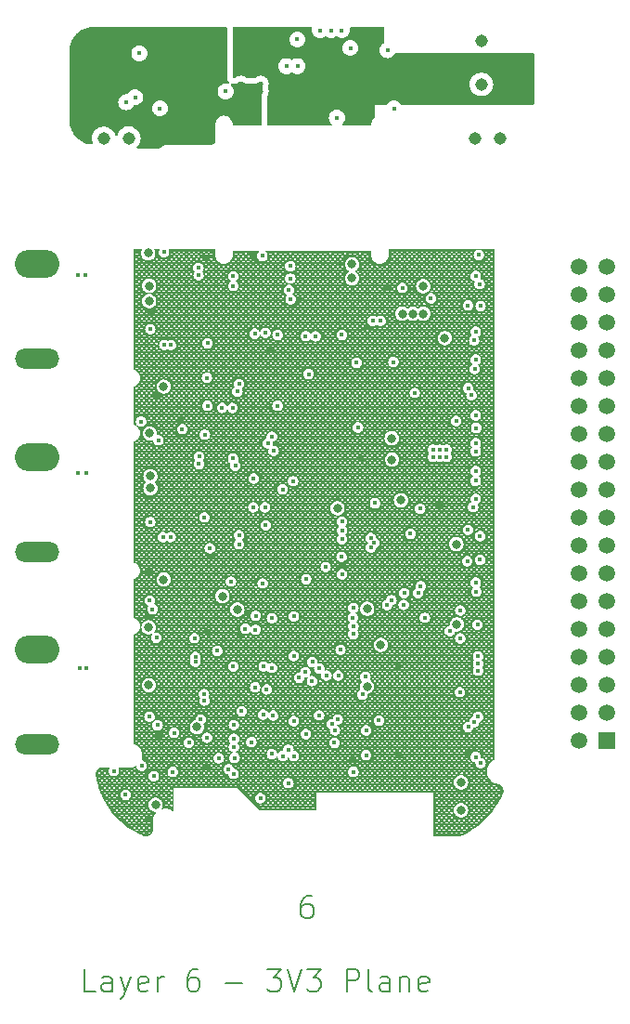
<source format=gbr>
%TF.GenerationSoftware,KiCad,Pcbnew,8.0.2*%
%TF.CreationDate,2024-10-13T20:58:56-05:00*%
%TF.ProjectId,PM1C_Rev_1_2,504d3143-5f52-4657-965f-315f322e6b69,1*%
%TF.SameCoordinates,PX297003ePY8770cd2*%
%TF.FileFunction,Copper,L6,Inr*%
%TF.FilePolarity,Positive*%
%FSLAX46Y46*%
G04 Gerber Fmt 4.6, Leading zero omitted, Abs format (unit mm)*
G04 Created by KiCad (PCBNEW 8.0.2) date 2024-10-13 20:58:56*
%MOMM*%
%LPD*%
G01*
G04 APERTURE LIST*
%ADD10C,0.200000*%
%TA.AperFunction,NonConductor*%
%ADD11C,0.200000*%
%TD*%
%TA.AperFunction,ComponentPad*%
%ADD12O,4.064000X2.540000*%
%TD*%
%TA.AperFunction,ComponentPad*%
%ADD13O,4.064000X1.828800*%
%TD*%
%TA.AperFunction,ComponentPad*%
%ADD14R,1.500000X1.500000*%
%TD*%
%TA.AperFunction,ComponentPad*%
%ADD15C,1.500000*%
%TD*%
%TA.AperFunction,ComponentPad*%
%ADD16C,0.800000*%
%TD*%
%TA.AperFunction,ComponentPad*%
%ADD17C,1.143000*%
%TD*%
%TA.AperFunction,ComponentPad*%
%ADD18C,1.141748*%
%TD*%
%TA.AperFunction,ViaPad*%
%ADD19C,0.450000*%
%TD*%
%TA.AperFunction,ViaPad*%
%ADD20C,0.800000*%
%TD*%
%TA.AperFunction,ViaPad*%
%ADD21C,0.360000*%
%TD*%
G04 APERTURE END LIST*
D10*
D11*
X37519911Y4980162D02*
X37138958Y4980162D01*
X37138958Y4980162D02*
X36948482Y4884924D01*
X36948482Y4884924D02*
X36853244Y4789686D01*
X36853244Y4789686D02*
X36662768Y4503972D01*
X36662768Y4503972D02*
X36567530Y4123020D01*
X36567530Y4123020D02*
X36567530Y3361115D01*
X36567530Y3361115D02*
X36662768Y3170639D01*
X36662768Y3170639D02*
X36758006Y3075400D01*
X36758006Y3075400D02*
X36948482Y2980162D01*
X36948482Y2980162D02*
X37329435Y2980162D01*
X37329435Y2980162D02*
X37519911Y3075400D01*
X37519911Y3075400D02*
X37615149Y3170639D01*
X37615149Y3170639D02*
X37710387Y3361115D01*
X37710387Y3361115D02*
X37710387Y3837305D01*
X37710387Y3837305D02*
X37615149Y4027781D01*
X37615149Y4027781D02*
X37519911Y4123020D01*
X37519911Y4123020D02*
X37329435Y4218258D01*
X37329435Y4218258D02*
X36948482Y4218258D01*
X36948482Y4218258D02*
X36758006Y4123020D01*
X36758006Y4123020D02*
X36662768Y4027781D01*
X36662768Y4027781D02*
X36567530Y3837305D01*
D10*
D11*
X17793600Y-3694516D02*
X16841219Y-3694516D01*
X16841219Y-3694516D02*
X16841219Y-1694516D01*
X19317410Y-3694516D02*
X19317410Y-2646897D01*
X19317410Y-2646897D02*
X19222172Y-2456420D01*
X19222172Y-2456420D02*
X19031696Y-2361182D01*
X19031696Y-2361182D02*
X18650743Y-2361182D01*
X18650743Y-2361182D02*
X18460267Y-2456420D01*
X19317410Y-3599278D02*
X19126934Y-3694516D01*
X19126934Y-3694516D02*
X18650743Y-3694516D01*
X18650743Y-3694516D02*
X18460267Y-3599278D01*
X18460267Y-3599278D02*
X18365029Y-3408801D01*
X18365029Y-3408801D02*
X18365029Y-3218325D01*
X18365029Y-3218325D02*
X18460267Y-3027849D01*
X18460267Y-3027849D02*
X18650743Y-2932611D01*
X18650743Y-2932611D02*
X19126934Y-2932611D01*
X19126934Y-2932611D02*
X19317410Y-2837373D01*
X20079315Y-2361182D02*
X20555505Y-3694516D01*
X21031696Y-2361182D02*
X20555505Y-3694516D01*
X20555505Y-3694516D02*
X20365029Y-4170706D01*
X20365029Y-4170706D02*
X20269791Y-4265944D01*
X20269791Y-4265944D02*
X20079315Y-4361182D01*
X22555506Y-3599278D02*
X22365030Y-3694516D01*
X22365030Y-3694516D02*
X21984077Y-3694516D01*
X21984077Y-3694516D02*
X21793601Y-3599278D01*
X21793601Y-3599278D02*
X21698363Y-3408801D01*
X21698363Y-3408801D02*
X21698363Y-2646897D01*
X21698363Y-2646897D02*
X21793601Y-2456420D01*
X21793601Y-2456420D02*
X21984077Y-2361182D01*
X21984077Y-2361182D02*
X22365030Y-2361182D01*
X22365030Y-2361182D02*
X22555506Y-2456420D01*
X22555506Y-2456420D02*
X22650744Y-2646897D01*
X22650744Y-2646897D02*
X22650744Y-2837373D01*
X22650744Y-2837373D02*
X21698363Y-3027849D01*
X23507887Y-3694516D02*
X23507887Y-2361182D01*
X23507887Y-2742135D02*
X23603125Y-2551658D01*
X23603125Y-2551658D02*
X23698363Y-2456420D01*
X23698363Y-2456420D02*
X23888839Y-2361182D01*
X23888839Y-2361182D02*
X24079316Y-2361182D01*
X27126935Y-1694516D02*
X26745982Y-1694516D01*
X26745982Y-1694516D02*
X26555506Y-1789754D01*
X26555506Y-1789754D02*
X26460268Y-1884992D01*
X26460268Y-1884992D02*
X26269792Y-2170706D01*
X26269792Y-2170706D02*
X26174554Y-2551658D01*
X26174554Y-2551658D02*
X26174554Y-3313563D01*
X26174554Y-3313563D02*
X26269792Y-3504039D01*
X26269792Y-3504039D02*
X26365030Y-3599278D01*
X26365030Y-3599278D02*
X26555506Y-3694516D01*
X26555506Y-3694516D02*
X26936459Y-3694516D01*
X26936459Y-3694516D02*
X27126935Y-3599278D01*
X27126935Y-3599278D02*
X27222173Y-3504039D01*
X27222173Y-3504039D02*
X27317411Y-3313563D01*
X27317411Y-3313563D02*
X27317411Y-2837373D01*
X27317411Y-2837373D02*
X27222173Y-2646897D01*
X27222173Y-2646897D02*
X27126935Y-2551658D01*
X27126935Y-2551658D02*
X26936459Y-2456420D01*
X26936459Y-2456420D02*
X26555506Y-2456420D01*
X26555506Y-2456420D02*
X26365030Y-2551658D01*
X26365030Y-2551658D02*
X26269792Y-2646897D01*
X26269792Y-2646897D02*
X26174554Y-2837373D01*
X29698364Y-2932611D02*
X31222174Y-2932611D01*
X33507888Y-1694516D02*
X34745983Y-1694516D01*
X34745983Y-1694516D02*
X34079316Y-2456420D01*
X34079316Y-2456420D02*
X34365031Y-2456420D01*
X34365031Y-2456420D02*
X34555507Y-2551658D01*
X34555507Y-2551658D02*
X34650745Y-2646897D01*
X34650745Y-2646897D02*
X34745983Y-2837373D01*
X34745983Y-2837373D02*
X34745983Y-3313563D01*
X34745983Y-3313563D02*
X34650745Y-3504039D01*
X34650745Y-3504039D02*
X34555507Y-3599278D01*
X34555507Y-3599278D02*
X34365031Y-3694516D01*
X34365031Y-3694516D02*
X33793602Y-3694516D01*
X33793602Y-3694516D02*
X33603126Y-3599278D01*
X33603126Y-3599278D02*
X33507888Y-3504039D01*
X35317412Y-1694516D02*
X35984078Y-3694516D01*
X35984078Y-3694516D02*
X36650745Y-1694516D01*
X37126936Y-1694516D02*
X38365031Y-1694516D01*
X38365031Y-1694516D02*
X37698364Y-2456420D01*
X37698364Y-2456420D02*
X37984079Y-2456420D01*
X37984079Y-2456420D02*
X38174555Y-2551658D01*
X38174555Y-2551658D02*
X38269793Y-2646897D01*
X38269793Y-2646897D02*
X38365031Y-2837373D01*
X38365031Y-2837373D02*
X38365031Y-3313563D01*
X38365031Y-3313563D02*
X38269793Y-3504039D01*
X38269793Y-3504039D02*
X38174555Y-3599278D01*
X38174555Y-3599278D02*
X37984079Y-3694516D01*
X37984079Y-3694516D02*
X37412650Y-3694516D01*
X37412650Y-3694516D02*
X37222174Y-3599278D01*
X37222174Y-3599278D02*
X37126936Y-3504039D01*
X40745984Y-3694516D02*
X40745984Y-1694516D01*
X40745984Y-1694516D02*
X41507889Y-1694516D01*
X41507889Y-1694516D02*
X41698365Y-1789754D01*
X41698365Y-1789754D02*
X41793603Y-1884992D01*
X41793603Y-1884992D02*
X41888841Y-2075468D01*
X41888841Y-2075468D02*
X41888841Y-2361182D01*
X41888841Y-2361182D02*
X41793603Y-2551658D01*
X41793603Y-2551658D02*
X41698365Y-2646897D01*
X41698365Y-2646897D02*
X41507889Y-2742135D01*
X41507889Y-2742135D02*
X40745984Y-2742135D01*
X43031698Y-3694516D02*
X42841222Y-3599278D01*
X42841222Y-3599278D02*
X42745984Y-3408801D01*
X42745984Y-3408801D02*
X42745984Y-1694516D01*
X44650746Y-3694516D02*
X44650746Y-2646897D01*
X44650746Y-2646897D02*
X44555508Y-2456420D01*
X44555508Y-2456420D02*
X44365032Y-2361182D01*
X44365032Y-2361182D02*
X43984079Y-2361182D01*
X43984079Y-2361182D02*
X43793603Y-2456420D01*
X44650746Y-3599278D02*
X44460270Y-3694516D01*
X44460270Y-3694516D02*
X43984079Y-3694516D01*
X43984079Y-3694516D02*
X43793603Y-3599278D01*
X43793603Y-3599278D02*
X43698365Y-3408801D01*
X43698365Y-3408801D02*
X43698365Y-3218325D01*
X43698365Y-3218325D02*
X43793603Y-3027849D01*
X43793603Y-3027849D02*
X43984079Y-2932611D01*
X43984079Y-2932611D02*
X44460270Y-2932611D01*
X44460270Y-2932611D02*
X44650746Y-2837373D01*
X45603127Y-2361182D02*
X45603127Y-3694516D01*
X45603127Y-2551658D02*
X45698365Y-2456420D01*
X45698365Y-2456420D02*
X45888841Y-2361182D01*
X45888841Y-2361182D02*
X46174556Y-2361182D01*
X46174556Y-2361182D02*
X46365032Y-2456420D01*
X46365032Y-2456420D02*
X46460270Y-2646897D01*
X46460270Y-2646897D02*
X46460270Y-3694516D01*
X48174556Y-3599278D02*
X47984080Y-3694516D01*
X47984080Y-3694516D02*
X47603127Y-3694516D01*
X47603127Y-3694516D02*
X47412651Y-3599278D01*
X47412651Y-3599278D02*
X47317413Y-3408801D01*
X47317413Y-3408801D02*
X47317413Y-2646897D01*
X47317413Y-2646897D02*
X47412651Y-2456420D01*
X47412651Y-2456420D02*
X47603127Y-2361182D01*
X47603127Y-2361182D02*
X47984080Y-2361182D01*
X47984080Y-2361182D02*
X48174556Y-2456420D01*
X48174556Y-2456420D02*
X48269794Y-2646897D01*
X48269794Y-2646897D02*
X48269794Y-2837373D01*
X48269794Y-2837373D02*
X47317413Y-3027849D01*
D12*
%TO.N,Net-(BAT2-+)*%
%TO.C,BAT2*%
X12528200Y45005150D03*
D13*
%TO.N,Net-(BAT2--)*%
X12528200Y36362750D03*
%TD*%
D12*
%TO.N,Net-(BAT1-+)*%
%TO.C,BAT1*%
X12511180Y62601390D03*
D13*
%TO.N,Net-(BAT1--)*%
X12511180Y53958990D03*
%TD*%
D14*
%TO.N,/Test Points/RXCAN*%
%TO.C,H1*%
X64517200Y19142830D03*
D15*
%TO.N,3V3*%
X61977200Y19142830D03*
%TO.N,/Test Points/TXCAN*%
X64517200Y21682830D03*
%TO.N,GND*%
X61977200Y21682830D03*
%TO.N,/Test Points/SCK0*%
X64517200Y24222830D03*
%TO.N,TCK_CPLD*%
X61977200Y24222830D03*
%TO.N,/Test Points/MOSI0*%
X64517200Y26762830D03*
%TO.N,TDO_CPLD*%
X61977200Y26762830D03*
%TO.N,/Test Points/MISO0*%
X64517200Y29302830D03*
%TO.N,TDI_CPLD*%
X61977200Y29302830D03*
%TO.N,/Test Points/SCK1*%
X64517200Y31842830D03*
%TO.N,TMS_CPLD*%
X61977200Y31842830D03*
%TO.N,/Test Points/MOSI1*%
X64517200Y34382830D03*
%TO.N,/Test Points/TXD0*%
X61977200Y34382830D03*
%TO.N,/Test Points/MISO1*%
X64517200Y36922830D03*
%TO.N,/Test Points/RXD0*%
X61977200Y36922830D03*
%TO.N,GND*%
X64517200Y39462830D03*
X61977200Y39462830D03*
%TO.N,/I2C Multiplexing/SCLOCK*%
X64517200Y42002830D03*
%TO.N,nRESET*%
X61977200Y42002830D03*
%TO.N,/I2C Multiplexing/SDATA*%
X64517200Y44542830D03*
%TO.N,nDRESET*%
X61977200Y44542830D03*
%TO.N,VSYS*%
X64517200Y47082830D03*
%TO.N,nBOOT*%
X61977200Y47082830D03*
%TO.N,VSUPPLY*%
X64517200Y49622830D03*
%TO.N,/Microcontroller/nTRST_LPC*%
X61977200Y49622830D03*
%TO.N,VNET*%
X64517200Y52162830D03*
%TO.N,/Microcontroller/TCK_LPC*%
X61977200Y52162830D03*
%TO.N,n3V3*%
X64517200Y54702830D03*
%TO.N,/Microcontroller/TMS_LPC*%
X61977200Y54702830D03*
%TO.N,1V8*%
X64517200Y57242830D03*
%TO.N,/Microcontroller/TDO_LPC*%
X61977200Y57242830D03*
%TO.N,VREC*%
X64517200Y59782830D03*
%TO.N,/Microcontroller/TDI_LPC*%
X61977200Y59782830D03*
%TO.N,GND*%
X64517200Y62322830D03*
%TO.N,/Microcontroller/RTCK_LPC*%
X61977200Y62322830D03*
%TD*%
D12*
%TO.N,Net-(BAT3-+)*%
%TO.C,BAT3*%
X12528200Y27428350D03*
D13*
%TO.N,Net-(BAT3--)*%
X12528200Y18785950D03*
%TD*%
D16*
%TO.N,Net-(U1-IN+)*%
%TO.C,RV1*%
X41234900Y61265290D03*
%TO.N,GND*%
X41234900Y62535290D03*
%TD*%
D17*
%TO.N,BUSA*%
%TO.C,J1*%
X54749600Y74029700D03*
%TO.N,BUSB*%
X52459600Y74029700D03*
X20859600Y74029700D03*
D18*
%TO.N,BUSA*%
X18572137Y74027305D03*
D17*
%TO.N,RADANT*%
X53039600Y78929700D03*
%TO.N,ENCL*%
X53034600Y82929700D03*
%TD*%
D19*
%TO.N,nRESET*%
X46952200Y50815350D03*
X40177200Y27415350D03*
X29977200Y16540350D03*
X44827200Y31944700D03*
X52527200Y41150350D03*
%TO.N,/Microcontroller/LOAD_AN*%
X33927200Y25761340D03*
%TO.N,VNET*%
X41777200Y47665350D03*
X52427200Y53009840D03*
X41640860Y53565360D03*
X33537200Y46240350D03*
X47877200Y30340350D03*
%TO.N,/Microcontroller/RTCK_LPC*%
X52527200Y61470350D03*
X39400000Y20640350D03*
%TO.N,/CPLD/DISCHG*%
X35852200Y42790350D03*
X34927200Y17740350D03*
%TO.N,/Battery 1 Conditioning/nSHDNBT1*%
X27806530Y47015350D03*
X32045000Y19005000D03*
%TO.N,/Test Points/TXD0*%
X39630000Y18935000D03*
X52527200Y33530350D03*
%TO.N,Net-(U46-VDDA_(1V8))*%
X42527200Y17815470D03*
D20*
X39902200Y40315350D03*
D19*
X27999325Y19403922D03*
X28927200Y27315350D03*
%TO.N,/Battery 3 Conditioning/nSHDNCHG3*%
X27766538Y22786437D03*
X38902200Y25065350D03*
%TO.N,TMS_CPLD*%
X40327200Y39090350D03*
X51107200Y30990350D03*
%TO.N,/I2C Multiplexing/SCLOCK*%
X24677400Y37688350D03*
X43827200Y57390350D03*
X26349570Y18949794D03*
X37002200Y55990350D03*
X39931210Y21065350D03*
X44429600Y31484700D03*
X52527200Y42809840D03*
X20624600Y77304700D03*
X30402200Y60565350D03*
X24704570Y55179794D03*
%TO.N,/I2C Multiplexing/SDATA*%
X24877200Y16290350D03*
X30402200Y61440350D03*
X52527200Y45509840D03*
X42193426Y23331574D03*
X21449600Y77754700D03*
X43127200Y57390350D03*
X23489570Y20539794D03*
X21984570Y48219794D03*
X23024570Y31119794D03*
X22024570Y16849794D03*
X45944600Y31504700D03*
X37902200Y55976780D03*
%TO.N,TDO_CPLD*%
X52727200Y26159840D03*
X30927200Y37040350D03*
%TO.N,3V3*%
X22577200Y12000350D03*
X21827200Y81759840D03*
X22834570Y58309794D03*
X32164700Y63325350D03*
X22834570Y41359794D03*
X36402200Y59340350D03*
X41227200Y17390350D03*
X44427200Y60390350D03*
X45477200Y25975350D03*
X40309570Y34957030D03*
X27909570Y16749794D03*
X32465000Y29865000D03*
X27975060Y29088210D03*
X22659570Y30334794D03*
X22724570Y34488232D03*
X41977200Y44915350D03*
X42602200Y56840350D03*
D20*
X49277200Y40615350D03*
D19*
X29695000Y78290350D03*
X30977200Y28825350D03*
X25577200Y48290350D03*
X51817200Y18000350D03*
X28277200Y35940350D03*
X23709570Y19569794D03*
X23344570Y50559794D03*
X45552200Y17790350D03*
X27975060Y63140350D03*
X33818160Y54740350D03*
%TO.N,TDI_CPLD*%
X51107200Y28450350D03*
X40317890Y34290350D03*
%TO.N,/Microcontroller/TCK_LPC*%
X35927200Y20915350D03*
X31152200Y21815350D03*
X51827200Y51259840D03*
%TO.N,TCK_CPLD*%
X51077200Y23559840D03*
X33352200Y38765350D03*
%TO.N,/Microcontroller/THRM*%
X36402200Y24865350D03*
%TO.N,nBOOT*%
X52527200Y46230350D03*
X33177200Y25890350D03*
X30377200Y44840350D03*
%TO.N,/Battery 1 Conditioning/nSHDNCHG1*%
X33927200Y17915350D03*
X28045000Y55340350D03*
%TO.N,/Microcontroller/TMS_LPC*%
X52527200Y53850350D03*
X30402200Y25890350D03*
%TO.N,/Microcontroller/nTRST_LPC*%
X42527080Y20065350D03*
X52527200Y48770350D03*
%TO.N,/Microcontroller/TDO_LPC*%
X52527200Y56390350D03*
X30452200Y18565350D03*
%TO.N,/Microcontroller/nCSRAM*%
X37027200Y19725350D03*
%TO.N,/Test Points/SCK1*%
X29377200Y49459840D03*
X31500000Y29340350D03*
X52577200Y32709840D03*
X39302330Y83865190D03*
%TO.N,/Test Points/MISO0*%
X42453425Y24941575D03*
X52677200Y29709840D03*
X37577200Y24565350D03*
%TO.N,/Battery 2 Conditioning/nSHDNCHG2*%
X35927200Y30465350D03*
X27752200Y39475000D03*
%TO.N,/Battery 3 Conditioning/nSHDNBT3*%
X37602200Y26300350D03*
%TO.N,RADINT0*%
X32430000Y29235000D03*
X36247130Y80590190D03*
%TO.N,/Microcontroller/nCSFLA*%
X36972210Y25366190D03*
%TO.N,/Battery 2 Conditioning/nSHDNBT2*%
X30180000Y33630000D03*
X35927200Y26840350D03*
%TO.N,/Microcontroller/SSEL1*%
X29077200Y17540350D03*
%TO.N,/Microcontroller/ACCINT*%
X32450000Y30510000D03*
X23699600Y76739700D03*
%TO.N,/Microcontroller/TDI_LPC*%
X30452200Y20565350D03*
X51817039Y58797263D03*
X41352200Y16290350D03*
%TO.N,nCSRAD*%
X35247130Y80590190D03*
X35477200Y60209840D03*
X41352200Y29565350D03*
%TO.N,/Microcontroller/PWMBT*%
X33927200Y46840350D03*
X41352200Y28840350D03*
%TO.N,/Battery 1 Conditioning/SDATA1*%
X22827200Y56634794D03*
%TO.N,/Battery 1 Conditioning/SCLOCK1*%
X24099570Y55194794D03*
%TO.N,/Battery 2 Conditioning/SDATA2*%
X22827200Y39064794D03*
%TO.N,/Battery 2 Conditioning/SCLOCK2*%
X23994570Y37674794D03*
%TO.N,/CPLD/SCKSEL3*%
X30927200Y37865350D03*
X27429570Y21069465D03*
%TO.N,/Battery 3 Conditioning/SDATA3*%
X22750670Y21313294D03*
%TO.N,/Battery 3 Conditioning/SCLOCK3*%
X24989570Y19849794D03*
%TO.N,Net-(C10-Pad1)*%
X43330000Y40775000D03*
X28252200Y36665350D03*
D20*
X45702200Y41040350D03*
D19*
X41352200Y31215350D03*
X34077200Y45540350D03*
%TO.N,/CPLD/nPHB*%
X40327200Y38290350D03*
X30927200Y51640350D03*
%TO.N,/CPLD/CKCPLD*%
X26853775Y28463775D03*
X37052200Y33840350D03*
%TO.N,/Battery 3 Conditioning/DISCHG3*%
X20577200Y14200350D03*
X30577200Y44190430D03*
%TO.N,/CPLD/SNSEN*%
X40327200Y37490350D03*
X40302200Y56105350D03*
%TO.N,/Battery 1 Conditioning/DISCHG1*%
X25727200Y47515350D03*
%TO.N,/CPLD/nSENSE*%
X30777200Y50940350D03*
X40277200Y35890350D03*
%TO.N,/Battery 2 Conditioning/DISCHG2*%
X32252120Y43015430D03*
X22777200Y31913230D03*
%TO.N,/Test Points/SCK0*%
X52727200Y25509840D03*
X38227200Y21440350D03*
%TO.N,/Test Points/MISO1*%
X38302330Y83865240D03*
X34025000Y21417350D03*
X52527200Y17650350D03*
X52904570Y37774794D03*
%TO.N,/Test Points/RXCAN*%
X51825000Y20380000D03*
X35427120Y18315350D03*
%TO.N,/Test Points/RXD0*%
X51754570Y35489794D03*
X39677200Y20065350D03*
%TO.N,/Test Points/MOSI0*%
X39977200Y25065350D03*
X52727200Y26809840D03*
%TO.N,n3V3*%
X52377200Y55609840D03*
X27985330Y52190350D03*
X35627200Y59340350D03*
X37277200Y52540350D03*
D20*
%TO.N,Net-(D6-C)*%
X42602200Y24065350D03*
%TO.N,Net-(D2-C)*%
X43852200Y27865350D03*
%TO.N,Net-(D10-A)*%
X49702200Y55815350D03*
%TO.N,Net-(U20-VIN)*%
X47727200Y60540350D03*
D19*
X45827200Y60390350D03*
X48427200Y59440350D03*
%TO.N,Net-(U38-~{CTL})*%
X19502200Y16385000D03*
%TO.N,/Battery 3 Conditioning/VBT3*%
X26938046Y26776872D03*
X26934570Y26329796D03*
X16974570Y25724794D03*
X16379570Y25719794D03*
X23144570Y15904794D03*
D20*
%TO.N,VSYS*%
X23302200Y13300350D03*
X51177200Y12800350D03*
D19*
X32388183Y23996704D03*
D20*
X24052400Y33813230D03*
D19*
X32352200Y56215350D03*
X52560000Y47625000D03*
X41304600Y30334700D03*
X32227200Y40390350D03*
D20*
X24052400Y51390230D03*
D19*
%TO.N,/Battery 2 Conditioning/VBT2*%
X27252320Y44334794D03*
X16954570Y43499794D03*
X27277320Y45019794D03*
X16199570Y43499794D03*
%TO.N,/Battery 1 Conditioning/VBT1*%
X16259570Y61549794D03*
X27227200Y61544794D03*
X16909570Y61549794D03*
X27217200Y62196550D03*
D20*
%TO.N,Net-(U19-FB)*%
X44877200Y44740350D03*
%TO.N,Net-(U19-SW)*%
X44852200Y46690350D03*
D19*
%TO.N,Net-(U40-G1)*%
X30515000Y17565000D03*
X33433420Y23804794D03*
%TO.N,Net-(U32-G1)*%
X33077200Y33465350D03*
X33302200Y40390350D03*
%TO.N,Net-(U24-G1)*%
X33328425Y56291575D03*
X30327200Y49459840D03*
%TO.N,/Test Points/TXCAN*%
X35917890Y17740350D03*
X52727200Y21309840D03*
%TO.N,/Test Points/MOSI1*%
X52914570Y35609794D03*
X40302200Y83865350D03*
X52969570Y17079794D03*
X34902200Y42040350D03*
X33132729Y21513509D03*
%TO.N,Net-(D2-A)*%
X50164700Y29127850D03*
%TO.N,GND*%
X52277200Y40409840D03*
X52804570Y63384794D03*
D20*
X45827200Y58040350D03*
D19*
X31993160Y78290350D03*
D20*
X42614600Y31149700D03*
D19*
X23377200Y28507030D03*
D20*
X22719570Y60579794D03*
D19*
X48629190Y44991140D03*
X33052200Y63300350D03*
D20*
X22827200Y43234794D03*
D19*
X49854190Y44991140D03*
X48627200Y45662140D03*
X52377380Y20814039D03*
X49252200Y45662140D03*
X31093160Y78290350D03*
X49852200Y45662140D03*
X49254190Y44991140D03*
D20*
X46777200Y58040350D03*
D19*
X24079570Y63649794D03*
D20*
X30765000Y31080000D03*
D19*
X31093160Y78990350D03*
D20*
X47727200Y58040350D03*
D19*
X51817200Y38335350D03*
X32893160Y78290350D03*
D20*
X27084570Y20369794D03*
D19*
X32893160Y78990350D03*
X23569570Y46504794D03*
D21*
%TO.N,COMRF*%
X56577450Y79240470D03*
X55077450Y79240470D03*
D19*
X32893160Y80690350D03*
D21*
X55577450Y79240470D03*
X56077450Y79240470D03*
X54577450Y79240470D03*
D19*
X31093160Y80690350D03*
X32893160Y79990350D03*
X31993160Y80690350D03*
X31093160Y79990350D03*
D20*
%TO.N,Net-(BAT1--)*%
X22719570Y59179794D03*
D19*
%TO.N,BUSB*%
X35602200Y61240350D03*
X28036510Y49655350D03*
%TO.N,BUSA*%
X35602200Y62365350D03*
X34437200Y49650350D03*
X34437200Y56109840D03*
D20*
%TO.N,Net-(BAT2--)*%
X22827200Y42134759D03*
D19*
%TO.N,3V3RF*%
X39852200Y75900350D03*
X45052200Y76750350D03*
X41077200Y82240350D03*
X36240000Y83025000D03*
X44477200Y82040350D03*
%TO.N,1V8*%
X45015510Y53640350D03*
X52964570Y58734794D03*
%TO.N,/Thermister & Digital Peripheral System/3V3MEM*%
X38827200Y34957030D03*
X38242210Y25711360D03*
%TO.N,Net-(U16-MODE)*%
X47505000Y33220000D03*
X46565000Y37980000D03*
%TO.N,Net-(U16-VOUT)*%
X47454200Y40265350D03*
X42958200Y37590350D03*
X42958200Y36740350D03*
X43258200Y37165350D03*
D20*
%TO.N,Net-(BAT3--)*%
X22689570Y24189794D03*
%TO.N,Net-(BAT3-+)*%
X22674570Y29459794D03*
%TO.N,Net-(BAT1-+)*%
X22634570Y63549794D03*
%TO.N,Net-(BAT2-+)*%
X22774570Y47134794D03*
D19*
%TO.N,Net-(U16-SW1)*%
X47252200Y32590350D03*
%TO.N,Net-(U16-SW2)*%
X46002200Y32590350D03*
%TO.N,nDRESET*%
X52527200Y43690350D03*
X30452200Y19315450D03*
X30427200Y16109840D03*
D20*
%TO.N,VREC*%
X50795000Y29735000D03*
X51177200Y15325350D03*
D19*
X52874570Y60729794D03*
X32877200Y13900350D03*
D20*
%TO.N,VSUPPLY*%
X29405000Y32305000D03*
D19*
X52127200Y50609840D03*
D20*
X50749000Y37040350D03*
D19*
X50727200Y48259840D03*
%TO.N,Net-(U46-VDDA_(3V3))*%
X43677200Y20965350D03*
X33927200Y30290350D03*
X35427120Y15265350D03*
X27725000Y23385000D03*
%TD*%
%TA.AperFunction,Conductor*%
%TO.N,COMRF*%
G36*
X37534860Y84150315D02*
G01*
X37580615Y84097511D01*
X37591041Y84032116D01*
X37572239Y83865243D01*
X37572239Y83865237D01*
X37590542Y83702785D01*
X37644540Y83548466D01*
X37644541Y83548465D01*
X37731522Y83410036D01*
X37847126Y83294432D01*
X37985555Y83207451D01*
X38139869Y83153454D01*
X38139872Y83153454D01*
X38139874Y83153453D01*
X38302326Y83135149D01*
X38302330Y83135149D01*
X38302334Y83135149D01*
X38464785Y83153453D01*
X38464786Y83153454D01*
X38464791Y83153454D01*
X38619105Y83207451D01*
X38736318Y83281102D01*
X38803554Y83300102D01*
X38868263Y83281101D01*
X38985473Y83207452D01*
X38985555Y83207401D01*
X39139869Y83153404D01*
X39139872Y83153404D01*
X39139874Y83153403D01*
X39302326Y83135099D01*
X39302330Y83135099D01*
X39302334Y83135099D01*
X39464785Y83153403D01*
X39464786Y83153404D01*
X39464791Y83153404D01*
X39619105Y83207401D01*
X39736420Y83281116D01*
X39803656Y83300116D01*
X39868364Y83281116D01*
X39985425Y83207561D01*
X40139739Y83153564D01*
X40139742Y83153564D01*
X40139744Y83153563D01*
X40302196Y83135259D01*
X40302200Y83135259D01*
X40302204Y83135259D01*
X40464655Y83153563D01*
X40464656Y83153564D01*
X40464661Y83153564D01*
X40618975Y83207561D01*
X40757404Y83294542D01*
X40873008Y83410146D01*
X40959989Y83548575D01*
X41013986Y83702889D01*
X41013987Y83702895D01*
X41032291Y83865347D01*
X41032291Y83865353D01*
X41013607Y84031176D01*
X41025661Y84099998D01*
X41073010Y84151378D01*
X41136827Y84169060D01*
X44053200Y84169060D01*
X44120239Y84149375D01*
X44165994Y84096571D01*
X44177200Y84045060D01*
X44177200Y82777212D01*
X44157515Y82710173D01*
X44119172Y82672218D01*
X44021995Y82611158D01*
X43906392Y82495555D01*
X43819410Y82357125D01*
X43765412Y82202806D01*
X43747109Y82040354D01*
X43747109Y82040347D01*
X43765412Y81877895D01*
X43819410Y81723576D01*
X43853362Y81669542D01*
X43906392Y81585146D01*
X44021996Y81469542D01*
X44160425Y81382561D01*
X44314739Y81328564D01*
X44314742Y81328564D01*
X44314744Y81328563D01*
X44477196Y81310259D01*
X44477200Y81310259D01*
X44477204Y81310259D01*
X44639655Y81328563D01*
X44639656Y81328564D01*
X44639661Y81328564D01*
X44793975Y81382561D01*
X44932404Y81469542D01*
X45048008Y81585146D01*
X45134989Y81723575D01*
X45136117Y81726798D01*
X45137406Y81728596D01*
X45138007Y81729843D01*
X45138225Y81729738D01*
X45176840Y81783573D01*
X45241793Y81809318D01*
X45253157Y81809840D01*
X57726654Y81809840D01*
X57793693Y81790155D01*
X57839448Y81737351D01*
X57850653Y81685812D01*
X57850199Y79878404D01*
X57849520Y77183809D01*
X57829819Y77116774D01*
X57777003Y77071033D01*
X57725520Y77059840D01*
X45783099Y77059840D01*
X45716060Y77079525D01*
X45678105Y77117868D01*
X45623007Y77205555D01*
X45507404Y77321158D01*
X45368974Y77408140D01*
X45214655Y77462138D01*
X45052204Y77480441D01*
X45052196Y77480441D01*
X44889744Y77462138D01*
X44735425Y77408140D01*
X44596995Y77321158D01*
X44481392Y77205555D01*
X44426295Y77117868D01*
X44373960Y77071577D01*
X44321301Y77059840D01*
X43327200Y77059840D01*
X43327200Y76003763D01*
X43307515Y75936724D01*
X43286176Y75911617D01*
X43225148Y75856667D01*
X43189248Y75824342D01*
X43189247Y75824340D01*
X43092695Y75691447D01*
X43092692Y75691442D01*
X43025876Y75541372D01*
X43025874Y75541367D01*
X42991720Y75380679D01*
X42991720Y75284000D01*
X42972035Y75216961D01*
X42919231Y75171206D01*
X42867720Y75160000D01*
X40437224Y75160000D01*
X40370185Y75179685D01*
X40324430Y75232489D01*
X40314486Y75301647D01*
X40343511Y75365203D01*
X40349543Y75371681D01*
X40358541Y75380679D01*
X40423008Y75445146D01*
X40509989Y75583575D01*
X40563986Y75737889D01*
X40573727Y75824342D01*
X40582291Y75900347D01*
X40582291Y75900354D01*
X40563987Y76062806D01*
X40563986Y76062808D01*
X40563986Y76062811D01*
X40509989Y76217125D01*
X40423008Y76355554D01*
X40307404Y76471158D01*
X40168974Y76558140D01*
X40014655Y76612138D01*
X39852204Y76630441D01*
X39852196Y76630441D01*
X39689744Y76612138D01*
X39535425Y76558140D01*
X39396995Y76471158D01*
X39281392Y76355555D01*
X39194410Y76217125D01*
X39140412Y76062806D01*
X39122109Y75900354D01*
X39122109Y75900347D01*
X39140412Y75737895D01*
X39194410Y75583576D01*
X39281392Y75445146D01*
X39354857Y75371681D01*
X39388342Y75310358D01*
X39383358Y75240666D01*
X39341486Y75184733D01*
X39276022Y75160316D01*
X39267176Y75160000D01*
X33601200Y75160000D01*
X33534161Y75179685D01*
X33488406Y75232489D01*
X33477200Y75284000D01*
X33477200Y77820481D01*
X33496207Y77886454D01*
X33550946Y77973571D01*
X33550949Y77973575D01*
X33604946Y78127889D01*
X33604946Y78127891D01*
X33604947Y78127893D01*
X33623251Y78290347D01*
X33623251Y78290354D01*
X33604947Y78452808D01*
X33574161Y78540789D01*
X33553652Y78599398D01*
X33550090Y78669173D01*
X33553648Y78681290D01*
X33604946Y78827889D01*
X33604946Y78827891D01*
X33604947Y78827893D01*
X33616418Y78929701D01*
X51963007Y78929701D01*
X51963007Y78929700D01*
X51981337Y78731878D01*
X51981338Y78731875D01*
X52035704Y78540795D01*
X52035707Y78540789D01*
X52124262Y78362947D01*
X52243989Y78204402D01*
X52327921Y78127889D01*
X52390808Y78070560D01*
X52559721Y77965973D01*
X52744976Y77894205D01*
X52940265Y77857700D01*
X52940268Y77857700D01*
X53138932Y77857700D01*
X53138935Y77857700D01*
X53334224Y77894205D01*
X53519479Y77965973D01*
X53688392Y78070560D01*
X53835212Y78204404D01*
X53954938Y78362947D01*
X54043493Y78540790D01*
X54043493Y78540793D01*
X54043495Y78540795D01*
X54097861Y78731875D01*
X54097862Y78731878D01*
X54116193Y78929700D01*
X54116193Y78929701D01*
X54097862Y79127523D01*
X54097861Y79127526D01*
X54043495Y79318606D01*
X54043492Y79318612D01*
X54005829Y79394249D01*
X53954938Y79496453D01*
X53840390Y79648139D01*
X53835210Y79654999D01*
X53688393Y79788839D01*
X53688392Y79788840D01*
X53624067Y79828669D01*
X53519480Y79893427D01*
X53519478Y79893428D01*
X53334227Y79965194D01*
X53334226Y79965195D01*
X53334224Y79965195D01*
X53138935Y80001700D01*
X52940265Y80001700D01*
X52744976Y79965195D01*
X52744974Y79965195D01*
X52744972Y79965194D01*
X52559721Y79893428D01*
X52559719Y79893427D01*
X52390806Y79788839D01*
X52243989Y79654999D01*
X52124262Y79496454D01*
X52035707Y79318612D01*
X52035704Y79318606D01*
X51981338Y79127526D01*
X51981337Y79127523D01*
X51963007Y78929701D01*
X33616418Y78929701D01*
X33623251Y78990347D01*
X33623251Y78990354D01*
X33604947Y79152806D01*
X33604946Y79152808D01*
X33604946Y79152811D01*
X33550949Y79307125D01*
X33550949Y79307126D01*
X33496206Y79394249D01*
X33477200Y79460221D01*
X33477200Y79509840D01*
X33451044Y79509840D01*
X33384005Y79529525D01*
X33363363Y79546159D01*
X33348364Y79561158D01*
X33209934Y79648140D01*
X33055615Y79702138D01*
X32893164Y79720441D01*
X32893156Y79720441D01*
X32730704Y79702138D01*
X32576385Y79648140D01*
X32437955Y79561158D01*
X32422957Y79546159D01*
X32361634Y79512674D01*
X32335276Y79509840D01*
X31651044Y79509840D01*
X31584005Y79529525D01*
X31563363Y79546159D01*
X31548364Y79561158D01*
X31409934Y79648140D01*
X31255615Y79702138D01*
X31093164Y79720441D01*
X31093156Y79720441D01*
X30930704Y79702138D01*
X30776385Y79648140D01*
X30637955Y79561158D01*
X30622957Y79546159D01*
X30561634Y79512674D01*
X30535276Y79509840D01*
X30451200Y79509840D01*
X30384161Y79529525D01*
X30338406Y79582329D01*
X30327200Y79633840D01*
X30327200Y80590194D01*
X34517039Y80590194D01*
X34517039Y80590187D01*
X34535342Y80427735D01*
X34589340Y80273416D01*
X34589341Y80273415D01*
X34676322Y80134986D01*
X34791926Y80019382D01*
X34930355Y79932401D01*
X35084669Y79878404D01*
X35084672Y79878404D01*
X35084674Y79878403D01*
X35247126Y79860099D01*
X35247130Y79860099D01*
X35247134Y79860099D01*
X35409585Y79878403D01*
X35409586Y79878404D01*
X35409591Y79878404D01*
X35563905Y79932401D01*
X35681158Y80006077D01*
X35748394Y80025077D01*
X35813101Y80006077D01*
X35930355Y79932401D01*
X36084669Y79878404D01*
X36084672Y79878404D01*
X36084674Y79878403D01*
X36247126Y79860099D01*
X36247130Y79860099D01*
X36247134Y79860099D01*
X36409585Y79878403D01*
X36409586Y79878404D01*
X36409591Y79878404D01*
X36563905Y79932401D01*
X36702334Y80019382D01*
X36817938Y80134986D01*
X36904919Y80273415D01*
X36958916Y80427729D01*
X36977221Y80590190D01*
X36958916Y80752651D01*
X36904919Y80906965D01*
X36817938Y81045394D01*
X36702334Y81160998D01*
X36681158Y81174304D01*
X36563904Y81247980D01*
X36409585Y81301978D01*
X36247134Y81320281D01*
X36247126Y81320281D01*
X36084674Y81301978D01*
X35930355Y81247980D01*
X35813102Y81174304D01*
X35745865Y81155304D01*
X35681158Y81174304D01*
X35563904Y81247980D01*
X35409585Y81301978D01*
X35247134Y81320281D01*
X35247126Y81320281D01*
X35084674Y81301978D01*
X34930355Y81247980D01*
X34791925Y81160998D01*
X34676322Y81045395D01*
X34589340Y80906965D01*
X34535342Y80752646D01*
X34517039Y80590194D01*
X30327200Y80590194D01*
X30327200Y82240354D01*
X40347109Y82240354D01*
X40347109Y82240347D01*
X40365412Y82077895D01*
X40419410Y81923576D01*
X40448523Y81877243D01*
X40506392Y81785146D01*
X40621996Y81669542D01*
X40760425Y81582561D01*
X40914739Y81528564D01*
X40914742Y81528564D01*
X40914744Y81528563D01*
X41077196Y81510259D01*
X41077200Y81510259D01*
X41077204Y81510259D01*
X41239655Y81528563D01*
X41239656Y81528564D01*
X41239661Y81528564D01*
X41393975Y81582561D01*
X41532404Y81669542D01*
X41648008Y81785146D01*
X41734989Y81923575D01*
X41788986Y82077889D01*
X41789469Y82082176D01*
X41807291Y82240347D01*
X41807291Y82240354D01*
X41788987Y82402806D01*
X41788986Y82402808D01*
X41788986Y82402811D01*
X41734989Y82557125D01*
X41648008Y82695554D01*
X41532404Y82811158D01*
X41393974Y82898140D01*
X41239655Y82952138D01*
X41077204Y82970441D01*
X41077196Y82970441D01*
X40914744Y82952138D01*
X40760425Y82898140D01*
X40621995Y82811158D01*
X40506392Y82695555D01*
X40419410Y82557125D01*
X40365412Y82402806D01*
X40347109Y82240354D01*
X30327200Y82240354D01*
X30327200Y83025004D01*
X35509909Y83025004D01*
X35509909Y83024997D01*
X35528212Y82862545D01*
X35582210Y82708226D01*
X35643202Y82611158D01*
X35669192Y82569796D01*
X35784796Y82454192D01*
X35923225Y82367211D01*
X36077539Y82313214D01*
X36077542Y82313214D01*
X36077544Y82313213D01*
X36239996Y82294909D01*
X36240000Y82294909D01*
X36240004Y82294909D01*
X36402455Y82313213D01*
X36402456Y82313214D01*
X36402461Y82313214D01*
X36556775Y82367211D01*
X36695204Y82454192D01*
X36810808Y82569796D01*
X36897789Y82708225D01*
X36951786Y82862539D01*
X36955797Y82898139D01*
X36970091Y83024997D01*
X36970091Y83025004D01*
X36951787Y83187456D01*
X36951786Y83187458D01*
X36951786Y83187461D01*
X36897789Y83341775D01*
X36810808Y83480204D01*
X36695204Y83595808D01*
X36556774Y83682790D01*
X36402455Y83736788D01*
X36240004Y83755091D01*
X36239996Y83755091D01*
X36077544Y83736788D01*
X35923225Y83682790D01*
X35784795Y83595808D01*
X35669192Y83480205D01*
X35582210Y83341775D01*
X35528212Y83187456D01*
X35509909Y83025004D01*
X30327200Y83025004D01*
X30327200Y84044774D01*
X30346885Y84111813D01*
X30399689Y84157568D01*
X30451200Y84168774D01*
X33167480Y84168774D01*
X33193231Y84165933D01*
X33194222Y84165856D01*
X33194223Y84165857D01*
X33194224Y84165856D01*
X33234463Y84168507D01*
X33242612Y84168774D01*
X33278082Y84168774D01*
X33278085Y84168774D01*
X33278087Y84168775D01*
X33279343Y84168940D01*
X33295526Y84170000D01*
X37467821Y84170000D01*
X37534860Y84150315D01*
G37*
%TD.AperFunction*%
%TD*%
%TA.AperFunction,Conductor*%
%TO.N,GND*%
G36*
X29764739Y84149089D02*
G01*
X29810494Y84096285D01*
X29821700Y84044774D01*
X29821700Y83025004D01*
X29821700Y82240354D01*
X29821700Y80590194D01*
X29821700Y79633840D01*
X29821701Y79633831D01*
X29833252Y79526390D01*
X29833254Y79526378D01*
X29844460Y79474868D01*
X29878583Y79372343D01*
X29878586Y79372337D01*
X29956371Y79251303D01*
X29956379Y79251292D01*
X30004134Y79196179D01*
X30033159Y79132624D01*
X30023215Y79063465D01*
X29977460Y79010661D01*
X29910421Y78990977D01*
X29869470Y78997934D01*
X29866522Y78998966D01*
X29857461Y79002136D01*
X29857459Y79002137D01*
X29857454Y79002138D01*
X29857457Y79002138D01*
X29695004Y79020441D01*
X29694996Y79020441D01*
X29532544Y79002138D01*
X29378225Y78948140D01*
X29239795Y78861158D01*
X29124192Y78745555D01*
X29037210Y78607125D01*
X28983212Y78452806D01*
X28964909Y78290354D01*
X28964909Y78290347D01*
X28983212Y78127895D01*
X29037210Y77973576D01*
X29098831Y77875508D01*
X29124192Y77835146D01*
X29239796Y77719542D01*
X29378225Y77632561D01*
X29532539Y77578564D01*
X29532542Y77578564D01*
X29532544Y77578563D01*
X29694996Y77560259D01*
X29695000Y77560259D01*
X29695004Y77560259D01*
X29857455Y77578563D01*
X29857456Y77578564D01*
X29857461Y77578564D01*
X30011775Y77632561D01*
X30150204Y77719542D01*
X30265808Y77835146D01*
X30352789Y77973575D01*
X30406786Y78127889D01*
X30409885Y78155391D01*
X30425091Y78290347D01*
X30425091Y78290354D01*
X30406787Y78452806D01*
X30406786Y78452808D01*
X30406786Y78452811D01*
X30352789Y78607125D01*
X30265808Y78745554D01*
X30195584Y78815778D01*
X30162099Y78877101D01*
X30167083Y78946793D01*
X30208955Y79002726D01*
X30274419Y79027143D01*
X30305642Y79025228D01*
X30305648Y79025267D01*
X30306125Y79025199D01*
X30307158Y79025135D01*
X30308776Y79024818D01*
X30308777Y79024818D01*
X30308780Y79024817D01*
X30308784Y79024816D01*
X30451200Y79004340D01*
X30451203Y79004340D01*
X30535278Y79004340D01*
X30545424Y79004885D01*
X30589316Y79007237D01*
X30589324Y79007238D01*
X30589326Y79007238D01*
X30589327Y79007238D01*
X30596320Y79007991D01*
X30615674Y79010071D01*
X30615684Y79010073D01*
X30615687Y79010073D01*
X30625286Y79011629D01*
X30669086Y79018726D01*
X30803895Y79069008D01*
X30863324Y79101459D01*
X30864762Y79102211D01*
X30865222Y79102496D01*
X30865232Y79102500D01*
X30898248Y79127219D01*
X30906584Y79132943D01*
X30906898Y79133141D01*
X30906899Y79133140D01*
X30985277Y79182390D01*
X31010275Y79194429D01*
X31030714Y79201581D01*
X31057782Y79207758D01*
X31079283Y79210180D01*
X31107040Y79210180D01*
X31128533Y79207758D01*
X31155604Y79201579D01*
X31176034Y79194430D01*
X31201049Y79182383D01*
X31231993Y79162940D01*
X31244831Y79153517D01*
X31244892Y79153591D01*
X31266815Y79135924D01*
X31281539Y79125307D01*
X31310708Y79104273D01*
X31441585Y79044502D01*
X31508624Y79024817D01*
X31508628Y79024816D01*
X31651044Y79004340D01*
X31651047Y79004340D01*
X32335278Y79004340D01*
X32345424Y79004885D01*
X32389316Y79007237D01*
X32389324Y79007238D01*
X32389326Y79007238D01*
X32389327Y79007238D01*
X32396320Y79007991D01*
X32415674Y79010071D01*
X32415684Y79010073D01*
X32415687Y79010073D01*
X32425286Y79011629D01*
X32469086Y79018726D01*
X32603895Y79069008D01*
X32663324Y79101459D01*
X32664762Y79102211D01*
X32665222Y79102496D01*
X32665232Y79102500D01*
X32698248Y79127219D01*
X32706584Y79132943D01*
X32706898Y79133141D01*
X32706899Y79133140D01*
X32785277Y79182390D01*
X32810275Y79194429D01*
X32830714Y79201581D01*
X32857782Y79207758D01*
X32879283Y79210180D01*
X32907040Y79210180D01*
X32928533Y79207758D01*
X32955604Y79201579D01*
X32976034Y79194430D01*
X33001049Y79182384D01*
X33028761Y79164971D01*
X33067786Y79125946D01*
X33085195Y79098238D01*
X33097240Y79073224D01*
X33104386Y79052802D01*
X33110565Y79025730D01*
X33112987Y79004233D01*
X33112987Y78976467D01*
X33110565Y78954971D01*
X33104387Y78927900D01*
X33076508Y78848228D01*
X33068636Y78823744D01*
X33065061Y78811571D01*
X33058437Y78786681D01*
X33058436Y78786679D01*
X33045246Y78643401D01*
X33048809Y78573624D01*
X33048977Y78572499D01*
X33049422Y78570501D01*
X33069838Y78466486D01*
X33076521Y78432436D01*
X33097028Y78373833D01*
X33097028Y78373832D01*
X33097029Y78373830D01*
X33104387Y78352801D01*
X33110565Y78325731D01*
X33112987Y78304234D01*
X33112987Y78276468D01*
X33110565Y78254972D01*
X33104387Y78227902D01*
X33097242Y78207482D01*
X33085196Y78182466D01*
X33068184Y78155391D01*
X33010463Y78026397D01*
X32991457Y77960428D01*
X32971701Y77820488D01*
X32971700Y77820474D01*
X32971700Y75284000D01*
X32952015Y75216961D01*
X32899211Y75171206D01*
X32847700Y75160000D01*
X30454700Y75160000D01*
X30387661Y75179685D01*
X30341906Y75232489D01*
X30330700Y75284000D01*
X30330700Y75380679D01*
X30296545Y75541367D01*
X30296543Y75541372D01*
X30229727Y75691442D01*
X30229724Y75691447D01*
X30133172Y75824340D01*
X30133171Y75824342D01*
X30133167Y75824346D01*
X30011085Y75934270D01*
X29984514Y75949611D01*
X29868819Y76016408D01*
X29868815Y76016410D01*
X29712581Y76067172D01*
X29712578Y76067173D01*
X29549200Y76084345D01*
X29385822Y76067173D01*
X29385819Y76067173D01*
X29385818Y76067172D01*
X29229584Y76016410D01*
X29229580Y76016408D01*
X29087319Y75934273D01*
X29087316Y75934272D01*
X29087315Y75934270D01*
X29086277Y75933335D01*
X28965228Y75824342D01*
X28965227Y75824340D01*
X28868675Y75691447D01*
X28868672Y75691442D01*
X28801856Y75541372D01*
X28801854Y75541367D01*
X28767700Y75380679D01*
X28767700Y75359309D01*
X28767661Y75358711D01*
X28767700Y75298540D01*
X28767700Y75232466D01*
X28767742Y75231871D01*
X28768654Y73818632D01*
X28767592Y73802356D01*
X28758464Y73733067D01*
X28750085Y73701805D01*
X28726457Y73644769D01*
X28710273Y73616739D01*
X28672692Y73567764D01*
X28649807Y73544879D01*
X28600829Y73507294D01*
X28572798Y73491109D01*
X28515762Y73467480D01*
X28484503Y73459102D01*
X28415275Y73449980D01*
X28399074Y73448918D01*
X24551292Y73449199D01*
X24530288Y73451564D01*
X24525128Y73451985D01*
X24483773Y73449440D01*
X24476155Y73449206D01*
X24439569Y73449207D01*
X24439568Y73449207D01*
X24439567Y73449207D01*
X24439292Y73449133D01*
X24414935Y73445154D01*
X24356485Y73441509D01*
X24356481Y73441508D01*
X24139063Y73392858D01*
X23932066Y73310469D01*
X23740688Y73196415D01*
X23626106Y73100667D01*
X23562041Y73072785D01*
X23546617Y73071819D01*
X21719826Y73071496D01*
X21652783Y73091169D01*
X21607019Y73143965D01*
X21597063Y73213121D01*
X21626077Y73276682D01*
X21636261Y73287129D01*
X21655212Y73304404D01*
X21774938Y73462947D01*
X21863493Y73640790D01*
X21863493Y73640793D01*
X21863495Y73640795D01*
X21900863Y73772133D01*
X21917862Y73831877D01*
X21936193Y74029700D01*
X21917862Y74227523D01*
X21894399Y74309987D01*
X21863495Y74418606D01*
X21863492Y74418612D01*
X21813666Y74518676D01*
X21774938Y74596453D01*
X21655212Y74754996D01*
X21655210Y74754999D01*
X21508393Y74888839D01*
X21508392Y74888840D01*
X21419849Y74943664D01*
X21339480Y74993427D01*
X21339478Y74993428D01*
X21154227Y75065194D01*
X21154226Y75065195D01*
X21154224Y75065195D01*
X20958935Y75101700D01*
X20760265Y75101700D01*
X20564976Y75065195D01*
X20564974Y75065195D01*
X20564972Y75065194D01*
X20379721Y74993428D01*
X20379719Y74993427D01*
X20210806Y74888839D01*
X20063989Y74754999D01*
X19944262Y74596454D01*
X19855707Y74418612D01*
X19855704Y74418606D01*
X19834468Y74343966D01*
X19797189Y74284872D01*
X19733879Y74255315D01*
X19664640Y74264677D01*
X19611453Y74309987D01*
X19595936Y74343966D01*
X19575445Y74415984D01*
X19575444Y74415988D01*
X19575439Y74415999D01*
X19486943Y74593722D01*
X19486938Y74593730D01*
X19367282Y74752180D01*
X19220550Y74885943D01*
X19220548Y74885945D01*
X19051738Y74990466D01*
X19051735Y74990468D01*
X18917032Y75042653D01*
X18866589Y75062195D01*
X18671414Y75098679D01*
X18472860Y75098679D01*
X18277685Y75062195D01*
X18277682Y75062195D01*
X18277682Y75062194D01*
X18092538Y74990468D01*
X18092535Y74990466D01*
X17923725Y74885945D01*
X17923723Y74885943D01*
X17776991Y74752180D01*
X17657335Y74593730D01*
X17657330Y74593722D01*
X17568834Y74415999D01*
X17568828Y74415984D01*
X17514493Y74225015D01*
X17514492Y74225013D01*
X17496173Y74027306D01*
X17496173Y74027305D01*
X17514492Y73829598D01*
X17514493Y73829596D01*
X17568828Y73638627D01*
X17568835Y73638609D01*
X17568858Y73638564D01*
X17568862Y73638541D01*
X17570905Y73633266D01*
X17569873Y73632867D01*
X17581116Y73569778D01*
X17554239Y73505284D01*
X17496761Y73465560D01*
X17449744Y73459564D01*
X17341006Y73466692D01*
X17324925Y73468809D01*
X17066386Y73520238D01*
X17050719Y73524436D01*
X16801110Y73609169D01*
X16786124Y73615376D01*
X16549704Y73731968D01*
X16535657Y73740078D01*
X16316475Y73886534D01*
X16303607Y73896409D01*
X16105427Y74070212D01*
X16093958Y74081681D01*
X15920154Y74279870D01*
X15910280Y74292738D01*
X15763830Y74511921D01*
X15755720Y74525969D01*
X15639136Y74762385D01*
X15632929Y74777370D01*
X15595092Y74888839D01*
X15548196Y75026995D01*
X15544003Y75042645D01*
X15492577Y75301197D01*
X15490461Y75317274D01*
X15472904Y75585196D01*
X15472640Y75593286D01*
X15472640Y75655264D01*
X15472629Y75655395D01*
X15472383Y77304704D01*
X19894509Y77304704D01*
X19894509Y77304697D01*
X19912812Y77142245D01*
X19966810Y76987926D01*
X20029354Y76888389D01*
X20053792Y76849496D01*
X20169396Y76733892D01*
X20307825Y76646911D01*
X20462139Y76592914D01*
X20462142Y76592914D01*
X20462144Y76592913D01*
X20624596Y76574609D01*
X20624600Y76574609D01*
X20624604Y76574609D01*
X20787055Y76592913D01*
X20787056Y76592914D01*
X20787061Y76592914D01*
X20941375Y76646911D01*
X21079804Y76733892D01*
X21085616Y76739704D01*
X22969509Y76739704D01*
X22969509Y76739697D01*
X22987812Y76577245D01*
X22987813Y76577240D01*
X22987814Y76577239D01*
X22988662Y76574816D01*
X23041810Y76422926D01*
X23041811Y76422925D01*
X23128792Y76284496D01*
X23244396Y76168892D01*
X23382825Y76081911D01*
X23537139Y76027914D01*
X23537142Y76027914D01*
X23537144Y76027913D01*
X23699596Y76009609D01*
X23699600Y76009609D01*
X23699604Y76009609D01*
X23862055Y76027913D01*
X23862056Y76027914D01*
X23862061Y76027914D01*
X24016375Y76081911D01*
X24154804Y76168892D01*
X24270408Y76284496D01*
X24357389Y76422925D01*
X24411386Y76577239D01*
X24411387Y76577245D01*
X24429691Y76739697D01*
X24429691Y76739704D01*
X24411387Y76902156D01*
X24411386Y76902158D01*
X24411386Y76902161D01*
X24357389Y77056475D01*
X24270408Y77194904D01*
X24154804Y77310508D01*
X24016374Y77397490D01*
X23862055Y77451488D01*
X23699604Y77469791D01*
X23699596Y77469791D01*
X23537144Y77451488D01*
X23382825Y77397490D01*
X23244395Y77310508D01*
X23128792Y77194905D01*
X23041810Y77056475D01*
X22987812Y76902156D01*
X22969509Y76739704D01*
X21085616Y76739704D01*
X21195408Y76849496D01*
X21273519Y76973810D01*
X21325851Y77020098D01*
X21392394Y77031055D01*
X21435461Y77026203D01*
X21449599Y77024609D01*
X21449600Y77024609D01*
X21449604Y77024609D01*
X21612055Y77042913D01*
X21612056Y77042914D01*
X21612061Y77042914D01*
X21766375Y77096911D01*
X21904804Y77183892D01*
X22020408Y77299496D01*
X22107389Y77437925D01*
X22161386Y77592239D01*
X22164680Y77621475D01*
X22179691Y77754697D01*
X22179691Y77754704D01*
X22161387Y77917156D01*
X22161386Y77917158D01*
X22161386Y77917161D01*
X22107389Y78071475D01*
X22020408Y78209904D01*
X21904804Y78325508D01*
X21844818Y78363200D01*
X21766374Y78412490D01*
X21612055Y78466488D01*
X21449604Y78484791D01*
X21449596Y78484791D01*
X21287144Y78466488D01*
X21132825Y78412490D01*
X20994395Y78325508D01*
X20878790Y78209903D01*
X20800681Y78085593D01*
X20748347Y78039303D01*
X20681804Y78028346D01*
X20624603Y78034791D01*
X20624596Y78034791D01*
X20462144Y78016488D01*
X20307825Y77962490D01*
X20169395Y77875508D01*
X20053792Y77759905D01*
X19966810Y77621475D01*
X19912812Y77467156D01*
X19894509Y77304704D01*
X15472383Y77304704D01*
X15471720Y81759844D01*
X21097109Y81759844D01*
X21097109Y81759837D01*
X21115412Y81597385D01*
X21169410Y81443066D01*
X21169411Y81443065D01*
X21256392Y81304636D01*
X21371996Y81189032D01*
X21510425Y81102051D01*
X21664739Y81048054D01*
X21664742Y81048054D01*
X21664744Y81048053D01*
X21827196Y81029749D01*
X21827200Y81029749D01*
X21827204Y81029749D01*
X21989655Y81048053D01*
X21989656Y81048054D01*
X21989661Y81048054D01*
X22143975Y81102051D01*
X22282404Y81189032D01*
X22398008Y81304636D01*
X22484989Y81443065D01*
X22538986Y81597379D01*
X22557291Y81759840D01*
X22555250Y81777950D01*
X22538987Y81922296D01*
X22538986Y81922298D01*
X22538986Y81922301D01*
X22484989Y82076615D01*
X22398008Y82215044D01*
X22282404Y82330648D01*
X22206425Y82378389D01*
X22143974Y82417630D01*
X21989655Y82471628D01*
X21827204Y82489931D01*
X21827196Y82489931D01*
X21664744Y82471628D01*
X21510425Y82417630D01*
X21371995Y82330648D01*
X21256392Y82215045D01*
X21169410Y82076615D01*
X21115412Y81922296D01*
X21097109Y81759844D01*
X15471720Y81759844D01*
X15471680Y82025527D01*
X15471944Y82033609D01*
X15489438Y82300736D01*
X15491555Y82316815D01*
X15494306Y82330648D01*
X15542972Y82575368D01*
X15547161Y82591006D01*
X15631898Y82840660D01*
X15638092Y82855615D01*
X15754691Y83092072D01*
X15762793Y83106104D01*
X15909245Y83325292D01*
X15919117Y83338158D01*
X16081611Y83523450D01*
X16092933Y83536361D01*
X16104390Y83547818D01*
X16302594Y83721638D01*
X16315446Y83731500D01*
X16534643Y83877962D01*
X16548690Y83886070D01*
X16785123Y84002661D01*
X16800088Y84008859D01*
X17049728Y84093594D01*
X17065380Y84097787D01*
X17323945Y84149210D01*
X17339999Y84151323D01*
X17588609Y84167607D01*
X17602393Y84168509D01*
X17610497Y84168774D01*
X29697700Y84168774D01*
X29764739Y84149089D01*
G37*
%TD.AperFunction*%
%TD*%
%TA.AperFunction,Conductor*%
%TO.N,3V3*%
G36*
X22064691Y63940008D02*
G01*
X22079043Y63905360D01*
X22070369Y63877525D01*
X22054350Y63854319D01*
X21998333Y63706614D01*
X21979292Y63549794D01*
X21998333Y63392975D01*
X22054350Y63245270D01*
X22098303Y63181594D01*
X22144087Y63115264D01*
X22144089Y63115263D01*
X22144090Y63115261D01*
X22236387Y63033494D01*
X22262330Y63010511D01*
X22402205Y62937098D01*
X22555585Y62899294D01*
X22555586Y62899294D01*
X22713553Y62899294D01*
X22713555Y62899294D01*
X22866935Y62937098D01*
X23006810Y63010511D01*
X23038136Y63038263D01*
X23286058Y63038263D01*
X23400609Y62923712D01*
X23515161Y63038263D01*
X23738606Y63038263D01*
X23853158Y62923711D01*
X23955380Y63025934D01*
X24203484Y63025934D01*
X24305706Y62923712D01*
X24420257Y63038263D01*
X24643703Y63038263D01*
X24758254Y62923712D01*
X24872806Y63038263D01*
X25096251Y63038263D01*
X25210803Y62923711D01*
X25325354Y63038263D01*
X25548799Y63038263D01*
X25663351Y62923712D01*
X25777902Y63038263D01*
X26001348Y63038263D01*
X26115900Y62923711D01*
X26230451Y63038263D01*
X26453896Y63038263D01*
X26568448Y62923711D01*
X26682999Y63038263D01*
X26906444Y63038263D01*
X27020996Y62923712D01*
X27135547Y63038263D01*
X27358993Y63038263D01*
X27473545Y62923711D01*
X27583327Y63033494D01*
X28268859Y63033494D01*
X28378641Y62923712D01*
X28493192Y63038263D01*
X28378640Y63152815D01*
X28271227Y63045402D01*
X28268859Y63033494D01*
X27583327Y63033494D01*
X27588096Y63038263D01*
X27473545Y63152815D01*
X27358993Y63038263D01*
X27135547Y63038263D01*
X27020996Y63152815D01*
X26906444Y63038263D01*
X26682999Y63038263D01*
X26568448Y63152815D01*
X26453896Y63038263D01*
X26230451Y63038263D01*
X26115900Y63152815D01*
X26001348Y63038263D01*
X25777902Y63038263D01*
X25663351Y63152815D01*
X25548799Y63038263D01*
X25325354Y63038263D01*
X25210803Y63152815D01*
X25096251Y63038263D01*
X24872806Y63038263D01*
X24758254Y63152815D01*
X24643703Y63038263D01*
X24420257Y63038263D01*
X24373117Y63085403D01*
X24359802Y63076845D01*
X24356787Y63075057D01*
X24353026Y63073004D01*
X24349908Y63071443D01*
X24339634Y63066750D01*
X24336396Y63065408D01*
X24332379Y63063910D01*
X24329063Y63062807D01*
X24203484Y63025934D01*
X23955380Y63025934D01*
X23955442Y63025996D01*
X23830077Y63062807D01*
X23826761Y63063910D01*
X23822744Y63065408D01*
X23819506Y63066750D01*
X23809232Y63071443D01*
X23806114Y63073004D01*
X23802353Y63075057D01*
X23799339Y63076844D01*
X23785853Y63085511D01*
X23738606Y63038263D01*
X23515161Y63038263D01*
X23400609Y63152815D01*
X23286058Y63038263D01*
X23038136Y63038263D01*
X23125053Y63115264D01*
X23214790Y63245271D01*
X23222097Y63264537D01*
X23512332Y63264537D01*
X23626883Y63149986D01*
X23652497Y63175600D01*
X23651655Y63176442D01*
X23649271Y63179002D01*
X23552332Y63290877D01*
X23550131Y63293609D01*
X23547563Y63297041D01*
X23546445Y63298651D01*
X23512332Y63264537D01*
X23222097Y63264537D01*
X23270807Y63392976D01*
X23272554Y63407365D01*
X23431714Y63407365D01*
X23474367Y63450019D01*
X23472571Y63453953D01*
X23471234Y63457179D01*
X23469736Y63461194D01*
X23468629Y63464521D01*
X23465447Y63475360D01*
X23464583Y63478747D01*
X23463672Y63482935D01*
X23463051Y63486377D01*
X23453555Y63552418D01*
X23447715Y63558258D01*
X23447759Y63557531D01*
X23447848Y63554571D01*
X23447848Y63545017D01*
X23447759Y63542057D01*
X23447540Y63538438D01*
X23447272Y63535492D01*
X23431714Y63407365D01*
X23272554Y63407365D01*
X23289848Y63549794D01*
X23270807Y63706612D01*
X23214790Y63854317D01*
X23210664Y63860294D01*
X23198771Y63877525D01*
X23190900Y63914192D01*
X23211262Y63945686D01*
X23239097Y63954360D01*
X23619676Y63954360D01*
X23654324Y63940008D01*
X23668676Y63905360D01*
X23664248Y63885007D01*
X23660832Y63877525D01*
X23618637Y63785134D01*
X23599180Y63649797D01*
X23599180Y63649792D01*
X23618637Y63514455D01*
X23675440Y63390076D01*
X23754800Y63298488D01*
X23764981Y63286739D01*
X23880009Y63212816D01*
X23930805Y63197901D01*
X24011198Y63174295D01*
X24011201Y63174295D01*
X24011203Y63174294D01*
X24011204Y63174294D01*
X24147936Y63174294D01*
X24147937Y63174294D01*
X24147939Y63174295D01*
X24147941Y63174295D01*
X24151915Y63175462D01*
X24506504Y63175462D01*
X24531980Y63149986D01*
X24646532Y63264537D01*
X24869977Y63264537D01*
X24984529Y63149985D01*
X25099080Y63264537D01*
X25322525Y63264537D01*
X25437077Y63149985D01*
X25551628Y63264537D01*
X25775074Y63264537D01*
X25889625Y63149986D01*
X26004177Y63264537D01*
X26227622Y63264537D01*
X26342174Y63149985D01*
X26456725Y63264537D01*
X26680170Y63264537D01*
X26794722Y63149985D01*
X26909273Y63264537D01*
X27132719Y63264537D01*
X27247270Y63149986D01*
X27361822Y63264537D01*
X27585267Y63264537D01*
X27668210Y63181594D01*
X27682087Y63251356D01*
X27689403Y63269020D01*
X27692864Y63274200D01*
X28257256Y63274200D01*
X28260717Y63269020D01*
X28263846Y63261465D01*
X28266917Y63264537D01*
X28490364Y63264537D01*
X28604915Y63149986D01*
X28627465Y63172536D01*
X28612293Y63243920D01*
X28611827Y63246434D01*
X28611335Y63249537D01*
X28610998Y63252090D01*
X28610133Y63260323D01*
X28609933Y63262870D01*
X28609768Y63266008D01*
X28609700Y63268581D01*
X28609700Y63374304D01*
X28604915Y63379089D01*
X28490364Y63264537D01*
X28266917Y63264537D01*
X28266918Y63264538D01*
X28257256Y63274200D01*
X27692864Y63274200D01*
X27737662Y63341246D01*
X27699819Y63379089D01*
X27585267Y63264537D01*
X27361822Y63264537D01*
X27247270Y63379089D01*
X27132719Y63264537D01*
X26909273Y63264537D01*
X26794722Y63379089D01*
X26680170Y63264537D01*
X26456725Y63264537D01*
X26342174Y63379089D01*
X26227622Y63264537D01*
X26004177Y63264537D01*
X25889625Y63379089D01*
X25775074Y63264537D01*
X25551628Y63264537D01*
X25437077Y63379089D01*
X25322525Y63264537D01*
X25099080Y63264537D01*
X24984529Y63379089D01*
X24869977Y63264537D01*
X24646532Y63264537D01*
X24612581Y63298488D01*
X24611577Y63297041D01*
X24609009Y63293609D01*
X24606808Y63290877D01*
X24509869Y63179002D01*
X24507485Y63176442D01*
X24506504Y63175462D01*
X24151915Y63175462D01*
X24169632Y63180665D01*
X24279131Y63212816D01*
X24394159Y63286739D01*
X24483700Y63390076D01*
X24510989Y63449830D01*
X24684684Y63449830D01*
X24758254Y63376260D01*
X24872806Y63490811D01*
X25096251Y63490811D01*
X25210803Y63376259D01*
X25325355Y63490811D01*
X25548799Y63490811D01*
X25663351Y63376260D01*
X25777903Y63490811D01*
X26001348Y63490811D01*
X26115900Y63376259D01*
X26230452Y63490811D01*
X26453896Y63490811D01*
X26568448Y63376259D01*
X26683000Y63490811D01*
X26906444Y63490811D01*
X27020996Y63376260D01*
X27135548Y63490811D01*
X27358993Y63490811D01*
X27473545Y63376259D01*
X27588097Y63490811D01*
X27811541Y63490811D01*
X27868203Y63434149D01*
X27965501Y63453502D01*
X27984618Y63453503D01*
X28000230Y63450398D01*
X28040643Y63490811D01*
X28264089Y63490811D01*
X28378641Y63376260D01*
X28493193Y63490811D01*
X28378641Y63605363D01*
X28264089Y63490811D01*
X28040643Y63490811D01*
X28040644Y63490812D01*
X27926093Y63605363D01*
X27811541Y63490811D01*
X27588097Y63490811D01*
X27473545Y63605363D01*
X27358993Y63490811D01*
X27135548Y63490811D01*
X27020996Y63605363D01*
X26906444Y63490811D01*
X26683000Y63490811D01*
X26568448Y63605363D01*
X26453896Y63490811D01*
X26230452Y63490811D01*
X26115900Y63605363D01*
X26001348Y63490811D01*
X25777903Y63490811D01*
X25663351Y63605363D01*
X25548799Y63490811D01*
X25325355Y63490811D01*
X25210803Y63605363D01*
X25096251Y63490811D01*
X24872806Y63490811D01*
X24758254Y63605364D01*
X24705629Y63552739D01*
X24696089Y63486377D01*
X24695468Y63482935D01*
X24694557Y63478747D01*
X24693693Y63475360D01*
X24690511Y63464521D01*
X24689404Y63461194D01*
X24687906Y63457179D01*
X24686568Y63453952D01*
X24684684Y63449830D01*
X24510989Y63449830D01*
X24540501Y63514452D01*
X24540501Y63514454D01*
X24540502Y63514455D01*
X24559960Y63649792D01*
X24559960Y63649797D01*
X24550286Y63717085D01*
X24869977Y63717085D01*
X24984529Y63602533D01*
X25099081Y63717085D01*
X25322525Y63717085D01*
X25437077Y63602533D01*
X25551629Y63717085D01*
X25775074Y63717085D01*
X25889625Y63602534D01*
X26004176Y63717085D01*
X26227622Y63717085D01*
X26342174Y63602533D01*
X26456726Y63717085D01*
X26680170Y63717085D01*
X26794722Y63602533D01*
X26909274Y63717085D01*
X27132719Y63717085D01*
X27247270Y63602534D01*
X27361821Y63717085D01*
X27585267Y63717085D01*
X27699819Y63602533D01*
X27814371Y63717085D01*
X27814370Y63717086D01*
X28037815Y63717086D01*
X28152367Y63602534D01*
X28266919Y63717085D01*
X28490364Y63717085D01*
X28604915Y63602534D01*
X28609700Y63607319D01*
X28609700Y63796360D01*
X28569639Y63796360D01*
X28490364Y63717085D01*
X28266919Y63717085D01*
X28187644Y63796360D01*
X28117090Y63796360D01*
X28037815Y63717086D01*
X27814370Y63717086D01*
X27735096Y63796360D01*
X27664542Y63796360D01*
X27585267Y63717085D01*
X27361821Y63717085D01*
X27361822Y63717086D01*
X27282548Y63796360D01*
X27211994Y63796360D01*
X27132719Y63717085D01*
X26909274Y63717085D01*
X26829999Y63796360D01*
X26759445Y63796360D01*
X26680170Y63717085D01*
X26456726Y63717085D01*
X26377451Y63796360D01*
X26306897Y63796360D01*
X26227622Y63717085D01*
X26004176Y63717085D01*
X26004177Y63717086D01*
X25924903Y63796360D01*
X25854349Y63796360D01*
X25775074Y63717085D01*
X25551629Y63717085D01*
X25472354Y63796360D01*
X25401800Y63796360D01*
X25322525Y63717085D01*
X25099081Y63717085D01*
X25019806Y63796360D01*
X24949252Y63796360D01*
X24869977Y63717085D01*
X24550286Y63717085D01*
X24540502Y63785134D01*
X24498308Y63877525D01*
X24494891Y63885006D01*
X24493553Y63922483D01*
X24519108Y63949932D01*
X24539464Y63954360D01*
X28718700Y63954360D01*
X28753348Y63940008D01*
X28767700Y63905360D01*
X28767700Y63412443D01*
X28767700Y63354860D01*
X28767700Y63272721D01*
X28801855Y63112033D01*
X28868673Y62961957D01*
X28964823Y62829619D01*
X28965237Y62829049D01*
X29028146Y62772406D01*
X29087315Y62719130D01*
X29229584Y62636991D01*
X29385822Y62586227D01*
X29549200Y62569055D01*
X29632069Y62577765D01*
X30082232Y62577765D01*
X30188835Y62471162D01*
X30303387Y62585714D01*
X30526831Y62585714D01*
X30641383Y62471162D01*
X30755935Y62585714D01*
X30979379Y62585714D01*
X31093931Y62471163D01*
X31208483Y62585714D01*
X31431928Y62585714D01*
X31546480Y62471162D01*
X31661032Y62585714D01*
X31884476Y62585714D01*
X31999028Y62471162D01*
X32113580Y62585714D01*
X32337024Y62585714D01*
X32451576Y62471163D01*
X32566128Y62585714D01*
X32566127Y62585715D01*
X32789572Y62585715D01*
X32904125Y62471162D01*
X33018677Y62585714D01*
X33242121Y62585714D01*
X33356673Y62471162D01*
X33471225Y62585714D01*
X33694670Y62585714D01*
X33809221Y62471163D01*
X33923773Y62585714D01*
X34147218Y62585714D01*
X34261770Y62471162D01*
X34376322Y62585714D01*
X34599766Y62585714D01*
X34714318Y62471162D01*
X34828870Y62585714D01*
X34714318Y62700266D01*
X34599766Y62585714D01*
X34376322Y62585714D01*
X34261770Y62700266D01*
X34147218Y62585714D01*
X33923773Y62585714D01*
X33809221Y62700266D01*
X33694670Y62585714D01*
X33471225Y62585714D01*
X33356673Y62700266D01*
X33242121Y62585714D01*
X33018677Y62585714D01*
X32927741Y62676650D01*
X32891229Y62687371D01*
X32789572Y62585715D01*
X32566127Y62585715D01*
X32451576Y62700266D01*
X32337024Y62585714D01*
X32113580Y62585714D01*
X31999028Y62700266D01*
X31884476Y62585714D01*
X31661032Y62585714D01*
X31546480Y62700266D01*
X31431928Y62585714D01*
X31208483Y62585714D01*
X31093931Y62700266D01*
X30979379Y62585714D01*
X30755935Y62585714D01*
X30641383Y62700266D01*
X30526831Y62585714D01*
X30303387Y62585714D01*
X30206567Y62682534D01*
X30113733Y62598944D01*
X30111777Y62597274D01*
X30109335Y62595297D01*
X30107306Y62593740D01*
X30100609Y62588874D01*
X30098495Y62587421D01*
X30095859Y62585709D01*
X30093669Y62584367D01*
X30082232Y62577765D01*
X29632069Y62577765D01*
X29712578Y62586227D01*
X29868816Y62636991D01*
X30011085Y62719130D01*
X30104238Y62803006D01*
X30309539Y62803006D01*
X30415108Y62697437D01*
X30529660Y62811989D01*
X30753105Y62811989D01*
X30867657Y62697437D01*
X30982208Y62811989D01*
X31205654Y62811989D01*
X31320205Y62697437D01*
X31434757Y62811989D01*
X31658202Y62811989D01*
X31772754Y62697437D01*
X31887305Y62811989D01*
X32110750Y62811989D01*
X32225302Y62697437D01*
X32339853Y62811989D01*
X32563298Y62811989D01*
X32677850Y62697438D01*
X32732913Y62752501D01*
X32647441Y62807430D01*
X32644574Y62809419D01*
X32641145Y62811985D01*
X32641140Y62811989D01*
X33468395Y62811989D01*
X33582947Y62697437D01*
X33697498Y62811989D01*
X33920944Y62811989D01*
X34035495Y62697437D01*
X34150047Y62811989D01*
X34373492Y62811989D01*
X34488044Y62697437D01*
X34602595Y62811989D01*
X34826040Y62811989D01*
X34940592Y62697437D01*
X35055143Y62811989D01*
X34940592Y62926540D01*
X34826040Y62811989D01*
X34602595Y62811989D01*
X34488044Y62926540D01*
X34373492Y62811989D01*
X34150047Y62811989D01*
X34035495Y62926540D01*
X33920944Y62811989D01*
X33697498Y62811989D01*
X33582947Y62926540D01*
X33468395Y62811989D01*
X32641140Y62811989D01*
X32638418Y62814183D01*
X32629880Y62821580D01*
X32627317Y62823966D01*
X32624285Y62826998D01*
X32621901Y62829558D01*
X32602852Y62851542D01*
X32563298Y62811989D01*
X32339853Y62811989D01*
X32225302Y62926540D01*
X32110750Y62811989D01*
X31887305Y62811989D01*
X31772754Y62926540D01*
X31658202Y62811989D01*
X31434757Y62811989D01*
X31320205Y62926540D01*
X31205654Y62811989D01*
X30982208Y62811989D01*
X30867657Y62926540D01*
X30753105Y62811989D01*
X30529660Y62811989D01*
X30415108Y62926541D01*
X30357277Y62868710D01*
X30309539Y62803006D01*
X30104238Y62803006D01*
X30114210Y62811985D01*
X30133162Y62829049D01*
X30133163Y62829051D01*
X30133167Y62829054D01*
X30229727Y62961957D01*
X30263701Y63038263D01*
X30526831Y63038263D01*
X30641383Y62923711D01*
X30755934Y63038263D01*
X30979379Y63038263D01*
X31093931Y62923712D01*
X31208482Y63038263D01*
X31431928Y63038263D01*
X31546480Y62923711D01*
X31661031Y63038263D01*
X31884476Y63038263D01*
X31999028Y62923711D01*
X32098734Y63023418D01*
X32053694Y63032376D01*
X32039482Y63038263D01*
X32337024Y63038263D01*
X32451575Y62923712D01*
X32503881Y62976018D01*
X32445201Y63104508D01*
X32443864Y63107735D01*
X32442366Y63111750D01*
X32441259Y63115077D01*
X32438077Y63125916D01*
X32437213Y63129303D01*
X32436302Y63133491D01*
X32435682Y63136921D01*
X32337024Y63038263D01*
X32039482Y63038263D01*
X32036030Y63039693D01*
X31950027Y63097158D01*
X31946699Y63100486D01*
X31884476Y63038263D01*
X31661031Y63038263D01*
X31546480Y63152815D01*
X31431928Y63038263D01*
X31208482Y63038263D01*
X31093931Y63152815D01*
X30979379Y63038263D01*
X30755934Y63038263D01*
X30641383Y63152815D01*
X30526831Y63038263D01*
X30263701Y63038263D01*
X30296545Y63112033D01*
X30318387Y63214792D01*
X30479915Y63214792D01*
X30529661Y63264537D01*
X30753105Y63264537D01*
X30867657Y63149986D01*
X30982208Y63264537D01*
X31205654Y63264537D01*
X31320205Y63149986D01*
X31434757Y63264537D01*
X31658202Y63264537D01*
X31772753Y63149986D01*
X31865983Y63243216D01*
X31855394Y63296448D01*
X31772753Y63379089D01*
X31658202Y63264537D01*
X31434757Y63264537D01*
X31320205Y63379089D01*
X31205654Y63264537D01*
X30982208Y63264537D01*
X30867657Y63379089D01*
X30753105Y63264537D01*
X30529661Y63264537D01*
X30488700Y63305498D01*
X30488700Y63268581D01*
X30488632Y63266008D01*
X30488467Y63262870D01*
X30488267Y63260323D01*
X30487402Y63252090D01*
X30487065Y63249537D01*
X30486573Y63246434D01*
X30486107Y63243919D01*
X30479915Y63214792D01*
X30318387Y63214792D01*
X30330700Y63272721D01*
X30330700Y63354860D01*
X30330700Y63412443D01*
X30330700Y63490811D01*
X30526831Y63490811D01*
X30641383Y63376259D01*
X30755935Y63490811D01*
X30755934Y63490812D01*
X30979379Y63490812D01*
X31093931Y63376260D01*
X31208483Y63490811D01*
X31431928Y63490811D01*
X31546480Y63376259D01*
X31661032Y63490811D01*
X31884476Y63490811D01*
X31895955Y63479332D01*
X31936508Y63540023D01*
X31939836Y63543351D01*
X32389564Y63543351D01*
X32392892Y63540023D01*
X32437636Y63473058D01*
X32438077Y63474784D01*
X32441259Y63485623D01*
X32442366Y63488950D01*
X32443864Y63492965D01*
X32445201Y63496191D01*
X32470159Y63550840D01*
X32397053Y63550840D01*
X32389564Y63543351D01*
X31939836Y63543351D01*
X31947325Y63550840D01*
X31944505Y63550840D01*
X31884476Y63490811D01*
X31661032Y63490811D01*
X31601003Y63550840D01*
X31491957Y63550840D01*
X31431928Y63490811D01*
X31208483Y63490811D01*
X31148454Y63550840D01*
X31039408Y63550840D01*
X30979379Y63490812D01*
X30755934Y63490812D01*
X30695906Y63550840D01*
X30586860Y63550840D01*
X30526831Y63490811D01*
X30330700Y63490811D01*
X30330700Y63710840D01*
X30345052Y63745488D01*
X30379700Y63759840D01*
X32720788Y63759840D01*
X32755436Y63745488D01*
X32769788Y63710840D01*
X32755436Y63676192D01*
X32747280Y63669619D01*
X32737610Y63663405D01*
X32648070Y63560069D01*
X32591267Y63435690D01*
X32571810Y63300353D01*
X32571810Y63300348D01*
X32591267Y63165011D01*
X32648070Y63040632D01*
X32737534Y62937383D01*
X32737611Y62937295D01*
X32852639Y62863372D01*
X32917991Y62844183D01*
X32983828Y62824851D01*
X32983831Y62824851D01*
X32983833Y62824850D01*
X32983834Y62824850D01*
X33120566Y62824850D01*
X33120567Y62824850D01*
X33120569Y62824851D01*
X33120571Y62824851D01*
X33171526Y62839813D01*
X33251761Y62863372D01*
X33366789Y62937295D01*
X33454277Y63038263D01*
X33694670Y63038263D01*
X33809221Y62923712D01*
X33923773Y63038263D01*
X34147218Y63038263D01*
X34261770Y62923711D01*
X34376321Y63038263D01*
X34599766Y63038263D01*
X34714318Y62923711D01*
X34828869Y63038263D01*
X35052315Y63038263D01*
X35166866Y62923712D01*
X35281418Y63038263D01*
X35504863Y63038263D01*
X35544276Y62998850D01*
X35676214Y62998850D01*
X35679714Y62998725D01*
X35683987Y62998419D01*
X35687454Y62998046D01*
X35692958Y62997256D01*
X35733965Y63038263D01*
X35957411Y63038263D01*
X36071963Y62923711D01*
X36186514Y63038263D01*
X36409960Y63038263D01*
X36524511Y62923712D01*
X36639063Y63038263D01*
X36862508Y63038263D01*
X36977060Y62923711D01*
X37091611Y63038263D01*
X37315056Y63038263D01*
X37429608Y62923711D01*
X37544159Y63038263D01*
X37767605Y63038263D01*
X37882156Y62923712D01*
X37996708Y63038263D01*
X38220153Y63038263D01*
X38334705Y62923711D01*
X38449256Y63038263D01*
X38672701Y63038263D01*
X38787253Y62923711D01*
X38901804Y63038263D01*
X39125250Y63038263D01*
X39239801Y62923712D01*
X39354353Y63038263D01*
X39577798Y63038263D01*
X39692350Y62923711D01*
X39806901Y63038263D01*
X40030346Y63038263D01*
X40144898Y62923712D01*
X40259449Y63038263D01*
X40482895Y63038263D01*
X40551985Y62969173D01*
X40617099Y63063504D01*
X40618857Y63065893D01*
X40621092Y63068745D01*
X40622980Y63071011D01*
X40629315Y63078163D01*
X40631340Y63080314D01*
X40633906Y63082881D01*
X40636068Y63084917D01*
X40651591Y63098670D01*
X40597446Y63152815D01*
X40482895Y63038263D01*
X40259449Y63038263D01*
X40144898Y63152815D01*
X40030346Y63038263D01*
X39806901Y63038263D01*
X39692350Y63152815D01*
X39577798Y63038263D01*
X39354353Y63038263D01*
X39239801Y63152815D01*
X39125250Y63038263D01*
X38901804Y63038263D01*
X38787253Y63152815D01*
X38672701Y63038263D01*
X38449256Y63038263D01*
X38334705Y63152815D01*
X38220153Y63038263D01*
X37996708Y63038263D01*
X37882156Y63152815D01*
X37767605Y63038263D01*
X37544159Y63038263D01*
X37429608Y63152815D01*
X37315056Y63038263D01*
X37091611Y63038263D01*
X36977060Y63152815D01*
X36862508Y63038263D01*
X36639063Y63038263D01*
X36524511Y63152815D01*
X36409960Y63038263D01*
X36186514Y63038263D01*
X36071963Y63152815D01*
X35957411Y63038263D01*
X35733965Y63038263D01*
X35733966Y63038264D01*
X35619415Y63152815D01*
X35504863Y63038263D01*
X35281418Y63038263D01*
X35166866Y63152815D01*
X35052315Y63038263D01*
X34828869Y63038263D01*
X34714318Y63152815D01*
X34599766Y63038263D01*
X34376321Y63038263D01*
X34261770Y63152815D01*
X34147218Y63038263D01*
X33923773Y63038263D01*
X33809221Y63152815D01*
X33694670Y63038263D01*
X33454277Y63038263D01*
X33456330Y63040632D01*
X33513131Y63165008D01*
X33513131Y63165010D01*
X33513132Y63165011D01*
X33527441Y63264537D01*
X33920944Y63264537D01*
X34035495Y63149986D01*
X34150047Y63264537D01*
X34373492Y63264537D01*
X34488044Y63149985D01*
X34602595Y63264537D01*
X34826040Y63264537D01*
X34940592Y63149986D01*
X35055143Y63264537D01*
X35278589Y63264537D01*
X35393140Y63149986D01*
X35507692Y63264537D01*
X35731137Y63264537D01*
X35845689Y63149985D01*
X35960240Y63264537D01*
X36183685Y63264537D01*
X36298237Y63149986D01*
X36412788Y63264537D01*
X36636234Y63264537D01*
X36750785Y63149986D01*
X36865337Y63264537D01*
X37088782Y63264537D01*
X37203334Y63149985D01*
X37317885Y63264537D01*
X37541330Y63264537D01*
X37655882Y63149986D01*
X37770433Y63264537D01*
X37993879Y63264537D01*
X38108431Y63149985D01*
X38222982Y63264537D01*
X38446427Y63264537D01*
X38560979Y63149985D01*
X38675530Y63264537D01*
X38898975Y63264537D01*
X39013527Y63149986D01*
X39128078Y63264537D01*
X39351524Y63264537D01*
X39466076Y63149985D01*
X39580627Y63264537D01*
X39804072Y63264537D01*
X39918624Y63149985D01*
X40033175Y63264537D01*
X40256620Y63264537D01*
X40371172Y63149986D01*
X40485723Y63264537D01*
X40709169Y63264537D01*
X40770654Y63203052D01*
X40776836Y63207318D01*
X40779321Y63208924D01*
X40782424Y63210800D01*
X40785003Y63212255D01*
X40884615Y63264537D01*
X41614265Y63264537D01*
X41646390Y63232412D01*
X41684796Y63212255D01*
X41687376Y63210800D01*
X41690479Y63208924D01*
X41692964Y63207318D01*
X41700826Y63201891D01*
X41703210Y63200137D01*
X41706064Y63197901D01*
X41708337Y63196006D01*
X41743598Y63164768D01*
X41843367Y63264537D01*
X42066814Y63264537D01*
X42181366Y63149985D01*
X42295917Y63264537D01*
X42519362Y63264537D01*
X42633914Y63149985D01*
X42748465Y63264537D01*
X42633914Y63379089D01*
X42519362Y63264537D01*
X42295917Y63264537D01*
X42181366Y63379089D01*
X42066814Y63264537D01*
X41843367Y63264537D01*
X41843368Y63264538D01*
X41728817Y63379089D01*
X41614265Y63264537D01*
X40884615Y63264537D01*
X40919804Y63283006D01*
X40859020Y63343790D01*
X41240970Y63343790D01*
X41311567Y63343790D01*
X41276268Y63379089D01*
X41240970Y63343790D01*
X40859020Y63343790D01*
X40823721Y63379089D01*
X40709169Y63264537D01*
X40485723Y63264537D01*
X40371172Y63379089D01*
X40256620Y63264537D01*
X40033175Y63264537D01*
X39918624Y63379089D01*
X39804072Y63264537D01*
X39580627Y63264537D01*
X39466076Y63379089D01*
X39351524Y63264537D01*
X39128078Y63264537D01*
X39013527Y63379089D01*
X38898975Y63264537D01*
X38675530Y63264537D01*
X38560979Y63379089D01*
X38446427Y63264537D01*
X38222982Y63264537D01*
X38108431Y63379089D01*
X37993879Y63264537D01*
X37770433Y63264537D01*
X37655882Y63379089D01*
X37541330Y63264537D01*
X37317885Y63264537D01*
X37203334Y63379089D01*
X37088782Y63264537D01*
X36865337Y63264537D01*
X36750785Y63379089D01*
X36636234Y63264537D01*
X36412788Y63264537D01*
X36298237Y63379089D01*
X36183685Y63264537D01*
X35960240Y63264537D01*
X35845689Y63379089D01*
X35731137Y63264537D01*
X35507692Y63264537D01*
X35393140Y63379089D01*
X35278589Y63264537D01*
X35055143Y63264537D01*
X34940592Y63379089D01*
X34826040Y63264537D01*
X34602595Y63264537D01*
X34488044Y63379089D01*
X34373492Y63264537D01*
X34150047Y63264537D01*
X34035495Y63379089D01*
X33920944Y63264537D01*
X33527441Y63264537D01*
X33532590Y63300348D01*
X33532590Y63300353D01*
X33513132Y63435690D01*
X33487959Y63490811D01*
X33694670Y63490811D01*
X33809221Y63376260D01*
X33923772Y63490811D01*
X34147218Y63490811D01*
X34261770Y63376259D01*
X34376322Y63490811D01*
X34599766Y63490811D01*
X34714318Y63376259D01*
X34828870Y63490811D01*
X35052315Y63490811D01*
X35166866Y63376260D01*
X35281417Y63490811D01*
X35504863Y63490811D01*
X35619415Y63376259D01*
X35733967Y63490811D01*
X35957411Y63490811D01*
X36071963Y63376259D01*
X36186515Y63490811D01*
X36409960Y63490811D01*
X36524511Y63376260D01*
X36639062Y63490811D01*
X36862508Y63490811D01*
X36977060Y63376259D01*
X37091612Y63490811D01*
X37315056Y63490811D01*
X37429608Y63376259D01*
X37544160Y63490811D01*
X37767605Y63490811D01*
X37882156Y63376260D01*
X37996707Y63490811D01*
X38220153Y63490811D01*
X38334705Y63376259D01*
X38449257Y63490811D01*
X38672701Y63490811D01*
X38787253Y63376259D01*
X38901805Y63490811D01*
X39125250Y63490811D01*
X39239801Y63376260D01*
X39354352Y63490811D01*
X39577798Y63490811D01*
X39692350Y63376259D01*
X39806902Y63490811D01*
X39806901Y63490812D01*
X40030346Y63490812D01*
X40144898Y63376260D01*
X40259450Y63490811D01*
X40482895Y63490811D01*
X40597446Y63376260D01*
X40711997Y63490811D01*
X40935443Y63490811D01*
X41049995Y63376259D01*
X41164547Y63490811D01*
X41164546Y63490812D01*
X41387991Y63490812D01*
X41502543Y63376260D01*
X41617095Y63490811D01*
X41840540Y63490811D01*
X41955091Y63376260D01*
X42069642Y63490811D01*
X42293088Y63490811D01*
X42407640Y63376259D01*
X42522192Y63490811D01*
X42522191Y63490812D01*
X42745636Y63490812D01*
X42833720Y63402728D01*
X42833720Y63550840D01*
X42805665Y63550840D01*
X42745636Y63490812D01*
X42522191Y63490812D01*
X42462163Y63550840D01*
X42353117Y63550840D01*
X42293088Y63490811D01*
X42069642Y63490811D01*
X42069643Y63490812D01*
X42009615Y63550840D01*
X41900569Y63550840D01*
X41840540Y63490811D01*
X41617095Y63490811D01*
X41557066Y63550840D01*
X41448020Y63550840D01*
X41387991Y63490812D01*
X41164546Y63490812D01*
X41104518Y63550840D01*
X40995472Y63550840D01*
X40935443Y63490811D01*
X40711997Y63490811D01*
X40711998Y63490812D01*
X40651970Y63550840D01*
X40542924Y63550840D01*
X40482895Y63490811D01*
X40259450Y63490811D01*
X40199421Y63550840D01*
X40090375Y63550840D01*
X40030346Y63490812D01*
X39806901Y63490812D01*
X39746873Y63550840D01*
X39637827Y63550840D01*
X39577798Y63490811D01*
X39354352Y63490811D01*
X39354353Y63490812D01*
X39294325Y63550840D01*
X39185279Y63550840D01*
X39125250Y63490811D01*
X38901805Y63490811D01*
X38841776Y63550840D01*
X38732730Y63550840D01*
X38672701Y63490811D01*
X38449257Y63490811D01*
X38389228Y63550840D01*
X38280182Y63550840D01*
X38220153Y63490811D01*
X37996707Y63490811D01*
X37996708Y63490812D01*
X37936680Y63550840D01*
X37827634Y63550840D01*
X37767605Y63490811D01*
X37544160Y63490811D01*
X37484131Y63550840D01*
X37375085Y63550840D01*
X37315056Y63490811D01*
X37091612Y63490811D01*
X37031583Y63550840D01*
X36922537Y63550840D01*
X36862508Y63490811D01*
X36639062Y63490811D01*
X36639063Y63490812D01*
X36579035Y63550840D01*
X36469989Y63550840D01*
X36409960Y63490811D01*
X36186515Y63490811D01*
X36126486Y63550840D01*
X36017440Y63550840D01*
X35957411Y63490811D01*
X35733967Y63490811D01*
X35673938Y63550840D01*
X35564892Y63550840D01*
X35504863Y63490811D01*
X35281417Y63490811D01*
X35281418Y63490812D01*
X35221390Y63550840D01*
X35112344Y63550840D01*
X35052315Y63490811D01*
X34828870Y63490811D01*
X34768841Y63550840D01*
X34659795Y63550840D01*
X34599766Y63490811D01*
X34376322Y63490811D01*
X34316293Y63550840D01*
X34207247Y63550840D01*
X34147218Y63490811D01*
X33923772Y63490811D01*
X33923773Y63490812D01*
X33863745Y63550840D01*
X33754699Y63550840D01*
X33694670Y63490811D01*
X33487959Y63490811D01*
X33474566Y63520136D01*
X33456330Y63560068D01*
X33366789Y63663405D01*
X33357120Y63669619D01*
X33335732Y63700425D01*
X33342391Y63737332D01*
X33373197Y63758720D01*
X33383612Y63759840D01*
X42942720Y63759840D01*
X42977368Y63745488D01*
X42991720Y63710840D01*
X42991720Y63412443D01*
X42991720Y63354860D01*
X42991720Y63272721D01*
X43025875Y63112033D01*
X43092693Y62961957D01*
X43188843Y62829619D01*
X43189257Y62829049D01*
X43252166Y62772406D01*
X43311335Y62719130D01*
X43453604Y62636991D01*
X43609842Y62586227D01*
X43773220Y62569055D01*
X43936598Y62586227D01*
X44092836Y62636991D01*
X44235105Y62719130D01*
X44262805Y62744071D01*
X44490741Y62744071D01*
X44558659Y62811988D01*
X44558658Y62811989D01*
X44782104Y62811989D01*
X44896656Y62697437D01*
X45011207Y62811989D01*
X45234652Y62811989D01*
X45349204Y62697437D01*
X45463755Y62811989D01*
X45687201Y62811989D01*
X45801752Y62697437D01*
X45916304Y62811989D01*
X46139749Y62811989D01*
X46254301Y62697437D01*
X46368852Y62811989D01*
X46592297Y62811989D01*
X46706849Y62697437D01*
X46821400Y62811989D01*
X47044846Y62811989D01*
X47159397Y62697437D01*
X47273949Y62811989D01*
X47497394Y62811989D01*
X47611946Y62697437D01*
X47726497Y62811989D01*
X47949942Y62811989D01*
X48064494Y62697437D01*
X48179045Y62811989D01*
X48402491Y62811989D01*
X48517042Y62697437D01*
X48631594Y62811989D01*
X48855039Y62811989D01*
X48969591Y62697437D01*
X49084142Y62811989D01*
X49307587Y62811989D01*
X49422139Y62697437D01*
X49536690Y62811989D01*
X49760136Y62811989D01*
X49874687Y62697437D01*
X49989239Y62811989D01*
X50212684Y62811989D01*
X50327236Y62697437D01*
X50441787Y62811989D01*
X50665232Y62811989D01*
X50779784Y62697437D01*
X50894335Y62811989D01*
X51117781Y62811989D01*
X51232332Y62697437D01*
X51346884Y62811989D01*
X51570329Y62811989D01*
X51684881Y62697437D01*
X51799432Y62811989D01*
X52022877Y62811989D01*
X52137429Y62697437D01*
X52251980Y62811989D01*
X52475425Y62811989D01*
X52589977Y62697437D01*
X52659643Y62767103D01*
X52641583Y62772406D01*
X52967556Y62772406D01*
X53042525Y62697437D01*
X53157077Y62811989D01*
X53380522Y62811989D01*
X53495074Y62697437D01*
X53609625Y62811989D01*
X53833071Y62811989D01*
X53947622Y62697437D01*
X54062174Y62811989D01*
X53947623Y62926540D01*
X53833071Y62811989D01*
X53609625Y62811989D01*
X53495074Y62926540D01*
X53380522Y62811989D01*
X53157077Y62811989D01*
X53128887Y62840179D01*
X53084801Y62811845D01*
X53081787Y62810057D01*
X53078026Y62808004D01*
X53074908Y62806443D01*
X53064634Y62801750D01*
X53061396Y62800408D01*
X53057379Y62798910D01*
X53054063Y62797807D01*
X52967556Y62772406D01*
X52641583Y62772406D01*
X52555077Y62797807D01*
X52551761Y62798910D01*
X52547744Y62800408D01*
X52544506Y62801750D01*
X52534232Y62806443D01*
X52531114Y62808004D01*
X52527353Y62810057D01*
X52524338Y62811845D01*
X52494474Y62831038D01*
X52475425Y62811989D01*
X52251980Y62811989D01*
X52137429Y62926540D01*
X52022877Y62811989D01*
X51799432Y62811989D01*
X51684881Y62926540D01*
X51570329Y62811989D01*
X51346884Y62811989D01*
X51232332Y62926540D01*
X51117781Y62811989D01*
X50894335Y62811989D01*
X50779784Y62926540D01*
X50665232Y62811989D01*
X50441787Y62811989D01*
X50327236Y62926540D01*
X50212684Y62811989D01*
X49989239Y62811989D01*
X49874687Y62926540D01*
X49760136Y62811989D01*
X49536690Y62811989D01*
X49422139Y62926540D01*
X49307587Y62811989D01*
X49084142Y62811989D01*
X48969591Y62926540D01*
X48855039Y62811989D01*
X48631594Y62811989D01*
X48517042Y62926540D01*
X48402491Y62811989D01*
X48179045Y62811989D01*
X48064494Y62926540D01*
X47949942Y62811989D01*
X47726497Y62811989D01*
X47611946Y62926540D01*
X47497394Y62811989D01*
X47273949Y62811989D01*
X47159397Y62926540D01*
X47044846Y62811989D01*
X46821400Y62811989D01*
X46706849Y62926540D01*
X46592297Y62811989D01*
X46368852Y62811989D01*
X46254301Y62926540D01*
X46139749Y62811989D01*
X45916304Y62811989D01*
X45801752Y62926540D01*
X45687201Y62811989D01*
X45463755Y62811989D01*
X45349204Y62926540D01*
X45234652Y62811989D01*
X45011207Y62811989D01*
X44896656Y62926540D01*
X44782104Y62811989D01*
X44558658Y62811989D01*
X44547901Y62822746D01*
X44490741Y62744071D01*
X44262805Y62744071D01*
X44338230Y62811985D01*
X44357182Y62829049D01*
X44357183Y62829051D01*
X44357187Y62829054D01*
X44453747Y62961957D01*
X44455422Y62965720D01*
X44628373Y62965720D01*
X44670381Y62923712D01*
X44784933Y63038263D01*
X45008378Y63038263D01*
X45122930Y62923711D01*
X45237481Y63038263D01*
X45460926Y63038263D01*
X45575478Y62923712D01*
X45690029Y63038263D01*
X45913475Y63038263D01*
X46028026Y62923712D01*
X46142578Y63038263D01*
X46366023Y63038263D01*
X46480575Y62923711D01*
X46595126Y63038263D01*
X46818571Y63038263D01*
X46933123Y62923712D01*
X47047674Y63038263D01*
X47271120Y63038263D01*
X47385671Y62923712D01*
X47500223Y63038263D01*
X47723668Y63038263D01*
X47838220Y62923711D01*
X47952771Y63038263D01*
X48176216Y63038263D01*
X48290768Y62923712D01*
X48405319Y63038263D01*
X48628765Y63038263D01*
X48743316Y62923712D01*
X48857868Y63038263D01*
X49081313Y63038263D01*
X49195865Y62923711D01*
X49310416Y63038263D01*
X49533861Y63038263D01*
X49648413Y62923712D01*
X49762964Y63038263D01*
X49986410Y63038263D01*
X50100962Y62923711D01*
X50215513Y63038263D01*
X50438958Y63038263D01*
X50553510Y62923711D01*
X50668061Y63038263D01*
X50891506Y63038263D01*
X51006058Y62923712D01*
X51120609Y63038263D01*
X51344055Y63038263D01*
X51458607Y62923711D01*
X51573158Y63038263D01*
X51796603Y63038263D01*
X51911155Y62923711D01*
X52025706Y63038263D01*
X52025705Y63038264D01*
X52249151Y63038264D01*
X52363702Y62923712D01*
X52364857Y62924866D01*
X52277332Y63025877D01*
X52275131Y63028609D01*
X52272563Y63032041D01*
X52270575Y63034905D01*
X52264469Y63044406D01*
X52262685Y63047412D01*
X52261136Y63050248D01*
X52249151Y63038264D01*
X52025705Y63038264D01*
X51911155Y63152815D01*
X51796603Y63038263D01*
X51573158Y63038263D01*
X51458607Y63152815D01*
X51344055Y63038263D01*
X51120609Y63038263D01*
X51006058Y63152815D01*
X50891506Y63038263D01*
X50668061Y63038263D01*
X50553510Y63152815D01*
X50438958Y63038263D01*
X50215513Y63038263D01*
X50100962Y63152815D01*
X49986410Y63038263D01*
X49762964Y63038263D01*
X49648413Y63152815D01*
X49533861Y63038263D01*
X49310416Y63038263D01*
X49195865Y63152815D01*
X49081313Y63038263D01*
X48857868Y63038263D01*
X48743316Y63152815D01*
X48628765Y63038263D01*
X48405319Y63038263D01*
X48290768Y63152815D01*
X48176216Y63038263D01*
X47952771Y63038263D01*
X47838220Y63152815D01*
X47723668Y63038263D01*
X47500223Y63038263D01*
X47385671Y63152815D01*
X47271120Y63038263D01*
X47047674Y63038263D01*
X46933123Y63152815D01*
X46818571Y63038263D01*
X46595126Y63038263D01*
X46480575Y63152815D01*
X46366023Y63038263D01*
X46142578Y63038263D01*
X46028026Y63152815D01*
X45913475Y63038263D01*
X45690029Y63038263D01*
X45575478Y63152815D01*
X45460926Y63038263D01*
X45237481Y63038263D01*
X45122930Y63152815D01*
X45008378Y63038263D01*
X44784933Y63038263D01*
X44687188Y63136008D01*
X44674251Y63075136D01*
X44673652Y63072640D01*
X44672839Y63069606D01*
X44672113Y63067153D01*
X44669556Y63059280D01*
X44668696Y63056851D01*
X44667569Y63053916D01*
X44666589Y63051551D01*
X44628373Y62965720D01*
X44455422Y62965720D01*
X44520565Y63112033D01*
X44552980Y63264537D01*
X44782104Y63264537D01*
X44896656Y63149985D01*
X45011207Y63264537D01*
X45234652Y63264537D01*
X45349204Y63149985D01*
X45463755Y63264537D01*
X45687201Y63264537D01*
X45801752Y63149986D01*
X45916304Y63264537D01*
X46139749Y63264537D01*
X46254301Y63149985D01*
X46368852Y63264537D01*
X46592297Y63264537D01*
X46706849Y63149985D01*
X46821400Y63264537D01*
X47044846Y63264537D01*
X47159397Y63149986D01*
X47273949Y63264537D01*
X47497394Y63264537D01*
X47611946Y63149985D01*
X47726497Y63264537D01*
X47949942Y63264537D01*
X48064494Y63149985D01*
X48179045Y63264537D01*
X48402491Y63264537D01*
X48517042Y63149986D01*
X48631594Y63264537D01*
X48855039Y63264537D01*
X48969591Y63149985D01*
X49084142Y63264537D01*
X49307587Y63264537D01*
X49422139Y63149985D01*
X49536690Y63264537D01*
X49760136Y63264537D01*
X49874687Y63149986D01*
X49989239Y63264537D01*
X50212684Y63264537D01*
X50327236Y63149985D01*
X50441787Y63264537D01*
X50665232Y63264537D01*
X50779784Y63149986D01*
X50894335Y63264537D01*
X51117781Y63264537D01*
X51232332Y63149986D01*
X51346884Y63264537D01*
X51570329Y63264537D01*
X51684881Y63149985D01*
X51799432Y63264537D01*
X52022877Y63264537D01*
X52137428Y63149986D01*
X52192116Y63204674D01*
X52190447Y63210360D01*
X52189583Y63213747D01*
X52188672Y63217935D01*
X52188051Y63221376D01*
X52170067Y63346450D01*
X52137429Y63379088D01*
X52022877Y63264537D01*
X51799432Y63264537D01*
X51684881Y63379089D01*
X51570329Y63264537D01*
X51346884Y63264537D01*
X51232332Y63379089D01*
X51117781Y63264537D01*
X50894335Y63264537D01*
X50779784Y63379089D01*
X50665232Y63264537D01*
X50441787Y63264537D01*
X50327236Y63379089D01*
X50212684Y63264537D01*
X49989239Y63264537D01*
X49874687Y63379089D01*
X49760136Y63264537D01*
X49536690Y63264537D01*
X49422139Y63379089D01*
X49307587Y63264537D01*
X49084142Y63264537D01*
X48969591Y63379089D01*
X48855039Y63264537D01*
X48631594Y63264537D01*
X48517042Y63379089D01*
X48402491Y63264537D01*
X48179045Y63264537D01*
X48064494Y63379089D01*
X47949942Y63264537D01*
X47726497Y63264537D01*
X47611946Y63379089D01*
X47497394Y63264537D01*
X47273949Y63264537D01*
X47159397Y63379089D01*
X47044846Y63264537D01*
X46821400Y63264537D01*
X46706849Y63379089D01*
X46592297Y63264537D01*
X46368852Y63264537D01*
X46254301Y63379089D01*
X46139749Y63264537D01*
X45916304Y63264537D01*
X45801752Y63379089D01*
X45687201Y63264537D01*
X45463755Y63264537D01*
X45349204Y63379089D01*
X45234652Y63264537D01*
X45011207Y63264537D01*
X44896656Y63379089D01*
X44782104Y63264537D01*
X44552980Y63264537D01*
X44554720Y63272721D01*
X44554720Y63354860D01*
X44554720Y63412443D01*
X44554720Y63418598D01*
X44712720Y63418598D01*
X44784933Y63490811D01*
X45008378Y63490811D01*
X45122930Y63376259D01*
X45237482Y63490811D01*
X45460926Y63490811D01*
X45575478Y63376260D01*
X45690030Y63490811D01*
X45913475Y63490811D01*
X46028026Y63376260D01*
X46142578Y63490811D01*
X46366023Y63490811D01*
X46480575Y63376259D01*
X46595127Y63490811D01*
X46818571Y63490811D01*
X46933123Y63376260D01*
X47047675Y63490811D01*
X47271120Y63490811D01*
X47385671Y63376260D01*
X47500223Y63490811D01*
X47723668Y63490811D01*
X47838220Y63376259D01*
X47952772Y63490811D01*
X48176216Y63490811D01*
X48290768Y63376260D01*
X48405320Y63490811D01*
X48628765Y63490811D01*
X48743316Y63376260D01*
X48857868Y63490811D01*
X49081313Y63490811D01*
X49195865Y63376259D01*
X49310417Y63490811D01*
X49533861Y63490811D01*
X49648413Y63376260D01*
X49762965Y63490811D01*
X49986410Y63490811D01*
X50100962Y63376259D01*
X50215514Y63490811D01*
X50438958Y63490811D01*
X50553510Y63376259D01*
X50668062Y63490811D01*
X50891506Y63490811D01*
X51006058Y63376260D01*
X51120610Y63490811D01*
X51344055Y63490811D01*
X51458607Y63376259D01*
X51573159Y63490811D01*
X51796603Y63490811D01*
X51911155Y63376259D01*
X52025707Y63490811D01*
X51911155Y63605363D01*
X51796603Y63490811D01*
X51573159Y63490811D01*
X51458607Y63605363D01*
X51344055Y63490811D01*
X51120610Y63490811D01*
X51006058Y63605363D01*
X50891506Y63490811D01*
X50668062Y63490811D01*
X50553510Y63605363D01*
X50438958Y63490811D01*
X50215514Y63490811D01*
X50100962Y63605363D01*
X49986410Y63490811D01*
X49762965Y63490811D01*
X49648413Y63605363D01*
X49533861Y63490811D01*
X49310417Y63490811D01*
X49195865Y63605363D01*
X49081313Y63490811D01*
X48857868Y63490811D01*
X48743316Y63605363D01*
X48628765Y63490811D01*
X48405320Y63490811D01*
X48290768Y63605363D01*
X48176216Y63490811D01*
X47952772Y63490811D01*
X47838220Y63605363D01*
X47723668Y63490811D01*
X47500223Y63490811D01*
X47385671Y63605363D01*
X47271120Y63490811D01*
X47047675Y63490811D01*
X46933123Y63605363D01*
X46818571Y63490811D01*
X46595127Y63490811D01*
X46480575Y63605363D01*
X46366023Y63490811D01*
X46142578Y63490811D01*
X46028026Y63605363D01*
X45913475Y63490811D01*
X45690030Y63490811D01*
X45575478Y63605363D01*
X45460926Y63490811D01*
X45237482Y63490811D01*
X45122930Y63605363D01*
X45008378Y63490811D01*
X44784933Y63490811D01*
X44712720Y63563025D01*
X44712720Y63418598D01*
X44554720Y63418598D01*
X44554720Y63717085D01*
X44782104Y63717085D01*
X44896656Y63602533D01*
X45011208Y63717085D01*
X45234652Y63717085D01*
X45349204Y63602533D01*
X45463756Y63717085D01*
X45687201Y63717085D01*
X45801752Y63602534D01*
X45916303Y63717085D01*
X46139749Y63717085D01*
X46254301Y63602533D01*
X46368853Y63717085D01*
X46592297Y63717085D01*
X46706849Y63602533D01*
X46821401Y63717085D01*
X47044846Y63717085D01*
X47159397Y63602534D01*
X47273948Y63717085D01*
X47497394Y63717085D01*
X47611946Y63602533D01*
X47726498Y63717085D01*
X47949942Y63717085D01*
X48064494Y63602533D01*
X48179046Y63717085D01*
X48402491Y63717085D01*
X48517042Y63602534D01*
X48631593Y63717085D01*
X48855039Y63717085D01*
X48969591Y63602533D01*
X49084143Y63717085D01*
X49307587Y63717085D01*
X49422139Y63602533D01*
X49536691Y63717085D01*
X49760136Y63717085D01*
X49874687Y63602534D01*
X49989238Y63717085D01*
X50212684Y63717085D01*
X50327236Y63602533D01*
X50441788Y63717085D01*
X50441787Y63717086D01*
X50665232Y63717086D01*
X50779784Y63602534D01*
X50894336Y63717085D01*
X51117781Y63717085D01*
X51232332Y63602534D01*
X51346883Y63717085D01*
X51570329Y63717085D01*
X51684881Y63602533D01*
X51799433Y63717085D01*
X51799432Y63717086D01*
X52022877Y63717086D01*
X52137428Y63602534D01*
X52251980Y63717086D01*
X52172706Y63796360D01*
X52102152Y63796360D01*
X52022877Y63717086D01*
X51799432Y63717086D01*
X51720158Y63796360D01*
X51649604Y63796360D01*
X51570329Y63717085D01*
X51346883Y63717085D01*
X51346884Y63717086D01*
X51267610Y63796360D01*
X51197056Y63796360D01*
X51117781Y63717085D01*
X50894336Y63717085D01*
X50815061Y63796360D01*
X50744507Y63796360D01*
X50665232Y63717086D01*
X50441787Y63717086D01*
X50362513Y63796360D01*
X50291959Y63796360D01*
X50212684Y63717085D01*
X49989238Y63717085D01*
X49989239Y63717086D01*
X49909965Y63796360D01*
X49839411Y63796360D01*
X49760136Y63717085D01*
X49536691Y63717085D01*
X49457416Y63796360D01*
X49386862Y63796360D01*
X49307587Y63717085D01*
X49084143Y63717085D01*
X49004868Y63796360D01*
X48934314Y63796360D01*
X48855039Y63717085D01*
X48631593Y63717085D01*
X48631594Y63717086D01*
X48552320Y63796360D01*
X48481766Y63796360D01*
X48402491Y63717085D01*
X48179046Y63717085D01*
X48099771Y63796360D01*
X48029217Y63796360D01*
X47949942Y63717085D01*
X47726498Y63717085D01*
X47647223Y63796360D01*
X47576669Y63796360D01*
X47497394Y63717085D01*
X47273948Y63717085D01*
X47273949Y63717086D01*
X47194675Y63796360D01*
X47124121Y63796360D01*
X47044846Y63717085D01*
X46821401Y63717085D01*
X46742126Y63796360D01*
X46671572Y63796360D01*
X46592297Y63717085D01*
X46368853Y63717085D01*
X46289578Y63796360D01*
X46219024Y63796360D01*
X46139749Y63717085D01*
X45916303Y63717085D01*
X45916304Y63717086D01*
X45837030Y63796360D01*
X45766476Y63796360D01*
X45687201Y63717085D01*
X45463756Y63717085D01*
X45384481Y63796360D01*
X45313927Y63796360D01*
X45234652Y63717085D01*
X45011208Y63717085D01*
X44931933Y63796360D01*
X44861379Y63796360D01*
X44782104Y63717085D01*
X44554720Y63717085D01*
X44554720Y63905360D01*
X44569072Y63940008D01*
X44603720Y63954360D01*
X52715759Y63954360D01*
X52750407Y63940008D01*
X52764759Y63905360D01*
X52750407Y63870712D01*
X52729564Y63858345D01*
X52605011Y63821773D01*
X52489979Y63747848D01*
X52400440Y63644513D01*
X52343637Y63520134D01*
X52324180Y63384797D01*
X52324180Y63384792D01*
X52343637Y63249455D01*
X52400440Y63125076D01*
X52478572Y63034905D01*
X52489981Y63021739D01*
X52605009Y62947816D01*
X52677465Y62926541D01*
X52736198Y62909295D01*
X52736201Y62909295D01*
X52736203Y62909294D01*
X52736204Y62909294D01*
X52872936Y62909294D01*
X52872937Y62909294D01*
X52872939Y62909295D01*
X52872941Y62909295D01*
X52894632Y62915665D01*
X52968599Y62937383D01*
X53255128Y62937383D01*
X53268800Y62923711D01*
X53383351Y63038263D01*
X53606796Y63038263D01*
X53721348Y62923712D01*
X53835899Y63038263D01*
X53721348Y63152815D01*
X53606796Y63038263D01*
X53383351Y63038263D01*
X53355479Y63066136D01*
X53350076Y63054304D01*
X53348509Y63051173D01*
X53346455Y63047412D01*
X53344671Y63044406D01*
X53338565Y63034905D01*
X53336577Y63032041D01*
X53334009Y63028609D01*
X53331808Y63025877D01*
X53255128Y62937383D01*
X52968599Y62937383D01*
X53004131Y62947816D01*
X53119159Y63021739D01*
X53208700Y63125076D01*
X53253715Y63223645D01*
X53421415Y63223645D01*
X53495074Y63149986D01*
X53609625Y63264537D01*
X53833071Y63264537D01*
X53947622Y63149986D01*
X54062174Y63264537D01*
X53947622Y63379089D01*
X53833071Y63264537D01*
X53609625Y63264537D01*
X53495073Y63379089D01*
X53435147Y63319163D01*
X53421415Y63223645D01*
X53253715Y63223645D01*
X53265501Y63249452D01*
X53265501Y63249454D01*
X53265502Y63249455D01*
X53284960Y63384792D01*
X53284960Y63384797D01*
X53269718Y63490811D01*
X53606796Y63490811D01*
X53721348Y63376260D01*
X53835900Y63490811D01*
X53721348Y63605363D01*
X53606796Y63490811D01*
X53269718Y63490811D01*
X53265502Y63520134D01*
X53254138Y63545017D01*
X53208700Y63644512D01*
X53145815Y63717086D01*
X53380522Y63717086D01*
X53495074Y63602534D01*
X53609626Y63717085D01*
X53833071Y63717085D01*
X53947622Y63602534D01*
X54062174Y63717086D01*
X53982900Y63796360D01*
X53912346Y63796360D01*
X53833071Y63717085D01*
X53609626Y63717085D01*
X53530351Y63796360D01*
X53459797Y63796360D01*
X53380522Y63717086D01*
X53145815Y63717086D01*
X53128658Y63736887D01*
X53119160Y63747848D01*
X53119159Y63747849D01*
X53004131Y63821772D01*
X53004128Y63821773D01*
X52879576Y63858345D01*
X52850375Y63881877D01*
X52846366Y63919165D01*
X52869898Y63948366D01*
X52893381Y63954360D01*
X54228200Y63954360D01*
X54262848Y63940008D01*
X54277200Y63905360D01*
X54277200Y17467154D01*
X54262848Y17432506D01*
X54248402Y17422512D01*
X54124637Y17366505D01*
X53959023Y17253981D01*
X53959014Y17253974D01*
X53815081Y17114790D01*
X53697061Y16953036D01*
X53697060Y16953033D01*
X53612439Y16781589D01*
X53608439Y16773484D01*
X53552346Y16583192D01*
X53551823Y16581418D01*
X53528883Y16382521D01*
X53528883Y16382508D01*
X53540292Y16182613D01*
X53540295Y16182594D01*
X53585714Y15987603D01*
X53585715Y15987602D01*
X53585717Y15987598D01*
X53585718Y15987593D01*
X53663819Y15803221D01*
X53663820Y15803220D01*
X53663822Y15803216D01*
X53772290Y15634927D01*
X53772293Y15634923D01*
X53772296Y15634919D01*
X53907954Y15487645D01*
X54066797Y15365737D01*
X54158616Y15317613D01*
X54242392Y15273704D01*
X54244146Y15272785D01*
X54434777Y15211527D01*
X54473034Y15206133D01*
X54473767Y15205975D01*
X54505831Y15201484D01*
X54531083Y15197946D01*
X54536545Y15196861D01*
X54663962Y15163893D01*
X54674353Y15159897D01*
X54788510Y15100299D01*
X54797731Y15094057D01*
X54895468Y15010201D01*
X54903035Y15002041D01*
X54976333Y14902297D01*
X54979290Y14898273D01*
X54984826Y14888599D01*
X55035655Y14770287D01*
X55038861Y14759612D01*
X55061637Y14632879D01*
X55062348Y14621757D01*
X55055896Y14493156D01*
X55054075Y14482160D01*
X55018131Y14356256D01*
X55015651Y14349494D01*
X54820787Y13919164D01*
X54819348Y13916249D01*
X54595379Y13497921D01*
X54593751Y13495108D01*
X54342528Y13092537D01*
X54340716Y13089837D01*
X54063350Y12704809D01*
X54061364Y12702236D01*
X53977780Y12601092D01*
X53766960Y12345982D01*
X53759095Y12336465D01*
X53756942Y12334029D01*
X53431063Y11989084D01*
X53428753Y11986796D01*
X53080726Y11664224D01*
X53078270Y11662095D01*
X52709625Y11363316D01*
X52707033Y11361354D01*
X52319384Y11087671D01*
X52316667Y11085885D01*
X51911727Y10838515D01*
X51908898Y10836913D01*
X51488434Y10616928D01*
X51485505Y10615518D01*
X51056331Y10426084D01*
X51050967Y10424081D01*
X51009287Y10411245D01*
X51002906Y10409739D01*
X50957748Y10402227D01*
X50951217Y10401586D01*
X50945799Y10401419D01*
X50943668Y10401525D01*
X50943668Y10401477D01*
X50864287Y10401477D01*
X50862523Y10401509D01*
X50844628Y10402154D01*
X50844627Y10402154D01*
X50844626Y10402154D01*
X50844624Y10402154D01*
X50841141Y10401780D01*
X50841102Y10402141D01*
X50835825Y10401477D01*
X48726200Y10401477D01*
X48691552Y10415829D01*
X48677200Y10450477D01*
X48677200Y10559477D01*
X49098135Y10559477D01*
X49293595Y10559477D01*
X49550684Y10559477D01*
X49746143Y10559477D01*
X50003232Y10559477D01*
X50198692Y10559477D01*
X50455780Y10559477D01*
X50651240Y10559477D01*
X50908329Y10559477D01*
X50940181Y10559477D01*
X50969772Y10564400D01*
X50998365Y10573206D01*
X51061980Y10601285D01*
X51006058Y10657207D01*
X50908329Y10559477D01*
X50651240Y10559477D01*
X50553510Y10657207D01*
X50455780Y10559477D01*
X50198692Y10559477D01*
X50100962Y10657207D01*
X50003232Y10559477D01*
X49746143Y10559477D01*
X49648413Y10657207D01*
X49550684Y10559477D01*
X49293595Y10559477D01*
X49195865Y10657207D01*
X49098135Y10559477D01*
X48677200Y10559477D01*
X48677200Y10768929D01*
X48855039Y10768929D01*
X48969591Y10654377D01*
X49084143Y10768929D01*
X49307587Y10768929D01*
X49422139Y10654377D01*
X49536691Y10768929D01*
X49760136Y10768929D01*
X49874687Y10654378D01*
X49989239Y10768929D01*
X50212684Y10768929D01*
X50327236Y10654377D01*
X50441788Y10768929D01*
X50665232Y10768929D01*
X50779784Y10654378D01*
X50894336Y10768929D01*
X51117781Y10768929D01*
X51217000Y10669710D01*
X51271893Y10693940D01*
X51346883Y10768930D01*
X51232332Y10883481D01*
X51117781Y10768929D01*
X50894336Y10768929D01*
X50779784Y10883481D01*
X50665232Y10768929D01*
X50441788Y10768929D01*
X50327236Y10883481D01*
X50212684Y10768929D01*
X49989239Y10768929D01*
X49874687Y10883481D01*
X49760136Y10768929D01*
X49536691Y10768929D01*
X49422139Y10883481D01*
X49307587Y10768929D01*
X49084143Y10768929D01*
X48969591Y10883481D01*
X48855039Y10768929D01*
X48677200Y10768929D01*
X48677200Y10995204D01*
X49081313Y10995204D01*
X49195865Y10880652D01*
X49310416Y10995204D01*
X49533861Y10995204D01*
X49648413Y10880652D01*
X49762964Y10995204D01*
X49986410Y10995204D01*
X50100962Y10880652D01*
X50215513Y10995204D01*
X50438958Y10995204D01*
X50553510Y10880652D01*
X50668061Y10995204D01*
X50891506Y10995204D01*
X51006058Y10880652D01*
X51120609Y10995204D01*
X51344055Y10995204D01*
X51458607Y10880652D01*
X51573157Y10995203D01*
X51796603Y10995203D01*
X51822025Y10969781D01*
X51832452Y10975237D01*
X51964815Y11056095D01*
X51911155Y11109755D01*
X51796603Y10995203D01*
X51573157Y10995203D01*
X51573158Y10995204D01*
X51458607Y11109755D01*
X51344055Y10995204D01*
X51120609Y10995204D01*
X51006058Y11109755D01*
X50891506Y10995204D01*
X50668061Y10995204D01*
X50553510Y11109755D01*
X50438958Y10995204D01*
X50215513Y10995204D01*
X50100962Y11109755D01*
X49986410Y10995204D01*
X49762964Y10995204D01*
X49648413Y11109755D01*
X49533861Y10995204D01*
X49310416Y10995204D01*
X49195865Y11109755D01*
X49081313Y10995204D01*
X48677200Y10995204D01*
X48677200Y11221478D01*
X48855039Y11221478D01*
X48969591Y11106926D01*
X49084142Y11221478D01*
X49307587Y11221478D01*
X49422139Y11106926D01*
X49536690Y11221478D01*
X49760136Y11221478D01*
X49874687Y11106927D01*
X49989239Y11221478D01*
X50212684Y11221478D01*
X50327236Y11106926D01*
X50441787Y11221478D01*
X50665232Y11221478D01*
X50779784Y11106927D01*
X50894335Y11221478D01*
X51117781Y11221478D01*
X51232332Y11106927D01*
X51346884Y11221478D01*
X51570329Y11221478D01*
X51684881Y11106926D01*
X51799432Y11221478D01*
X52022877Y11221478D01*
X52103525Y11140831D01*
X52231208Y11218829D01*
X52244937Y11228522D01*
X52137429Y11336030D01*
X52022877Y11221478D01*
X51799432Y11221478D01*
X51684881Y11336030D01*
X51570329Y11221478D01*
X51346884Y11221478D01*
X51232332Y11336030D01*
X51117781Y11221478D01*
X50894335Y11221478D01*
X50779784Y11336030D01*
X50665232Y11221478D01*
X50441787Y11221478D01*
X50327236Y11336030D01*
X50212684Y11221478D01*
X49989239Y11221478D01*
X49874687Y11336030D01*
X49760136Y11221478D01*
X49536690Y11221478D01*
X49422139Y11336030D01*
X49307587Y11221478D01*
X49084142Y11221478D01*
X48969590Y11336030D01*
X48855039Y11221478D01*
X48677200Y11221478D01*
X48677200Y11447752D01*
X49081313Y11447752D01*
X49195865Y11333200D01*
X49310417Y11447752D01*
X49533861Y11447752D01*
X49648413Y11333201D01*
X49762965Y11447752D01*
X49986410Y11447752D01*
X50100962Y11333200D01*
X50215514Y11447752D01*
X50438958Y11447752D01*
X50553510Y11333200D01*
X50668062Y11447752D01*
X50891506Y11447752D01*
X51006058Y11333201D01*
X51120610Y11447752D01*
X51344055Y11447752D01*
X51458607Y11333200D01*
X51573159Y11447752D01*
X51796603Y11447752D01*
X51911155Y11333200D01*
X52025707Y11447752D01*
X52249151Y11447752D01*
X52363703Y11333201D01*
X52478255Y11447752D01*
X52363703Y11562304D01*
X52249151Y11447752D01*
X52025707Y11447752D01*
X51911155Y11562304D01*
X51796603Y11447752D01*
X51573159Y11447752D01*
X51458607Y11562304D01*
X51344055Y11447752D01*
X51120610Y11447752D01*
X51006058Y11562304D01*
X50891506Y11447752D01*
X50668062Y11447752D01*
X50553510Y11562304D01*
X50438958Y11447752D01*
X50215514Y11447752D01*
X50100962Y11562304D01*
X49986410Y11447752D01*
X49762965Y11447752D01*
X49648413Y11562304D01*
X49533861Y11447752D01*
X49310417Y11447752D01*
X49195865Y11562304D01*
X49081313Y11447752D01*
X48677200Y11447752D01*
X48677200Y11674026D01*
X48855039Y11674026D01*
X48969591Y11559474D01*
X49084143Y11674026D01*
X49307587Y11674026D01*
X49422139Y11559474D01*
X49536691Y11674026D01*
X49760136Y11674026D01*
X49874687Y11559475D01*
X49989239Y11674026D01*
X50212684Y11674026D01*
X50327236Y11559474D01*
X50441788Y11674026D01*
X50665232Y11674026D01*
X50779784Y11559475D01*
X50894336Y11674026D01*
X51117781Y11674026D01*
X51232332Y11559475D01*
X51346884Y11674026D01*
X51570329Y11674026D01*
X51684881Y11559474D01*
X51799433Y11674026D01*
X52022877Y11674026D01*
X52137429Y11559475D01*
X52251981Y11674026D01*
X52475426Y11674026D01*
X52589977Y11559475D01*
X52704529Y11674026D01*
X52589977Y11788578D01*
X52475426Y11674026D01*
X52251981Y11674026D01*
X52137429Y11788578D01*
X52022877Y11674026D01*
X51799433Y11674026D01*
X51684881Y11788578D01*
X51570329Y11674026D01*
X51346884Y11674026D01*
X51232332Y11788578D01*
X51117781Y11674026D01*
X50894336Y11674026D01*
X50779784Y11788578D01*
X50665232Y11674026D01*
X50441788Y11674026D01*
X50327236Y11788578D01*
X50212684Y11674026D01*
X49989239Y11674026D01*
X49874687Y11788578D01*
X49760136Y11674026D01*
X49536691Y11674026D01*
X49422139Y11788578D01*
X49307587Y11674026D01*
X49084143Y11674026D01*
X48969591Y11788578D01*
X48855039Y11674026D01*
X48677200Y11674026D01*
X48677200Y11900300D01*
X49081313Y11900300D01*
X49195865Y11785748D01*
X49310417Y11900300D01*
X49533861Y11900300D01*
X49648413Y11785749D01*
X49762965Y11900300D01*
X49986410Y11900300D01*
X50100962Y11785748D01*
X50215514Y11900300D01*
X50438958Y11900300D01*
X50553510Y11785748D01*
X50668062Y11900300D01*
X50668061Y11900301D01*
X50891506Y11900301D01*
X51006058Y11785749D01*
X51120610Y11900300D01*
X51344055Y11900300D01*
X51458607Y11785748D01*
X51573159Y11900300D01*
X51796603Y11900300D01*
X51911155Y11785748D01*
X52025707Y11900300D01*
X52249151Y11900300D01*
X52363703Y11785749D01*
X52478255Y11900300D01*
X52701700Y11900300D01*
X52816252Y11785748D01*
X52930804Y11900300D01*
X52816252Y12014852D01*
X52701700Y11900300D01*
X52478255Y11900300D01*
X52363703Y12014852D01*
X52249151Y11900300D01*
X52025707Y11900300D01*
X51911155Y12014852D01*
X51796603Y11900300D01*
X51573159Y11900300D01*
X51458607Y12014852D01*
X51344055Y11900300D01*
X51120610Y11900300D01*
X51012713Y12008197D01*
X51002033Y12010829D01*
X50891506Y11900301D01*
X50668061Y11900301D01*
X50553510Y12014852D01*
X50438958Y11900300D01*
X50215514Y11900300D01*
X50100962Y12014852D01*
X49986410Y11900300D01*
X49762965Y11900300D01*
X49648413Y12014852D01*
X49533861Y11900300D01*
X49310417Y11900300D01*
X49195865Y12014852D01*
X49081313Y11900300D01*
X48677200Y11900300D01*
X48677200Y12126575D01*
X48855039Y12126575D01*
X48969591Y12012023D01*
X49084142Y12126575D01*
X49307587Y12126575D01*
X49422139Y12012023D01*
X49536690Y12126575D01*
X49760136Y12126575D01*
X49874687Y12012023D01*
X49989239Y12126575D01*
X50212684Y12126575D01*
X50327236Y12012023D01*
X50441786Y12126574D01*
X50665233Y12126574D01*
X50779784Y12012023D01*
X50834751Y12066991D01*
X50762437Y12104945D01*
X51591959Y12104945D01*
X51684880Y12012023D01*
X51799432Y12126575D01*
X52022877Y12126575D01*
X52137429Y12012023D01*
X52251980Y12126575D01*
X52475426Y12126575D01*
X52589977Y12012023D01*
X52704529Y12126575D01*
X52927974Y12126575D01*
X53042526Y12012023D01*
X53157077Y12126575D01*
X53042526Y12241126D01*
X52927974Y12126575D01*
X52704529Y12126575D01*
X52589977Y12241126D01*
X52475426Y12126575D01*
X52251980Y12126575D01*
X52137429Y12241126D01*
X52022877Y12126575D01*
X51799432Y12126575D01*
X51722610Y12203397D01*
X51650637Y12139634D01*
X51648364Y12137739D01*
X51645510Y12135503D01*
X51643126Y12133749D01*
X51635264Y12128322D01*
X51632779Y12126716D01*
X51629676Y12124840D01*
X51627096Y12123385D01*
X51591959Y12104945D01*
X50762437Y12104945D01*
X50727303Y12123385D01*
X50724724Y12124840D01*
X50721621Y12126716D01*
X50719136Y12128322D01*
X50711274Y12133749D01*
X50708890Y12135503D01*
X50706036Y12137739D01*
X50703763Y12139634D01*
X50690257Y12151599D01*
X50665233Y12126574D01*
X50441786Y12126574D01*
X50441787Y12126575D01*
X50327236Y12241126D01*
X50212684Y12126575D01*
X49989239Y12126575D01*
X49874687Y12241126D01*
X49760136Y12126575D01*
X49536690Y12126575D01*
X49422139Y12241126D01*
X49307587Y12126575D01*
X49084142Y12126575D01*
X48969591Y12241126D01*
X48855039Y12126575D01*
X48677200Y12126575D01*
X48677200Y12352849D01*
X49081313Y12352849D01*
X49195865Y12238297D01*
X49310416Y12352849D01*
X49533861Y12352849D01*
X49648413Y12238297D01*
X49762964Y12352849D01*
X49986410Y12352849D01*
X50100962Y12238297D01*
X50215513Y12352849D01*
X50438957Y12352849D01*
X50553509Y12238298D01*
X50572135Y12256924D01*
X50571615Y12257477D01*
X50565280Y12264629D01*
X50563392Y12266895D01*
X50561157Y12269747D01*
X50559399Y12272136D01*
X50477253Y12391144D01*
X50438957Y12352849D01*
X50215513Y12352849D01*
X50100962Y12467400D01*
X49986410Y12352849D01*
X49762964Y12352849D01*
X49648413Y12467400D01*
X49533861Y12352849D01*
X49310416Y12352849D01*
X49195865Y12467400D01*
X49081313Y12352849D01*
X48677200Y12352849D01*
X48677200Y12579123D01*
X48855039Y12579123D01*
X48969591Y12464571D01*
X49084142Y12579123D01*
X49307587Y12579123D01*
X49422139Y12464571D01*
X49536690Y12579123D01*
X49760136Y12579123D01*
X49874687Y12464572D01*
X49989239Y12579123D01*
X50212684Y12579123D01*
X50327235Y12464572D01*
X50408886Y12546223D01*
X50391536Y12591973D01*
X50390573Y12594763D01*
X50389493Y12598227D01*
X50388694Y12601092D01*
X50386409Y12610368D01*
X50385789Y12613257D01*
X50385136Y12616821D01*
X50384691Y12619746D01*
X50382414Y12638497D01*
X50327236Y12693675D01*
X50212684Y12579123D01*
X49989239Y12579123D01*
X49874687Y12693675D01*
X49760136Y12579123D01*
X49536690Y12579123D01*
X49422139Y12693675D01*
X49307587Y12579123D01*
X49084142Y12579123D01*
X48969590Y12693675D01*
X48855039Y12579123D01*
X48677200Y12579123D01*
X48677200Y12805397D01*
X49081313Y12805397D01*
X49195865Y12690845D01*
X49310417Y12805397D01*
X49533861Y12805397D01*
X49648413Y12690846D01*
X49762965Y12805397D01*
X49986410Y12805397D01*
X50100962Y12690845D01*
X50210467Y12800350D01*
X50521922Y12800350D01*
X50540963Y12643531D01*
X50596980Y12495826D01*
X50644747Y12426624D01*
X50686717Y12365820D01*
X50686719Y12365819D01*
X50686720Y12365817D01*
X50713844Y12341788D01*
X50804960Y12261067D01*
X50944835Y12187654D01*
X51098215Y12149850D01*
X51098216Y12149850D01*
X51256183Y12149850D01*
X51256185Y12149850D01*
X51409565Y12187654D01*
X51549440Y12261067D01*
X51616906Y12320836D01*
X51828615Y12320836D01*
X51911154Y12238297D01*
X52025706Y12352849D01*
X52249151Y12352849D01*
X52363703Y12238297D01*
X52478254Y12352849D01*
X52701700Y12352849D01*
X52816252Y12238297D01*
X52930803Y12352849D01*
X53154248Y12352849D01*
X53268800Y12238297D01*
X53383351Y12352849D01*
X53268800Y12467400D01*
X53154248Y12352849D01*
X52930803Y12352849D01*
X52816252Y12467400D01*
X52701700Y12352849D01*
X52478254Y12352849D01*
X52363703Y12467400D01*
X52249151Y12352849D01*
X52025706Y12352849D01*
X51914392Y12464163D01*
X51903459Y12435333D01*
X51902328Y12432602D01*
X51900840Y12429295D01*
X51899539Y12426624D01*
X51895098Y12418165D01*
X51893652Y12415601D01*
X51891777Y12412498D01*
X51890165Y12410004D01*
X51828615Y12320836D01*
X51616906Y12320836D01*
X51667683Y12365820D01*
X51757420Y12495827D01*
X51789010Y12579123D01*
X52022877Y12579123D01*
X52137429Y12464572D01*
X52251980Y12579123D01*
X52475426Y12579123D01*
X52589977Y12464572D01*
X52704529Y12579123D01*
X52927974Y12579123D01*
X53042526Y12464571D01*
X53157077Y12579123D01*
X53380522Y12579123D01*
X53495074Y12464572D01*
X53609625Y12579123D01*
X53495074Y12693675D01*
X53380522Y12579123D01*
X53157077Y12579123D01*
X53042526Y12693675D01*
X52927974Y12579123D01*
X52704529Y12579123D01*
X52589977Y12693675D01*
X52475426Y12579123D01*
X52251980Y12579123D01*
X52137429Y12693675D01*
X52022877Y12579123D01*
X51789010Y12579123D01*
X51813437Y12643532D01*
X51832478Y12800350D01*
X51827072Y12844872D01*
X51986232Y12844872D01*
X51989902Y12814652D01*
X51990170Y12811706D01*
X51990389Y12808087D01*
X51990478Y12805127D01*
X51990478Y12795573D01*
X51990389Y12792613D01*
X51990170Y12788994D01*
X51989902Y12786047D01*
X51987627Y12767319D01*
X52025705Y12805397D01*
X52249151Y12805397D01*
X52363703Y12690846D01*
X52478255Y12805397D01*
X52701700Y12805397D01*
X52816252Y12690845D01*
X52930804Y12805397D01*
X53154248Y12805397D01*
X53268800Y12690845D01*
X53383352Y12805397D01*
X53606796Y12805397D01*
X53721348Y12690846D01*
X53835900Y12805397D01*
X53721348Y12919949D01*
X53606796Y12805397D01*
X53383352Y12805397D01*
X53268800Y12919949D01*
X53154248Y12805397D01*
X52930804Y12805397D01*
X52816252Y12919949D01*
X52701700Y12805397D01*
X52478255Y12805397D01*
X52363703Y12919949D01*
X52249151Y12805397D01*
X52025705Y12805397D01*
X52025706Y12805398D01*
X51986232Y12844872D01*
X51827072Y12844872D01*
X51813437Y12957168D01*
X51785182Y13031671D01*
X52022877Y13031671D01*
X52137429Y12917120D01*
X52251981Y13031671D01*
X52475426Y13031671D01*
X52589977Y12917120D01*
X52704529Y13031671D01*
X52927974Y13031671D01*
X53042526Y12917119D01*
X53157078Y13031671D01*
X53380522Y13031671D01*
X53495074Y12917120D01*
X53609626Y13031671D01*
X53833071Y13031671D01*
X53947622Y12917120D01*
X54062174Y13031671D01*
X53947622Y13146223D01*
X53833071Y13031671D01*
X53609626Y13031671D01*
X53495074Y13146223D01*
X53380522Y13031671D01*
X53157078Y13031671D01*
X53042526Y13146223D01*
X52927974Y13031671D01*
X52704529Y13031671D01*
X52589977Y13146223D01*
X52475426Y13031671D01*
X52251981Y13031671D01*
X52137429Y13146223D01*
X52022877Y13031671D01*
X51785182Y13031671D01*
X51757420Y13104873D01*
X51667683Y13234880D01*
X51667680Y13234883D01*
X51667679Y13234884D01*
X51610164Y13285837D01*
X51824493Y13285837D01*
X51890165Y13190696D01*
X51891777Y13188202D01*
X51893652Y13185099D01*
X51895098Y13182535D01*
X51899539Y13174076D01*
X51900840Y13171405D01*
X51902328Y13168098D01*
X51903459Y13165367D01*
X51911616Y13143855D01*
X52025707Y13257945D01*
X52249151Y13257945D01*
X52363703Y13143394D01*
X52478255Y13257945D01*
X52701700Y13257945D01*
X52816252Y13143393D01*
X52930804Y13257945D01*
X53154248Y13257945D01*
X53268800Y13143393D01*
X53383352Y13257945D01*
X53606796Y13257945D01*
X53721348Y13143394D01*
X53835900Y13257945D01*
X54059345Y13257945D01*
X54173896Y13143394D01*
X54211469Y13180967D01*
X54270628Y13275766D01*
X54173897Y13372497D01*
X54059345Y13257945D01*
X53835900Y13257945D01*
X53721348Y13372497D01*
X53606796Y13257945D01*
X53383352Y13257945D01*
X53268800Y13372497D01*
X53154248Y13257945D01*
X52930804Y13257945D01*
X52816252Y13372497D01*
X52701700Y13257945D01*
X52478255Y13257945D01*
X52363703Y13372497D01*
X52249151Y13257945D01*
X52025707Y13257945D01*
X51911154Y13372498D01*
X51824493Y13285837D01*
X51610164Y13285837D01*
X51549439Y13339634D01*
X51409564Y13413047D01*
X51293988Y13441533D01*
X51256185Y13450850D01*
X51098215Y13450850D01*
X51067887Y13443375D01*
X50944835Y13413047D01*
X50804960Y13339634D01*
X50686720Y13234884D01*
X50686716Y13234879D01*
X50596980Y13104875D01*
X50540963Y12957170D01*
X50521922Y12800350D01*
X50210467Y12800350D01*
X50215514Y12805397D01*
X50100962Y12919949D01*
X49986410Y12805397D01*
X49762965Y12805397D01*
X49648413Y12919949D01*
X49533861Y12805397D01*
X49310417Y12805397D01*
X49195865Y12919949D01*
X49081313Y12805397D01*
X48677200Y12805397D01*
X48677200Y13031671D01*
X48855039Y13031671D01*
X48969591Y12917119D01*
X49084143Y13031671D01*
X49307587Y13031671D01*
X49422139Y12917119D01*
X49536691Y13031671D01*
X49760136Y13031671D01*
X49874687Y12917120D01*
X49989239Y13031671D01*
X50212684Y13031671D01*
X50327235Y12917120D01*
X50383809Y12973694D01*
X50384691Y12980955D01*
X50385136Y12983879D01*
X50385789Y12987443D01*
X50386409Y12990332D01*
X50388694Y12999608D01*
X50389493Y13002473D01*
X50390573Y13005937D01*
X50391536Y13008727D01*
X50411662Y13061797D01*
X50327236Y13146223D01*
X50212684Y13031671D01*
X49989239Y13031671D01*
X49874687Y13146223D01*
X49760136Y13031671D01*
X49536691Y13031671D01*
X49422139Y13146223D01*
X49307587Y13031671D01*
X49084143Y13031671D01*
X48969591Y13146223D01*
X48855039Y13031671D01*
X48677200Y13031671D01*
X48677200Y13257945D01*
X49081313Y13257945D01*
X49195865Y13143393D01*
X49310417Y13257945D01*
X49533861Y13257945D01*
X49648413Y13143394D01*
X49762965Y13257945D01*
X49986410Y13257945D01*
X50100962Y13143393D01*
X50215514Y13257945D01*
X50438958Y13257945D01*
X50481375Y13215528D01*
X50559399Y13328564D01*
X50561157Y13330953D01*
X50563392Y13333805D01*
X50565280Y13336071D01*
X50571615Y13343223D01*
X50573640Y13345374D01*
X50576206Y13347941D01*
X50577163Y13348844D01*
X50553510Y13372497D01*
X50438958Y13257945D01*
X50215514Y13257945D01*
X50100962Y13372497D01*
X49986410Y13257945D01*
X49762965Y13257945D01*
X49648413Y13372497D01*
X49533861Y13257945D01*
X49310417Y13257945D01*
X49195865Y13372497D01*
X49081313Y13257945D01*
X48677200Y13257945D01*
X48677200Y13484220D01*
X48855039Y13484220D01*
X48969591Y13369668D01*
X49084142Y13484220D01*
X49307587Y13484220D01*
X49422139Y13369668D01*
X49536690Y13484220D01*
X49760136Y13484220D01*
X49874687Y13369668D01*
X49989239Y13484220D01*
X50212684Y13484220D01*
X50327236Y13369668D01*
X50441787Y13484220D01*
X50665232Y13484220D01*
X50695609Y13453843D01*
X50703764Y13461067D01*
X50706036Y13462961D01*
X50708890Y13465197D01*
X50711274Y13466951D01*
X50719136Y13472378D01*
X50721621Y13473984D01*
X50724724Y13475860D01*
X50727303Y13477315D01*
X50769059Y13499231D01*
X51585340Y13499231D01*
X51627097Y13477315D01*
X51629676Y13475860D01*
X51632779Y13473984D01*
X51635264Y13472378D01*
X51643126Y13466951D01*
X51645510Y13465197D01*
X51648364Y13462961D01*
X51650637Y13461066D01*
X51717257Y13402046D01*
X51799432Y13484220D01*
X52022877Y13484220D01*
X52137429Y13369668D01*
X52251980Y13484220D01*
X52475426Y13484220D01*
X52589977Y13369668D01*
X52704529Y13484220D01*
X52927974Y13484220D01*
X53042526Y13369668D01*
X53157077Y13484220D01*
X53380522Y13484220D01*
X53495074Y13369668D01*
X53609625Y13484220D01*
X53833071Y13484220D01*
X53947622Y13369668D01*
X54062174Y13484220D01*
X54285619Y13484220D01*
X54356487Y13413352D01*
X54444521Y13554421D01*
X54400171Y13598771D01*
X54285619Y13484220D01*
X54062174Y13484220D01*
X53947622Y13598771D01*
X53833071Y13484220D01*
X53609625Y13484220D01*
X53495074Y13598771D01*
X53380522Y13484220D01*
X53157077Y13484220D01*
X53042526Y13598771D01*
X52927974Y13484220D01*
X52704529Y13484220D01*
X52589977Y13598771D01*
X52475426Y13484220D01*
X52251980Y13484220D01*
X52137429Y13598771D01*
X52022877Y13484220D01*
X51799432Y13484220D01*
X51684880Y13598772D01*
X51585340Y13499231D01*
X50769059Y13499231D01*
X50841371Y13537184D01*
X50779784Y13598771D01*
X50665232Y13484220D01*
X50441787Y13484220D01*
X50327236Y13598771D01*
X50212684Y13484220D01*
X49989239Y13484220D01*
X49874687Y13598771D01*
X49760136Y13484220D01*
X49536690Y13484220D01*
X49422139Y13598771D01*
X49307587Y13484220D01*
X49084142Y13484220D01*
X48969591Y13598771D01*
X48855039Y13484220D01*
X48677200Y13484220D01*
X48677200Y13710494D01*
X49081313Y13710494D01*
X49195865Y13595942D01*
X49310416Y13710494D01*
X49533861Y13710494D01*
X49648413Y13595942D01*
X49762964Y13710494D01*
X49986410Y13710494D01*
X50100962Y13595942D01*
X50215513Y13710494D01*
X50438958Y13710494D01*
X50553510Y13595942D01*
X50668061Y13710494D01*
X50891506Y13710494D01*
X51006057Y13595943D01*
X51120609Y13710494D01*
X51344055Y13710494D01*
X51458607Y13595942D01*
X51573158Y13710494D01*
X51796603Y13710494D01*
X51911155Y13595942D01*
X52025706Y13710494D01*
X52249151Y13710494D01*
X52363703Y13595942D01*
X52478254Y13710494D01*
X52701700Y13710494D01*
X52816252Y13595942D01*
X52930803Y13710494D01*
X53154248Y13710494D01*
X53268800Y13595942D01*
X53383351Y13710494D01*
X53606796Y13710494D01*
X53721348Y13595942D01*
X53835899Y13710494D01*
X54059345Y13710494D01*
X54173897Y13595942D01*
X54288447Y13710493D01*
X54511893Y13710493D01*
X54523665Y13698721D01*
X54550796Y13749397D01*
X54511893Y13710493D01*
X54288447Y13710493D01*
X54288448Y13710494D01*
X54173897Y13825045D01*
X54059345Y13710494D01*
X53835899Y13710494D01*
X53721348Y13825045D01*
X53606796Y13710494D01*
X53383351Y13710494D01*
X53268800Y13825045D01*
X53154248Y13710494D01*
X52930803Y13710494D01*
X52816252Y13825045D01*
X52701700Y13710494D01*
X52478254Y13710494D01*
X52363703Y13825045D01*
X52249151Y13710494D01*
X52025706Y13710494D01*
X51911155Y13825045D01*
X51796603Y13710494D01*
X51573158Y13710494D01*
X51458607Y13825045D01*
X51344055Y13710494D01*
X51120609Y13710494D01*
X51006058Y13825045D01*
X50891506Y13710494D01*
X50668061Y13710494D01*
X50553510Y13825045D01*
X50438958Y13710494D01*
X50215513Y13710494D01*
X50100962Y13825045D01*
X49986410Y13710494D01*
X49762964Y13710494D01*
X49648413Y13825045D01*
X49533861Y13710494D01*
X49310416Y13710494D01*
X49195865Y13825045D01*
X49081313Y13710494D01*
X48677200Y13710494D01*
X48677200Y13936768D01*
X48855039Y13936768D01*
X48969591Y13822216D01*
X49084142Y13936768D01*
X49307587Y13936768D01*
X49422139Y13822216D01*
X49536690Y13936768D01*
X49760136Y13936768D01*
X49874687Y13822217D01*
X49989239Y13936768D01*
X50212684Y13936768D01*
X50327236Y13822216D01*
X50441787Y13936768D01*
X50665232Y13936768D01*
X50779784Y13822217D01*
X50894335Y13936768D01*
X51117781Y13936768D01*
X51232332Y13822217D01*
X51346884Y13936768D01*
X51570329Y13936768D01*
X51684881Y13822216D01*
X51799432Y13936768D01*
X52022877Y13936768D01*
X52137429Y13822217D01*
X52251980Y13936768D01*
X52475426Y13936768D01*
X52589977Y13822217D01*
X52704529Y13936768D01*
X52927974Y13936768D01*
X53042526Y13822216D01*
X53157077Y13936768D01*
X53380522Y13936768D01*
X53495074Y13822217D01*
X53609625Y13936768D01*
X53833071Y13936768D01*
X53947622Y13822217D01*
X54062174Y13936768D01*
X54285619Y13936768D01*
X54400171Y13822216D01*
X54514722Y13936768D01*
X54400171Y14051320D01*
X54285619Y13936768D01*
X54062174Y13936768D01*
X53947622Y14051320D01*
X53833071Y13936768D01*
X53609625Y13936768D01*
X53495074Y14051320D01*
X53380522Y13936768D01*
X53157077Y13936768D01*
X53042526Y14051320D01*
X52927974Y13936768D01*
X52704529Y13936768D01*
X52589977Y14051320D01*
X52475426Y13936768D01*
X52251980Y13936768D01*
X52137429Y14051320D01*
X52022877Y13936768D01*
X51799432Y13936768D01*
X51684881Y14051320D01*
X51570329Y13936768D01*
X51346884Y13936768D01*
X51232332Y14051320D01*
X51117781Y13936768D01*
X50894335Y13936768D01*
X50779784Y14051320D01*
X50665232Y13936768D01*
X50441787Y13936768D01*
X50327236Y14051320D01*
X50212684Y13936768D01*
X49989239Y13936768D01*
X49874687Y14051320D01*
X49760136Y13936768D01*
X49536690Y13936768D01*
X49422139Y14051320D01*
X49307587Y13936768D01*
X49084142Y13936768D01*
X48969590Y14051320D01*
X48855039Y13936768D01*
X48677200Y13936768D01*
X48677200Y14163042D01*
X49081313Y14163042D01*
X49195865Y14048490D01*
X49310417Y14163042D01*
X49533861Y14163042D01*
X49648413Y14048491D01*
X49762965Y14163042D01*
X49986410Y14163042D01*
X50100962Y14048490D01*
X50215514Y14163042D01*
X50438958Y14163042D01*
X50553510Y14048490D01*
X50668062Y14163042D01*
X50891506Y14163042D01*
X51006058Y14048491D01*
X51120610Y14163042D01*
X51344055Y14163042D01*
X51458607Y14048490D01*
X51573159Y14163042D01*
X51796603Y14163042D01*
X51911155Y14048490D01*
X52025707Y14163042D01*
X52249151Y14163042D01*
X52363703Y14048491D01*
X52478255Y14163042D01*
X52701700Y14163042D01*
X52816252Y14048490D01*
X52930804Y14163042D01*
X53154248Y14163042D01*
X53268800Y14048490D01*
X53383352Y14163042D01*
X53606796Y14163042D01*
X53721348Y14048491D01*
X53835900Y14163042D01*
X54059345Y14163042D01*
X54173897Y14048490D01*
X54288449Y14163042D01*
X54511893Y14163042D01*
X54626445Y14048490D01*
X54740997Y14163042D01*
X54626445Y14277594D01*
X54511893Y14163042D01*
X54288449Y14163042D01*
X54173897Y14277594D01*
X54059345Y14163042D01*
X53835900Y14163042D01*
X53721348Y14277594D01*
X53606796Y14163042D01*
X53383352Y14163042D01*
X53268800Y14277594D01*
X53154248Y14163042D01*
X52930804Y14163042D01*
X52816252Y14277594D01*
X52701700Y14163042D01*
X52478255Y14163042D01*
X52363703Y14277594D01*
X52249151Y14163042D01*
X52025707Y14163042D01*
X51911155Y14277594D01*
X51796603Y14163042D01*
X51573159Y14163042D01*
X51458607Y14277594D01*
X51344055Y14163042D01*
X51120610Y14163042D01*
X51006058Y14277594D01*
X50891506Y14163042D01*
X50668062Y14163042D01*
X50553510Y14277594D01*
X50438958Y14163042D01*
X50215514Y14163042D01*
X50100962Y14277594D01*
X49986410Y14163042D01*
X49762965Y14163042D01*
X49648413Y14277594D01*
X49533861Y14163042D01*
X49310417Y14163042D01*
X49195865Y14277594D01*
X49081313Y14163042D01*
X48677200Y14163042D01*
X48677200Y14389316D01*
X48855039Y14389316D01*
X48969591Y14274764D01*
X49084143Y14389316D01*
X49307587Y14389316D01*
X49422139Y14274764D01*
X49536691Y14389316D01*
X49760136Y14389316D01*
X49874687Y14274765D01*
X49989239Y14389316D01*
X50212684Y14389316D01*
X50327236Y14274764D01*
X50441788Y14389316D01*
X50665232Y14389316D01*
X50779784Y14274765D01*
X50894336Y14389316D01*
X51117781Y14389316D01*
X51232332Y14274765D01*
X51346883Y14389316D01*
X51570329Y14389316D01*
X51684881Y14274764D01*
X51799433Y14389316D01*
X52022877Y14389316D01*
X52137429Y14274765D01*
X52251981Y14389316D01*
X52475426Y14389316D01*
X52589977Y14274765D01*
X52704529Y14389316D01*
X52927974Y14389316D01*
X53042526Y14274764D01*
X53157078Y14389316D01*
X53380522Y14389316D01*
X53495074Y14274765D01*
X53609626Y14389316D01*
X53833071Y14389316D01*
X53947622Y14274765D01*
X54062174Y14389316D01*
X54285619Y14389316D01*
X54400171Y14274764D01*
X54514723Y14389316D01*
X54738167Y14389316D01*
X54822190Y14305294D01*
X54868406Y14407355D01*
X54886356Y14470231D01*
X54852719Y14503868D01*
X54738167Y14389316D01*
X54514723Y14389316D01*
X54400171Y14503868D01*
X54285619Y14389316D01*
X54062174Y14389316D01*
X53947622Y14503868D01*
X53833071Y14389316D01*
X53609626Y14389316D01*
X53495074Y14503868D01*
X53380522Y14389316D01*
X53157078Y14389316D01*
X53042526Y14503868D01*
X52927974Y14389316D01*
X52704529Y14389316D01*
X52589977Y14503868D01*
X52475426Y14389316D01*
X52251981Y14389316D01*
X52137429Y14503868D01*
X52022877Y14389316D01*
X51799433Y14389316D01*
X51684881Y14503868D01*
X51570329Y14389316D01*
X51346883Y14389316D01*
X51346884Y14389317D01*
X51232332Y14503868D01*
X51117781Y14389316D01*
X50894336Y14389316D01*
X50779784Y14503868D01*
X50665232Y14389316D01*
X50441788Y14389316D01*
X50327236Y14503868D01*
X50212684Y14389316D01*
X49989239Y14389316D01*
X49874687Y14503868D01*
X49760136Y14389316D01*
X49536691Y14389316D01*
X49422139Y14503868D01*
X49307587Y14389316D01*
X49084143Y14389316D01*
X48969591Y14503868D01*
X48855039Y14389316D01*
X48677200Y14389316D01*
X48677200Y14400350D01*
X37977200Y14400350D01*
X37977200Y12849350D01*
X37962848Y12814702D01*
X37928200Y12800350D01*
X32797677Y12800350D01*
X32763029Y12814702D01*
X32762812Y12814920D01*
X32733234Y12844872D01*
X32445658Y13136088D01*
X32667714Y13136088D01*
X32781545Y13020815D01*
X32792401Y13031671D01*
X33015847Y13031671D01*
X33089168Y12958350D01*
X33171630Y12958350D01*
X33244951Y13031671D01*
X33468395Y13031671D01*
X33541716Y12958350D01*
X33624178Y12958350D01*
X33697499Y13031671D01*
X33920944Y13031671D01*
X33994265Y12958350D01*
X34076727Y12958350D01*
X34150047Y13031671D01*
X34373492Y13031671D01*
X34446813Y12958350D01*
X34529275Y12958350D01*
X34602596Y13031671D01*
X34826040Y13031671D01*
X34899361Y12958350D01*
X34981823Y12958350D01*
X35055144Y13031671D01*
X35278589Y13031671D01*
X35351910Y12958350D01*
X35434372Y12958350D01*
X35507692Y13031671D01*
X35731137Y13031671D01*
X35804458Y12958350D01*
X35886920Y12958350D01*
X35960241Y13031671D01*
X36183685Y13031671D01*
X36257006Y12958350D01*
X36339468Y12958350D01*
X36412789Y13031671D01*
X36636234Y13031671D01*
X36709555Y12958350D01*
X36792017Y12958350D01*
X36865337Y13031671D01*
X37088782Y13031671D01*
X37162103Y12958350D01*
X37244565Y12958350D01*
X37317886Y13031671D01*
X37541330Y13031671D01*
X37614651Y12958350D01*
X37697113Y12958350D01*
X37770434Y13031671D01*
X37655882Y13146223D01*
X37541330Y13031671D01*
X37317886Y13031671D01*
X37203334Y13146223D01*
X37088782Y13031671D01*
X36865337Y13031671D01*
X36750785Y13146223D01*
X36636234Y13031671D01*
X36412789Y13031671D01*
X36298237Y13146223D01*
X36183685Y13031671D01*
X35960241Y13031671D01*
X35845689Y13146223D01*
X35731137Y13031671D01*
X35507692Y13031671D01*
X35393140Y13146223D01*
X35278589Y13031671D01*
X35055144Y13031671D01*
X34940592Y13146223D01*
X34826040Y13031671D01*
X34602596Y13031671D01*
X34488044Y13146223D01*
X34373492Y13031671D01*
X34150047Y13031671D01*
X34035495Y13146223D01*
X33920944Y13031671D01*
X33697499Y13031671D01*
X33582947Y13146223D01*
X33468395Y13031671D01*
X33244951Y13031671D01*
X33130399Y13146223D01*
X33015847Y13031671D01*
X32792401Y13031671D01*
X32792402Y13031672D01*
X32677850Y13146224D01*
X32667714Y13136088D01*
X32445658Y13136088D01*
X32315737Y13267654D01*
X32220809Y13363784D01*
X32442862Y13363784D01*
X32556693Y13248512D01*
X32566126Y13257945D01*
X32789573Y13257945D01*
X32904125Y13143393D01*
X33018677Y13257945D01*
X33242121Y13257945D01*
X33356673Y13143393D01*
X33471225Y13257945D01*
X33694670Y13257945D01*
X33809221Y13143394D01*
X33923773Y13257945D01*
X34147218Y13257945D01*
X34261770Y13143393D01*
X34376322Y13257945D01*
X34599766Y13257945D01*
X34714318Y13143393D01*
X34828870Y13257945D01*
X35052315Y13257945D01*
X35166866Y13143394D01*
X35281418Y13257945D01*
X35504863Y13257945D01*
X35619415Y13143393D01*
X35733967Y13257945D01*
X35957411Y13257945D01*
X36071963Y13143393D01*
X36186515Y13257945D01*
X36409960Y13257945D01*
X36524511Y13143394D01*
X36639063Y13257945D01*
X36862508Y13257945D01*
X36977060Y13143393D01*
X37091612Y13257945D01*
X37315056Y13257945D01*
X37429608Y13143393D01*
X37544160Y13257945D01*
X37767605Y13257945D01*
X37819200Y13206350D01*
X37819200Y13309540D01*
X37767605Y13257945D01*
X37544160Y13257945D01*
X37429608Y13372497D01*
X37315056Y13257945D01*
X37091612Y13257945D01*
X36977060Y13372497D01*
X36862508Y13257945D01*
X36639063Y13257945D01*
X36524511Y13372497D01*
X36409960Y13257945D01*
X36186515Y13257945D01*
X36071963Y13372497D01*
X35957411Y13257945D01*
X35733967Y13257945D01*
X35619415Y13372497D01*
X35504863Y13257945D01*
X35281418Y13257945D01*
X35166866Y13372497D01*
X35052315Y13257945D01*
X34828870Y13257945D01*
X34714318Y13372497D01*
X34599766Y13257945D01*
X34376322Y13257945D01*
X34261770Y13372497D01*
X34147218Y13257945D01*
X33923773Y13257945D01*
X33809221Y13372497D01*
X33694670Y13257945D01*
X33471225Y13257945D01*
X33356673Y13372497D01*
X33242121Y13257945D01*
X33018677Y13257945D01*
X33000355Y13276267D01*
X32984662Y13271658D01*
X32981269Y13270792D01*
X32977080Y13269881D01*
X32973634Y13269260D01*
X32962454Y13267654D01*
X32958987Y13267281D01*
X32954714Y13266975D01*
X32951214Y13266850D01*
X32803186Y13266850D01*
X32799686Y13266975D01*
X32798675Y13267048D01*
X32789573Y13257945D01*
X32566126Y13257945D01*
X32566127Y13257946D01*
X32451575Y13372498D01*
X32442862Y13363784D01*
X32220809Y13363784D01*
X31995958Y13591481D01*
X32218011Y13591481D01*
X32331843Y13476209D01*
X32339853Y13484220D01*
X32225302Y13598771D01*
X32218011Y13591481D01*
X31995958Y13591481D01*
X31771107Y13819179D01*
X31993161Y13819179D01*
X32106991Y13703907D01*
X32113579Y13710494D01*
X31999027Y13825046D01*
X31993161Y13819179D01*
X31771107Y13819179D01*
X31546256Y14046876D01*
X31768310Y14046876D01*
X31882141Y13931604D01*
X31887304Y13936768D01*
X32110750Y13936768D01*
X32225301Y13822217D01*
X32245513Y13842429D01*
X32239615Y13883454D01*
X32239241Y13886929D01*
X32238935Y13891204D01*
X32238810Y13894702D01*
X32238810Y13900353D01*
X32396810Y13900353D01*
X32396810Y13900348D01*
X32416267Y13765011D01*
X32473070Y13640632D01*
X32532835Y13571658D01*
X32562611Y13537295D01*
X32677639Y13463372D01*
X32750638Y13441938D01*
X32808828Y13424851D01*
X32808831Y13424851D01*
X32808833Y13424850D01*
X32808834Y13424850D01*
X32945566Y13424850D01*
X32945567Y13424850D01*
X32945569Y13424851D01*
X32945571Y13424851D01*
X32967262Y13431221D01*
X33076761Y13463372D01*
X33109202Y13484220D01*
X33468395Y13484220D01*
X33582947Y13369668D01*
X33697498Y13484220D01*
X33920944Y13484220D01*
X34035495Y13369668D01*
X34150047Y13484220D01*
X34373492Y13484220D01*
X34488044Y13369668D01*
X34602595Y13484220D01*
X34826040Y13484220D01*
X34940592Y13369668D01*
X35055143Y13484220D01*
X35278589Y13484220D01*
X35393140Y13369668D01*
X35507692Y13484220D01*
X35731137Y13484220D01*
X35845689Y13369668D01*
X35960240Y13484220D01*
X36183685Y13484220D01*
X36298237Y13369668D01*
X36412788Y13484220D01*
X36636234Y13484220D01*
X36750785Y13369668D01*
X36865337Y13484220D01*
X37088782Y13484220D01*
X37203334Y13369668D01*
X37317885Y13484220D01*
X37541330Y13484220D01*
X37655882Y13369668D01*
X37770433Y13484220D01*
X37655882Y13598771D01*
X37541330Y13484220D01*
X37317885Y13484220D01*
X37203334Y13598771D01*
X37088782Y13484220D01*
X36865337Y13484220D01*
X36750785Y13598771D01*
X36636234Y13484220D01*
X36412788Y13484220D01*
X36298237Y13598771D01*
X36183685Y13484220D01*
X35960240Y13484220D01*
X35845689Y13598771D01*
X35731137Y13484220D01*
X35507692Y13484220D01*
X35393140Y13598771D01*
X35278589Y13484220D01*
X35055143Y13484220D01*
X34940592Y13598771D01*
X34826040Y13484220D01*
X34602595Y13484220D01*
X34488044Y13598771D01*
X34373492Y13484220D01*
X34150047Y13484220D01*
X34035495Y13598771D01*
X33920944Y13484220D01*
X33697498Y13484220D01*
X33582947Y13598771D01*
X33468395Y13484220D01*
X33109202Y13484220D01*
X33191789Y13537295D01*
X33281330Y13640632D01*
X33313235Y13710494D01*
X33694670Y13710494D01*
X33809221Y13595942D01*
X33923773Y13710494D01*
X34147218Y13710494D01*
X34261770Y13595942D01*
X34376321Y13710494D01*
X34599766Y13710494D01*
X34714318Y13595942D01*
X34828869Y13710494D01*
X35052315Y13710494D01*
X35166866Y13595942D01*
X35281418Y13710494D01*
X35504863Y13710494D01*
X35619415Y13595942D01*
X35733966Y13710494D01*
X35957411Y13710494D01*
X36071963Y13595942D01*
X36186514Y13710494D01*
X36409960Y13710494D01*
X36524511Y13595942D01*
X36639063Y13710494D01*
X36862508Y13710494D01*
X36977060Y13595942D01*
X37091611Y13710494D01*
X37315056Y13710494D01*
X37429608Y13595942D01*
X37544159Y13710494D01*
X37767605Y13710494D01*
X37819200Y13658899D01*
X37819200Y13762088D01*
X37767605Y13710494D01*
X37544159Y13710494D01*
X37429608Y13825045D01*
X37315056Y13710494D01*
X37091611Y13710494D01*
X36977060Y13825045D01*
X36862508Y13710494D01*
X36639063Y13710494D01*
X36524511Y13825045D01*
X36409960Y13710494D01*
X36186514Y13710494D01*
X36071963Y13825045D01*
X35957411Y13710494D01*
X35733966Y13710494D01*
X35619415Y13825045D01*
X35504863Y13710494D01*
X35281418Y13710494D01*
X35166866Y13825045D01*
X35052315Y13710494D01*
X34828869Y13710494D01*
X34714318Y13825045D01*
X34599766Y13710494D01*
X34376321Y13710494D01*
X34261770Y13825045D01*
X34147218Y13710494D01*
X33923773Y13710494D01*
X33809221Y13825045D01*
X33694670Y13710494D01*
X33313235Y13710494D01*
X33338131Y13765008D01*
X33338131Y13765010D01*
X33338132Y13765011D01*
X33357590Y13900348D01*
X33357590Y13900353D01*
X33346876Y13974873D01*
X33506499Y13974873D01*
X33514785Y13917246D01*
X33515159Y13913771D01*
X33515465Y13909496D01*
X33515590Y13905998D01*
X33515590Y13894702D01*
X33515465Y13891204D01*
X33515364Y13889799D01*
X33582947Y13822216D01*
X33697498Y13936768D01*
X33920944Y13936768D01*
X34035495Y13822217D01*
X34150047Y13936768D01*
X34373492Y13936768D01*
X34488044Y13822216D01*
X34602595Y13936768D01*
X34826040Y13936768D01*
X34940592Y13822217D01*
X35055143Y13936768D01*
X35278589Y13936768D01*
X35393140Y13822217D01*
X35507692Y13936768D01*
X35731137Y13936768D01*
X35845689Y13822216D01*
X35960240Y13936768D01*
X36183685Y13936768D01*
X36298237Y13822217D01*
X36412788Y13936768D01*
X36636234Y13936768D01*
X36750785Y13822217D01*
X36865337Y13936768D01*
X37088782Y13936768D01*
X37203334Y13822216D01*
X37317885Y13936768D01*
X37541330Y13936768D01*
X37655882Y13822217D01*
X37770433Y13936768D01*
X37655882Y14051320D01*
X37541330Y13936768D01*
X37317885Y13936768D01*
X37203334Y14051320D01*
X37088782Y13936768D01*
X36865337Y13936768D01*
X36750785Y14051320D01*
X36636234Y13936768D01*
X36412788Y13936768D01*
X36298237Y14051320D01*
X36183685Y13936768D01*
X35960240Y13936768D01*
X35845689Y14051320D01*
X35731137Y13936768D01*
X35507692Y13936768D01*
X35393140Y14051320D01*
X35278589Y13936768D01*
X35055143Y13936768D01*
X34940592Y14051320D01*
X34826040Y13936768D01*
X34602595Y13936768D01*
X34488044Y14051320D01*
X34373492Y13936768D01*
X34150047Y13936768D01*
X34035495Y14051320D01*
X33920944Y13936768D01*
X33697498Y13936768D01*
X33582946Y14051320D01*
X33506499Y13974873D01*
X33346876Y13974873D01*
X33338132Y14035690D01*
X33318265Y14079192D01*
X33281330Y14160068D01*
X33250754Y14195355D01*
X33438912Y14195355D01*
X33459173Y14150991D01*
X33471223Y14163042D01*
X33694670Y14163042D01*
X33809221Y14048491D01*
X33923773Y14163042D01*
X34147218Y14163042D01*
X34261770Y14048490D01*
X34376322Y14163042D01*
X34599766Y14163042D01*
X34714318Y14048490D01*
X34828870Y14163042D01*
X35052315Y14163042D01*
X35166866Y14048491D01*
X35281418Y14163042D01*
X35504863Y14163042D01*
X35619415Y14048490D01*
X35733967Y14163042D01*
X35957411Y14163042D01*
X36071963Y14048490D01*
X36186515Y14163042D01*
X36409960Y14163042D01*
X36524511Y14048491D01*
X36639063Y14163042D01*
X36862508Y14163042D01*
X36977060Y14048490D01*
X37091612Y14163042D01*
X37315056Y14163042D01*
X37429608Y14048490D01*
X37544160Y14163042D01*
X37767605Y14163042D01*
X37819200Y14111447D01*
X37819200Y14214637D01*
X37767605Y14163042D01*
X37544160Y14163042D01*
X37429608Y14277594D01*
X37315056Y14163042D01*
X37091612Y14163042D01*
X36977060Y14277594D01*
X36862508Y14163042D01*
X36639063Y14163042D01*
X36524511Y14277594D01*
X36409960Y14163042D01*
X36186515Y14163042D01*
X36071963Y14277594D01*
X35957411Y14163042D01*
X35733967Y14163042D01*
X35619415Y14277594D01*
X35504863Y14163042D01*
X35281418Y14163042D01*
X35166866Y14277594D01*
X35052315Y14163042D01*
X34828870Y14163042D01*
X34714318Y14277594D01*
X34599766Y14163042D01*
X34376322Y14163042D01*
X34261770Y14277594D01*
X34147218Y14163042D01*
X33923773Y14163042D01*
X33809221Y14277594D01*
X33694670Y14163042D01*
X33471223Y14163042D01*
X33471224Y14163043D01*
X33438912Y14195355D01*
X33250754Y14195355D01*
X33191789Y14263405D01*
X33076761Y14337328D01*
X33076758Y14337329D01*
X32945571Y14375850D01*
X32945567Y14375850D01*
X32808833Y14375850D01*
X32808828Y14375850D01*
X32677641Y14337329D01*
X32677639Y14337329D01*
X32677639Y14337328D01*
X32620125Y14300367D01*
X32562609Y14263404D01*
X32473070Y14160069D01*
X32416267Y14035690D01*
X32396810Y13900353D01*
X32238810Y13900353D01*
X32238810Y13905998D01*
X32238935Y13909496D01*
X32239241Y13913771D01*
X32239615Y13917246D01*
X32254668Y14021953D01*
X32225302Y14051319D01*
X32110750Y13936768D01*
X31887304Y13936768D01*
X31887305Y13936769D01*
X31772753Y14051320D01*
X31768310Y14046876D01*
X31546256Y14046876D01*
X31321404Y14274575D01*
X31543459Y14274575D01*
X31657290Y14159302D01*
X31661030Y14163042D01*
X31884476Y14163042D01*
X31999028Y14048490D01*
X32113580Y14163042D01*
X31999028Y14277594D01*
X31884476Y14163042D01*
X31661030Y14163042D01*
X31661031Y14163043D01*
X31546479Y14277595D01*
X31543459Y14274575D01*
X31321404Y14274575D01*
X31096554Y14502271D01*
X31318608Y14502271D01*
X31432439Y14386999D01*
X31434755Y14389316D01*
X31658202Y14389316D01*
X31772754Y14274764D01*
X31887306Y14389316D01*
X32110750Y14389316D01*
X32225302Y14274765D01*
X32339854Y14389316D01*
X33468395Y14389316D01*
X33582947Y14274765D01*
X33697499Y14389316D01*
X33920944Y14389316D01*
X34035495Y14274765D01*
X34150047Y14389316D01*
X34373492Y14389316D01*
X34488044Y14274764D01*
X34602596Y14389316D01*
X34826040Y14389316D01*
X34940592Y14274765D01*
X35055144Y14389316D01*
X35278589Y14389316D01*
X35393140Y14274765D01*
X35507692Y14389316D01*
X35731137Y14389316D01*
X35845689Y14274764D01*
X35960241Y14389316D01*
X36183685Y14389316D01*
X36298237Y14274765D01*
X36412789Y14389316D01*
X36636234Y14389316D01*
X36750785Y14274765D01*
X36865337Y14389316D01*
X37088782Y14389316D01*
X37203334Y14274764D01*
X37317886Y14389316D01*
X37541330Y14389316D01*
X37655882Y14274765D01*
X37770434Y14389316D01*
X37655882Y14503868D01*
X37541330Y14389316D01*
X37317886Y14389316D01*
X37203334Y14503868D01*
X37088782Y14389316D01*
X36865337Y14389316D01*
X36750785Y14503868D01*
X36636234Y14389316D01*
X36412789Y14389316D01*
X36298237Y14503868D01*
X36183685Y14389316D01*
X35960241Y14389316D01*
X35845689Y14503868D01*
X35731137Y14389316D01*
X35507692Y14389316D01*
X35393140Y14503868D01*
X35278589Y14389316D01*
X35055144Y14389316D01*
X34940592Y14503868D01*
X34826040Y14389316D01*
X34602596Y14389316D01*
X34488044Y14503868D01*
X34373492Y14389316D01*
X34150047Y14389316D01*
X34035495Y14503868D01*
X33920944Y14389316D01*
X33697499Y14389316D01*
X33582947Y14503868D01*
X33468395Y14389316D01*
X32339854Y14389316D01*
X32238921Y14490249D01*
X33116779Y14490249D01*
X33126694Y14487337D01*
X33130009Y14486234D01*
X33134026Y14484736D01*
X33137264Y14483394D01*
X33147538Y14478701D01*
X33150656Y14477140D01*
X33154417Y14475087D01*
X33157431Y14473299D01*
X33167329Y14466938D01*
X33130398Y14503869D01*
X33116779Y14490249D01*
X32238921Y14490249D01*
X32225302Y14503868D01*
X32110750Y14389316D01*
X31887306Y14389316D01*
X31772754Y14503868D01*
X31658202Y14389316D01*
X31434755Y14389316D01*
X31434756Y14389317D01*
X31320205Y14503869D01*
X31318608Y14502271D01*
X31096554Y14502271D01*
X30871703Y14729968D01*
X31093756Y14729968D01*
X31207588Y14614696D01*
X31208481Y14615590D01*
X31431928Y14615590D01*
X31546480Y14501038D01*
X31661032Y14615590D01*
X31884476Y14615590D01*
X31999028Y14501038D01*
X32113580Y14615590D01*
X32337024Y14615590D01*
X32451576Y14501039D01*
X32566128Y14615590D01*
X32789573Y14615590D01*
X32871313Y14533850D01*
X32936936Y14533850D01*
X33018675Y14615590D01*
X33242121Y14615590D01*
X33356673Y14501038D01*
X33471225Y14615590D01*
X33694670Y14615590D01*
X33809221Y14501039D01*
X33923773Y14615590D01*
X34147218Y14615590D01*
X34261770Y14501038D01*
X34376322Y14615590D01*
X34599766Y14615590D01*
X34714318Y14501038D01*
X34828870Y14615590D01*
X34828869Y14615591D01*
X35052314Y14615591D01*
X35166866Y14501039D01*
X35281418Y14615590D01*
X35504863Y14615590D01*
X35619415Y14501038D01*
X35733967Y14615590D01*
X35957411Y14615590D01*
X36071963Y14501038D01*
X36186515Y14615590D01*
X36409960Y14615590D01*
X36524511Y14501039D01*
X36639063Y14615590D01*
X36862508Y14615590D01*
X36977060Y14501038D01*
X37091612Y14615590D01*
X37315056Y14615590D01*
X37429608Y14501038D01*
X37544160Y14615590D01*
X37767605Y14615590D01*
X37868300Y14514895D01*
X37888269Y14534864D01*
X37904166Y14545486D01*
X37926218Y14554620D01*
X37938103Y14556985D01*
X37996708Y14615590D01*
X38220153Y14615590D01*
X38277393Y14558350D01*
X38392017Y14558350D01*
X38449257Y14615590D01*
X38672701Y14615590D01*
X38729941Y14558350D01*
X38844565Y14558350D01*
X38901805Y14615590D01*
X39125250Y14615590D01*
X39182490Y14558350D01*
X39297114Y14558350D01*
X39354353Y14615590D01*
X39577798Y14615590D01*
X39635038Y14558350D01*
X39749662Y14558350D01*
X39806902Y14615590D01*
X40030346Y14615590D01*
X40087586Y14558350D01*
X40202210Y14558350D01*
X40259450Y14615590D01*
X40482895Y14615590D01*
X40540135Y14558350D01*
X40654759Y14558350D01*
X40711998Y14615590D01*
X40935443Y14615590D01*
X40992683Y14558350D01*
X41107307Y14558350D01*
X41164547Y14615590D01*
X41387991Y14615590D01*
X41445231Y14558350D01*
X41559855Y14558350D01*
X41617095Y14615590D01*
X41840540Y14615590D01*
X41897780Y14558350D01*
X42012404Y14558350D01*
X42069643Y14615590D01*
X42293088Y14615590D01*
X42350328Y14558350D01*
X42464952Y14558350D01*
X42522192Y14615590D01*
X42745636Y14615590D01*
X42802876Y14558350D01*
X42917500Y14558350D01*
X42974740Y14615590D01*
X43198185Y14615590D01*
X43255425Y14558350D01*
X43370049Y14558350D01*
X43427288Y14615590D01*
X43650733Y14615590D01*
X43707973Y14558350D01*
X43822597Y14558350D01*
X43879837Y14615590D01*
X44103281Y14615590D01*
X44160521Y14558350D01*
X44275145Y14558350D01*
X44332385Y14615590D01*
X44555830Y14615590D01*
X44613070Y14558350D01*
X44727694Y14558350D01*
X44784933Y14615590D01*
X45008378Y14615590D01*
X45065618Y14558350D01*
X45180242Y14558350D01*
X45237482Y14615590D01*
X45460926Y14615590D01*
X45518166Y14558350D01*
X45632790Y14558350D01*
X45690030Y14615590D01*
X45913475Y14615590D01*
X45970715Y14558350D01*
X46085339Y14558350D01*
X46142578Y14615590D01*
X46366023Y14615590D01*
X46423263Y14558350D01*
X46537887Y14558350D01*
X46595127Y14615590D01*
X46818571Y14615590D01*
X46875811Y14558350D01*
X46990435Y14558350D01*
X47047675Y14615590D01*
X47271120Y14615590D01*
X47328360Y14558350D01*
X47442984Y14558350D01*
X47500223Y14615590D01*
X47723668Y14615590D01*
X47780908Y14558350D01*
X47895532Y14558350D01*
X47952772Y14615590D01*
X48176216Y14615590D01*
X48233456Y14558350D01*
X48348080Y14558350D01*
X48405320Y14615590D01*
X48628765Y14615590D01*
X48686005Y14558350D01*
X48709431Y14558350D01*
X48728182Y14554620D01*
X48750234Y14545486D01*
X48766131Y14534864D01*
X48771636Y14529359D01*
X48857866Y14615590D01*
X49081313Y14615590D01*
X49195865Y14501038D01*
X49310417Y14615590D01*
X49533861Y14615590D01*
X49648413Y14501039D01*
X49762965Y14615590D01*
X49986410Y14615590D01*
X50100962Y14501038D01*
X50215514Y14615590D01*
X50438958Y14615590D01*
X50553510Y14501038D01*
X50598364Y14545892D01*
X50961205Y14545892D01*
X51006058Y14501039D01*
X51033173Y14528154D01*
X50961205Y14545892D01*
X50598364Y14545892D01*
X50602429Y14549957D01*
X51409688Y14549957D01*
X51458607Y14501038D01*
X51573159Y14615590D01*
X51796603Y14615590D01*
X51911155Y14501038D01*
X52025707Y14615590D01*
X52249151Y14615590D01*
X52363703Y14501039D01*
X52478255Y14615590D01*
X52701700Y14615590D01*
X52816252Y14501038D01*
X52930804Y14615590D01*
X53154248Y14615590D01*
X53268800Y14501038D01*
X53383352Y14615590D01*
X53606796Y14615590D01*
X53721348Y14501039D01*
X53835900Y14615590D01*
X54059345Y14615590D01*
X54173897Y14501038D01*
X54288449Y14615590D01*
X54511893Y14615590D01*
X54626445Y14501038D01*
X54740997Y14615590D01*
X54626445Y14730142D01*
X54511893Y14615590D01*
X54288449Y14615590D01*
X54173897Y14730142D01*
X54059345Y14615590D01*
X53835900Y14615590D01*
X53721348Y14730142D01*
X53606796Y14615590D01*
X53383352Y14615590D01*
X53268800Y14730142D01*
X53154248Y14615590D01*
X52930804Y14615590D01*
X52816252Y14730142D01*
X52701700Y14615590D01*
X52478255Y14615590D01*
X52363703Y14730142D01*
X52249151Y14615590D01*
X52025707Y14615590D01*
X51911155Y14730142D01*
X51796603Y14615590D01*
X51573159Y14615590D01*
X51570216Y14618533D01*
X51478762Y14570532D01*
X51476102Y14569237D01*
X51472794Y14567748D01*
X51470054Y14566613D01*
X51461121Y14563226D01*
X51458329Y14562262D01*
X51454867Y14561183D01*
X51452013Y14560388D01*
X51409688Y14549957D01*
X50602429Y14549957D01*
X50668062Y14615590D01*
X50553510Y14730142D01*
X50438958Y14615590D01*
X50215514Y14615590D01*
X50100962Y14730142D01*
X49986410Y14615590D01*
X49762965Y14615590D01*
X49648413Y14730142D01*
X49533861Y14615590D01*
X49310417Y14615590D01*
X49195865Y14730142D01*
X49081313Y14615590D01*
X48857866Y14615590D01*
X48857867Y14615591D01*
X48743316Y14730142D01*
X48628765Y14615590D01*
X48405320Y14615590D01*
X48290768Y14730142D01*
X48176216Y14615590D01*
X47952772Y14615590D01*
X47838220Y14730142D01*
X47723668Y14615590D01*
X47500223Y14615590D01*
X47385671Y14730142D01*
X47271120Y14615590D01*
X47047675Y14615590D01*
X46933123Y14730142D01*
X46818571Y14615590D01*
X46595127Y14615590D01*
X46480575Y14730142D01*
X46366023Y14615590D01*
X46142578Y14615590D01*
X46028026Y14730142D01*
X45913475Y14615590D01*
X45690030Y14615590D01*
X45575478Y14730142D01*
X45460926Y14615590D01*
X45237482Y14615590D01*
X45122930Y14730142D01*
X45008378Y14615590D01*
X44784933Y14615590D01*
X44670381Y14730142D01*
X44555830Y14615590D01*
X44332385Y14615590D01*
X44217833Y14730142D01*
X44103281Y14615590D01*
X43879837Y14615590D01*
X43765285Y14730142D01*
X43650733Y14615590D01*
X43427288Y14615590D01*
X43312736Y14730142D01*
X43198185Y14615590D01*
X42974740Y14615590D01*
X42860188Y14730142D01*
X42745636Y14615590D01*
X42522192Y14615590D01*
X42407640Y14730142D01*
X42293088Y14615590D01*
X42069643Y14615590D01*
X41955091Y14730142D01*
X41840540Y14615590D01*
X41617095Y14615590D01*
X41502543Y14730142D01*
X41387991Y14615590D01*
X41164547Y14615590D01*
X41049995Y14730142D01*
X40935443Y14615590D01*
X40711998Y14615590D01*
X40597446Y14730142D01*
X40482895Y14615590D01*
X40259450Y14615590D01*
X40144898Y14730142D01*
X40030346Y14615590D01*
X39806902Y14615590D01*
X39692350Y14730142D01*
X39577798Y14615590D01*
X39354353Y14615590D01*
X39239801Y14730142D01*
X39125250Y14615590D01*
X38901805Y14615590D01*
X38787253Y14730142D01*
X38672701Y14615590D01*
X38449257Y14615590D01*
X38334705Y14730142D01*
X38220153Y14615590D01*
X37996708Y14615590D01*
X37882156Y14730142D01*
X37767605Y14615590D01*
X37544160Y14615590D01*
X37429608Y14730142D01*
X37315056Y14615590D01*
X37091612Y14615590D01*
X36977060Y14730142D01*
X36862508Y14615590D01*
X36639063Y14615590D01*
X36524511Y14730142D01*
X36409960Y14615590D01*
X36186515Y14615590D01*
X36071963Y14730142D01*
X35957411Y14615590D01*
X35733967Y14615590D01*
X35672424Y14677133D01*
X35534581Y14636658D01*
X35531189Y14635792D01*
X35527000Y14634881D01*
X35523554Y14634260D01*
X35523529Y14634257D01*
X35504863Y14615590D01*
X35281418Y14615590D01*
X35235695Y14661313D01*
X35177627Y14678363D01*
X35174311Y14679466D01*
X35170294Y14680964D01*
X35167056Y14682306D01*
X35156782Y14686999D01*
X35153664Y14688560D01*
X35149903Y14690613D01*
X35146888Y14692401D01*
X35136074Y14699351D01*
X35052314Y14615591D01*
X34828869Y14615591D01*
X34714318Y14730142D01*
X34599766Y14615590D01*
X34376322Y14615590D01*
X34261770Y14730142D01*
X34147218Y14615590D01*
X33923773Y14615590D01*
X33809221Y14730142D01*
X33694670Y14615590D01*
X33471225Y14615590D01*
X33356673Y14730142D01*
X33242121Y14615590D01*
X33018675Y14615590D01*
X33018676Y14615591D01*
X32904125Y14730142D01*
X32789573Y14615590D01*
X32566128Y14615590D01*
X32451576Y14730142D01*
X32337024Y14615590D01*
X32113580Y14615590D01*
X31999028Y14730142D01*
X31884476Y14615590D01*
X31661032Y14615590D01*
X31546480Y14730142D01*
X31431928Y14615590D01*
X31208481Y14615590D01*
X31208482Y14615591D01*
X31093931Y14730142D01*
X31093756Y14729968D01*
X30871703Y14729968D01*
X30802201Y14800350D01*
X30802200Y14800350D01*
X24977200Y14800350D01*
X24977200Y12760024D01*
X24962848Y12725376D01*
X24928200Y12711024D01*
X24896704Y12722487D01*
X24884525Y12732706D01*
X24708377Y12834405D01*
X24708369Y12834409D01*
X24517231Y12903977D01*
X24517228Y12903978D01*
X24517227Y12903978D01*
X24316906Y12939300D01*
X24113494Y12939300D01*
X24113491Y12939300D01*
X23921375Y12905425D01*
X23884762Y12913543D01*
X23864611Y12945173D01*
X23872541Y12981516D01*
X23882420Y12995827D01*
X23912244Y13074468D01*
X24460224Y13074468D01*
X24548059Y13058979D01*
X24550156Y13058561D01*
X24552709Y13057995D01*
X24554776Y13057490D01*
X24561439Y13055706D01*
X24563496Y13055106D01*
X24565996Y13054318D01*
X24568025Y13053630D01*
X24641680Y13026822D01*
X24646531Y13031672D01*
X24531980Y13146224D01*
X24460224Y13074468D01*
X23912244Y13074468D01*
X23920192Y13095425D01*
X24089033Y13095425D01*
X24089455Y13095499D01*
X24091561Y13095823D01*
X24094156Y13096165D01*
X24096289Y13096399D01*
X24103161Y13097000D01*
X24105297Y13097140D01*
X24107913Y13097254D01*
X24110046Y13097300D01*
X24128355Y13097300D01*
X24095921Y13129734D01*
X24094709Y13119746D01*
X24094264Y13116821D01*
X24093611Y13113257D01*
X24092991Y13110368D01*
X24090706Y13101092D01*
X24089907Y13098227D01*
X24089033Y13095425D01*
X23920192Y13095425D01*
X23938437Y13143532D01*
X23952329Y13257945D01*
X24191154Y13257945D01*
X24305706Y13143394D01*
X24420258Y13257945D01*
X24643703Y13257945D01*
X24758254Y13143394D01*
X24819200Y13204339D01*
X24819200Y13311552D01*
X24758255Y13372497D01*
X24643703Y13257945D01*
X24420258Y13257945D01*
X24305706Y13372497D01*
X24191154Y13257945D01*
X23952329Y13257945D01*
X23957478Y13300350D01*
X23938437Y13457168D01*
X23891805Y13580126D01*
X24060786Y13580126D01*
X24087864Y13508728D01*
X24088827Y13505937D01*
X24089907Y13502473D01*
X24090706Y13499608D01*
X24092991Y13490332D01*
X24093611Y13487443D01*
X24094264Y13483879D01*
X24094709Y13480954D01*
X24105104Y13395340D01*
X24193983Y13484220D01*
X24417429Y13484220D01*
X24531980Y13369668D01*
X24646532Y13484220D01*
X24531980Y13598771D01*
X24417429Y13484220D01*
X24193983Y13484220D01*
X24079431Y13598772D01*
X24060786Y13580126D01*
X23891805Y13580126D01*
X23882420Y13604873D01*
X23857737Y13640632D01*
X23823181Y13690696D01*
X23809515Y13710494D01*
X24191154Y13710494D01*
X24305706Y13595942D01*
X24420257Y13710494D01*
X24643703Y13710494D01*
X24758254Y13595942D01*
X24819200Y13656887D01*
X24819200Y13764100D01*
X24758255Y13825045D01*
X24643703Y13710494D01*
X24420257Y13710494D01*
X24305706Y13825045D01*
X24191154Y13710494D01*
X23809515Y13710494D01*
X23792683Y13734880D01*
X23792680Y13734883D01*
X23792679Y13734884D01*
X23674439Y13839634D01*
X23534564Y13913047D01*
X23438321Y13936768D01*
X23964880Y13936768D01*
X24079432Y13822216D01*
X24193983Y13936768D01*
X24417429Y13936768D01*
X24531980Y13822217D01*
X24646532Y13936768D01*
X24531980Y14051320D01*
X24417429Y13936768D01*
X24193983Y13936768D01*
X24079432Y14051320D01*
X23964880Y13936768D01*
X23438321Y13936768D01*
X23418988Y13941533D01*
X23381185Y13950850D01*
X23223215Y13950850D01*
X23192887Y13943375D01*
X23069835Y13913047D01*
X22929960Y13839634D01*
X22811720Y13734884D01*
X22811716Y13734879D01*
X22721980Y13604875D01*
X22665963Y13457170D01*
X22646922Y13300350D01*
X22665963Y13143531D01*
X22721980Y12995826D01*
X22774354Y12919950D01*
X22811717Y12865820D01*
X22811719Y12865819D01*
X22811720Y12865817D01*
X22901763Y12786047D01*
X22929960Y12761067D01*
X23069835Y12687654D01*
X23223215Y12649850D01*
X23223216Y12649850D01*
X23325159Y12649850D01*
X23359807Y12635498D01*
X23374159Y12600850D01*
X23362695Y12569355D01*
X23343286Y12546223D01*
X23259294Y12446126D01*
X23157595Y12269978D01*
X23157591Y12269970D01*
X23088023Y12078832D01*
X23088022Y12078828D01*
X23088022Y12078827D01*
X23076243Y12012023D01*
X23052700Y11878507D01*
X23052700Y11017601D01*
X23052406Y11012243D01*
X23038619Y10886906D01*
X23036299Y10876474D01*
X22996532Y10759647D01*
X22992006Y10749967D01*
X22927859Y10644542D01*
X22921341Y10636072D01*
X22835864Y10547063D01*
X22827666Y10540208D01*
X22724920Y10471843D01*
X22715430Y10466929D01*
X22600312Y10422467D01*
X22589983Y10419727D01*
X22467963Y10401279D01*
X22457284Y10400843D01*
X22334164Y10409289D01*
X22323646Y10411179D01*
X22203526Y10446635D01*
X22197024Y10449066D01*
X21947702Y10563051D01*
X22401356Y10563051D01*
X22456166Y10559291D01*
X22554542Y10574165D01*
X22571865Y10580855D01*
X22495513Y10657207D01*
X22401356Y10563051D01*
X21947702Y10563051D01*
X21754140Y10651544D01*
X21751156Y10653034D01*
X21429315Y10827558D01*
X21760767Y10827558D01*
X21823208Y10793699D01*
X21914344Y10752033D01*
X21931240Y10768929D01*
X22154687Y10768929D01*
X22269239Y10654377D01*
X22383791Y10768929D01*
X22607235Y10768929D01*
X22718686Y10657478D01*
X22730187Y10665130D01*
X22799097Y10736886D01*
X22825306Y10779962D01*
X22721787Y10883481D01*
X22607235Y10768929D01*
X22383791Y10768929D01*
X22269239Y10883481D01*
X22154687Y10768929D01*
X21931240Y10768929D01*
X21931241Y10768930D01*
X21816690Y10883482D01*
X21760767Y10827558D01*
X21429315Y10827558D01*
X21322095Y10885700D01*
X21319219Y10887388D01*
X21149131Y10995204D01*
X21475864Y10995204D01*
X21504599Y10966469D01*
X21615885Y10906122D01*
X21704967Y10995204D01*
X21928413Y10995204D01*
X22042964Y10880652D01*
X22157516Y10995204D01*
X22380961Y10995204D01*
X22495513Y10880652D01*
X22610064Y10995204D01*
X22833509Y10995204D01*
X22885824Y10942889D01*
X22894700Y11023575D01*
X22894700Y11056394D01*
X22833509Y10995204D01*
X22610064Y10995204D01*
X22495513Y11109755D01*
X22380961Y10995204D01*
X22157516Y10995204D01*
X22042964Y11109755D01*
X21928413Y10995204D01*
X21704967Y10995204D01*
X21590416Y11109755D01*
X21475864Y10995204D01*
X21149131Y10995204D01*
X21003258Y11087671D01*
X20906938Y11148727D01*
X20904188Y11150605D01*
X20835265Y11201179D01*
X20807601Y11221478D01*
X21249590Y11221478D01*
X21364142Y11106926D01*
X21478693Y11221478D01*
X21702139Y11221478D01*
X21816690Y11106927D01*
X21931242Y11221478D01*
X22154687Y11221478D01*
X22269239Y11106926D01*
X22383790Y11221478D01*
X22607235Y11221478D01*
X22721787Y11106926D01*
X22836338Y11221478D01*
X22721787Y11336030D01*
X22607235Y11221478D01*
X22383790Y11221478D01*
X22269239Y11336030D01*
X22154687Y11221478D01*
X21931242Y11221478D01*
X21816690Y11336030D01*
X21702139Y11221478D01*
X21478693Y11221478D01*
X21364142Y11336030D01*
X21249590Y11221478D01*
X20807601Y11221478D01*
X20582624Y11386562D01*
X20510671Y11439360D01*
X20508051Y11441423D01*
X20402522Y11530510D01*
X20653524Y11530510D01*
X20785665Y11433547D01*
X20799870Y11447752D01*
X21023316Y11447752D01*
X21137868Y11333200D01*
X21252420Y11447752D01*
X21475864Y11447752D01*
X21590416Y11333201D01*
X21704968Y11447752D01*
X21928413Y11447752D01*
X22042964Y11333201D01*
X22157516Y11447752D01*
X22380961Y11447752D01*
X22495513Y11333200D01*
X22610065Y11447752D01*
X22610064Y11447753D01*
X22833509Y11447753D01*
X22894700Y11386562D01*
X22894700Y11508943D01*
X22833509Y11447753D01*
X22610064Y11447753D01*
X22495513Y11562304D01*
X22380961Y11447752D01*
X22157516Y11447752D01*
X22042964Y11562304D01*
X21928413Y11447752D01*
X21704968Y11447752D01*
X21590416Y11562304D01*
X21475864Y11447752D01*
X21252420Y11447752D01*
X21137868Y11562304D01*
X21023316Y11447752D01*
X20799870Y11447752D01*
X20799871Y11447753D01*
X20685319Y11562305D01*
X20653524Y11530510D01*
X20402522Y11530510D01*
X20368211Y11559475D01*
X20160421Y11734890D01*
X20405355Y11734890D01*
X20529585Y11630016D01*
X20573595Y11674026D01*
X20797042Y11674026D01*
X20911594Y11559474D01*
X21026146Y11674026D01*
X21249590Y11674026D01*
X21364142Y11559474D01*
X21478694Y11674026D01*
X21702139Y11674026D01*
X21816690Y11559475D01*
X21931242Y11674026D01*
X22154687Y11674026D01*
X22269239Y11559474D01*
X22383791Y11674026D01*
X22383790Y11674027D01*
X22607234Y11674027D01*
X22721787Y11559474D01*
X22836339Y11674026D01*
X22759702Y11750663D01*
X22705870Y11714693D01*
X22688206Y11707376D01*
X22628759Y11695552D01*
X22607234Y11674027D01*
X22383790Y11674027D01*
X22269239Y11788578D01*
X22154687Y11674026D01*
X21931242Y11674026D01*
X21816690Y11788578D01*
X21702139Y11674026D01*
X21478694Y11674026D01*
X21364142Y11788578D01*
X21249590Y11674026D01*
X21026146Y11674026D01*
X20911594Y11788578D01*
X20797042Y11674026D01*
X20573595Y11674026D01*
X20573596Y11674027D01*
X20459044Y11788579D01*
X20405355Y11734890D01*
X20160421Y11734890D01*
X20135064Y11756296D01*
X20132612Y11758513D01*
X19937836Y11947075D01*
X20164993Y11947075D01*
X20239822Y11874632D01*
X20284195Y11837173D01*
X20347321Y11900300D01*
X20570768Y11900300D01*
X20685319Y11785749D01*
X20799871Y11900300D01*
X21023316Y11900300D01*
X21137868Y11785748D01*
X21252420Y11900300D01*
X21475864Y11900300D01*
X21590416Y11785749D01*
X21704968Y11900300D01*
X21928413Y11900300D01*
X22042964Y11785749D01*
X22128461Y11871245D01*
X22862565Y11871245D01*
X22894700Y11839110D01*
X22894700Y11881954D01*
X22894746Y11884087D01*
X22894860Y11886703D01*
X22895000Y11888839D01*
X22895601Y11895711D01*
X22895835Y11897842D01*
X22896177Y11900438D01*
X22896501Y11902547D01*
X22909505Y11976297D01*
X22881997Y11948790D01*
X22870174Y11889344D01*
X22862856Y11871679D01*
X22862565Y11871245D01*
X22128461Y11871245D01*
X22157516Y11900300D01*
X22042964Y12014852D01*
X21928413Y11900300D01*
X21704968Y11900300D01*
X21590416Y12014852D01*
X21475864Y11900300D01*
X21252420Y11900300D01*
X21137868Y12014852D01*
X21023316Y11900300D01*
X20799871Y11900300D01*
X20685319Y12014852D01*
X20570768Y11900300D01*
X20347321Y11900300D01*
X20347322Y11900301D01*
X20232771Y12014852D01*
X20164993Y11947075D01*
X19937836Y11947075D01*
X19781905Y12098032D01*
X19779593Y12100428D01*
X19754452Y12128322D01*
X19717175Y12169681D01*
X19935051Y12169681D01*
X20051459Y12056986D01*
X20121048Y12126575D01*
X20344493Y12126575D01*
X20459045Y12012023D01*
X20573596Y12126575D01*
X20797042Y12126575D01*
X20911594Y12012023D01*
X21026145Y12126575D01*
X21249590Y12126575D01*
X21364142Y12012023D01*
X21478693Y12126575D01*
X21702139Y12126575D01*
X21816690Y12012023D01*
X21931242Y12126575D01*
X22154687Y12126575D01*
X22265259Y12016002D01*
X22284227Y12111356D01*
X22291543Y12129020D01*
X22327512Y12182853D01*
X22269239Y12241126D01*
X22154687Y12126575D01*
X21931242Y12126575D01*
X21816690Y12241126D01*
X21702139Y12126575D01*
X21478693Y12126575D01*
X21364142Y12241126D01*
X21249590Y12126575D01*
X21026145Y12126575D01*
X20911594Y12241126D01*
X20797042Y12126575D01*
X20573596Y12126575D01*
X20459045Y12241126D01*
X20344493Y12126575D01*
X20121048Y12126575D01*
X20006496Y12241127D01*
X19935051Y12169681D01*
X19717175Y12169681D01*
X19505100Y12404982D01*
X19717804Y12404982D01*
X19826408Y12284484D01*
X19894774Y12352849D01*
X20118219Y12352849D01*
X20232771Y12238297D01*
X20347322Y12352849D01*
X20570768Y12352849D01*
X20685319Y12238297D01*
X20799871Y12352849D01*
X21023316Y12352849D01*
X21137868Y12238297D01*
X21252419Y12352849D01*
X21475864Y12352849D01*
X21590416Y12238297D01*
X21704967Y12352849D01*
X21928413Y12352849D01*
X22042964Y12238297D01*
X22157516Y12352849D01*
X22380961Y12352849D01*
X22448094Y12285716D01*
X22448531Y12286007D01*
X22466194Y12293323D01*
X22567641Y12313502D01*
X22570718Y12313503D01*
X22610064Y12352849D01*
X22833509Y12352849D01*
X22948060Y12238298D01*
X22995011Y12285249D01*
X23010300Y12327250D01*
X23011071Y12329232D01*
X23012072Y12331650D01*
X23012934Y12333611D01*
X23015848Y12339862D01*
X23016798Y12341788D01*
X23018008Y12344112D01*
X23019034Y12345982D01*
X23037497Y12377964D01*
X22948061Y12467400D01*
X22833509Y12352849D01*
X22610064Y12352849D01*
X22495513Y12467400D01*
X22380961Y12352849D01*
X22157516Y12352849D01*
X22042964Y12467400D01*
X21928413Y12352849D01*
X21704967Y12352849D01*
X21590416Y12467400D01*
X21475864Y12352849D01*
X21252419Y12352849D01*
X21137868Y12467400D01*
X21023316Y12352849D01*
X20799871Y12352849D01*
X20685319Y12467400D01*
X20570768Y12352849D01*
X20347322Y12352849D01*
X20232771Y12467400D01*
X20118219Y12352849D01*
X19894774Y12352849D01*
X19780222Y12467401D01*
X19717804Y12404982D01*
X19505100Y12404982D01*
X19452803Y12463006D01*
X19450657Y12465557D01*
X19307442Y12648023D01*
X19508296Y12648023D01*
X19572647Y12566036D01*
X19611881Y12522505D01*
X19668499Y12579123D01*
X19891945Y12579123D01*
X20006497Y12464571D01*
X20121048Y12579123D01*
X20344493Y12579123D01*
X20459045Y12464572D01*
X20573596Y12579123D01*
X20797042Y12579123D01*
X20911594Y12464571D01*
X21026145Y12579123D01*
X21249590Y12579123D01*
X21364142Y12464571D01*
X21478693Y12579123D01*
X21702139Y12579123D01*
X21816690Y12464572D01*
X21931242Y12579123D01*
X22154687Y12579123D01*
X22269239Y12464571D01*
X22383790Y12579123D01*
X22607235Y12579123D01*
X22721787Y12464571D01*
X22836338Y12579123D01*
X22721787Y12693675D01*
X22607235Y12579123D01*
X22383790Y12579123D01*
X22269239Y12693675D01*
X22154687Y12579123D01*
X21931242Y12579123D01*
X21816690Y12693675D01*
X21702139Y12579123D01*
X21478693Y12579123D01*
X21364142Y12693675D01*
X21249590Y12579123D01*
X21026145Y12579123D01*
X20911594Y12693675D01*
X20797042Y12579123D01*
X20573596Y12579123D01*
X20459045Y12693675D01*
X20344493Y12579123D01*
X20121048Y12579123D01*
X20006497Y12693675D01*
X19891945Y12579123D01*
X19668499Y12579123D01*
X19668500Y12579124D01*
X19553948Y12693675D01*
X19508296Y12648023D01*
X19307442Y12648023D01*
X19149283Y12849530D01*
X19147340Y12852188D01*
X19113747Y12901568D01*
X19309293Y12901568D01*
X19410038Y12773211D01*
X19442224Y12805397D01*
X19665671Y12805397D01*
X19780223Y12690845D01*
X19894775Y12805397D01*
X20118219Y12805397D01*
X20232771Y12690846D01*
X20347323Y12805397D01*
X20570768Y12805397D01*
X20685319Y12690846D01*
X20799871Y12805397D01*
X21023316Y12805397D01*
X21137868Y12690845D01*
X21252420Y12805397D01*
X21475864Y12805397D01*
X21590416Y12690846D01*
X21704968Y12805397D01*
X21928413Y12805397D01*
X22042964Y12690846D01*
X22157516Y12805397D01*
X22380961Y12805397D01*
X22495513Y12690845D01*
X22610065Y12805397D01*
X22495513Y12919949D01*
X22380961Y12805397D01*
X22157516Y12805397D01*
X22042964Y12919949D01*
X21928413Y12805397D01*
X21704968Y12805397D01*
X21590416Y12919949D01*
X21475864Y12805397D01*
X21252420Y12805397D01*
X21137868Y12919949D01*
X21023316Y12805397D01*
X20799871Y12805397D01*
X20685319Y12919949D01*
X20570768Y12805397D01*
X20347323Y12805397D01*
X20232771Y12919949D01*
X20118219Y12805397D01*
X19894775Y12805397D01*
X19780223Y12919949D01*
X19665671Y12805397D01*
X19442224Y12805397D01*
X19442225Y12805398D01*
X19327674Y12919950D01*
X19309293Y12901568D01*
X19113747Y12901568D01*
X19025238Y13031671D01*
X19439397Y13031671D01*
X19553949Y12917119D01*
X19668501Y13031671D01*
X19891945Y13031671D01*
X20006497Y12917119D01*
X20121049Y13031671D01*
X20344493Y13031671D01*
X20459045Y12917120D01*
X20573597Y13031671D01*
X20797042Y13031671D01*
X20911594Y12917119D01*
X21026146Y13031671D01*
X21249590Y13031671D01*
X21364142Y12917119D01*
X21478694Y13031671D01*
X21702139Y13031671D01*
X21816690Y12917120D01*
X21931242Y13031671D01*
X22154687Y13031671D01*
X22269239Y12917119D01*
X22383791Y13031671D01*
X22269239Y13146223D01*
X22154687Y13031671D01*
X21931242Y13031671D01*
X21816690Y13146223D01*
X21702139Y13031671D01*
X21478694Y13031671D01*
X21364142Y13146223D01*
X21249590Y13031671D01*
X21026146Y13031671D01*
X20911594Y13146223D01*
X20797042Y13031671D01*
X20573597Y13031671D01*
X20459045Y13146223D01*
X20344493Y13031671D01*
X20121049Y13031671D01*
X20006497Y13146223D01*
X19891945Y13031671D01*
X19668501Y13031671D01*
X19553949Y13146223D01*
X19439397Y13031671D01*
X19025238Y13031671D01*
X18872772Y13255788D01*
X18871409Y13257945D01*
X19213123Y13257945D01*
X19327674Y13143394D01*
X19442226Y13257945D01*
X19665671Y13257945D01*
X19780223Y13143393D01*
X19894775Y13257945D01*
X20118219Y13257945D01*
X20232771Y13143394D01*
X20347323Y13257945D01*
X20570768Y13257945D01*
X20685319Y13143394D01*
X20799871Y13257945D01*
X21023316Y13257945D01*
X21137868Y13143393D01*
X21252420Y13257945D01*
X21475864Y13257945D01*
X21590416Y13143394D01*
X21704968Y13257945D01*
X21928413Y13257945D01*
X22042964Y13143394D01*
X22157516Y13257945D01*
X22380961Y13257945D01*
X22495512Y13143394D01*
X22505595Y13153477D01*
X22489498Y13286048D01*
X22489230Y13288994D01*
X22489011Y13292613D01*
X22488922Y13295573D01*
X22488922Y13305127D01*
X22489011Y13308087D01*
X22489230Y13311706D01*
X22489498Y13314652D01*
X22496412Y13371598D01*
X22495513Y13372497D01*
X22380961Y13257945D01*
X22157516Y13257945D01*
X22042964Y13372497D01*
X21928413Y13257945D01*
X21704968Y13257945D01*
X21590416Y13372497D01*
X21475864Y13257945D01*
X21252420Y13257945D01*
X21137868Y13372497D01*
X21023316Y13257945D01*
X20799871Y13257945D01*
X20685319Y13372497D01*
X20570768Y13257945D01*
X20347323Y13257945D01*
X20232771Y13372497D01*
X20118219Y13257945D01*
X19894775Y13257945D01*
X19780223Y13372497D01*
X19665671Y13257945D01*
X19442226Y13257945D01*
X19327674Y13372497D01*
X19213123Y13257945D01*
X18871409Y13257945D01*
X18871005Y13258585D01*
X18739212Y13483879D01*
X18739013Y13484220D01*
X18986848Y13484220D01*
X19101400Y13369668D01*
X19215951Y13484220D01*
X19439397Y13484220D01*
X19553949Y13369668D01*
X19668500Y13484220D01*
X19891945Y13484220D01*
X20006497Y13369668D01*
X20121048Y13484220D01*
X20344493Y13484220D01*
X20459045Y13369668D01*
X20573596Y13484220D01*
X20797042Y13484220D01*
X20911594Y13369668D01*
X21026145Y13484220D01*
X21249590Y13484220D01*
X21364142Y13369668D01*
X21478693Y13484220D01*
X21702139Y13484220D01*
X21816690Y13369668D01*
X21931242Y13484220D01*
X22154687Y13484220D01*
X22269239Y13369668D01*
X22383790Y13484220D01*
X22269239Y13598771D01*
X22154687Y13484220D01*
X21931242Y13484220D01*
X21816690Y13598771D01*
X21702139Y13484220D01*
X21478693Y13484220D01*
X21364142Y13598771D01*
X21249590Y13484220D01*
X21026145Y13484220D01*
X20911594Y13598771D01*
X20797042Y13484220D01*
X20573596Y13484220D01*
X20489862Y13567954D01*
X20480766Y13569260D01*
X20477320Y13569881D01*
X20473131Y13570792D01*
X20469739Y13571658D01*
X20440513Y13580240D01*
X20344493Y13484220D01*
X20121048Y13484220D01*
X20006497Y13598771D01*
X19891945Y13484220D01*
X19668500Y13484220D01*
X19553949Y13598771D01*
X19439397Y13484220D01*
X19215951Y13484220D01*
X19101400Y13598771D01*
X18986848Y13484220D01*
X18739013Y13484220D01*
X18624532Y13679920D01*
X18622947Y13682855D01*
X18600079Y13728868D01*
X18778948Y13728868D01*
X18830745Y13640323D01*
X18875126Y13595942D01*
X18989677Y13710494D01*
X19213123Y13710494D01*
X19327674Y13595942D01*
X19442226Y13710494D01*
X19665671Y13710494D01*
X19780223Y13595942D01*
X19894773Y13710493D01*
X20118220Y13710493D01*
X20232771Y13595942D01*
X20277038Y13640210D01*
X20172441Y13707430D01*
X20169574Y13709419D01*
X20168137Y13710494D01*
X21023316Y13710494D01*
X21137868Y13595942D01*
X21252419Y13710494D01*
X21475864Y13710494D01*
X21590416Y13595942D01*
X21704967Y13710494D01*
X21928413Y13710494D01*
X22042964Y13595942D01*
X22157516Y13710494D01*
X22380961Y13710494D01*
X22495512Y13595942D01*
X22587393Y13687823D01*
X22587623Y13688202D01*
X22589235Y13690696D01*
X22605825Y13714733D01*
X22495513Y13825045D01*
X22380961Y13710494D01*
X22157516Y13710494D01*
X22042964Y13825045D01*
X21928413Y13710494D01*
X21704967Y13710494D01*
X21590416Y13825045D01*
X21475864Y13710494D01*
X21252419Y13710494D01*
X21137868Y13825045D01*
X21023316Y13710494D01*
X20168137Y13710494D01*
X20166145Y13711985D01*
X20163418Y13714183D01*
X20154880Y13721580D01*
X20152317Y13723966D01*
X20149285Y13726998D01*
X20146901Y13729558D01*
X20142436Y13734711D01*
X20118220Y13710493D01*
X19894773Y13710493D01*
X19894774Y13710494D01*
X19780223Y13825045D01*
X19665671Y13710494D01*
X19442226Y13710494D01*
X19327674Y13825045D01*
X19213123Y13710494D01*
X18989677Y13710494D01*
X18875126Y13825045D01*
X18778948Y13728868D01*
X18600079Y13728868D01*
X18489759Y13950850D01*
X18450647Y14029550D01*
X18627082Y14029550D01*
X18703141Y13876507D01*
X18763402Y13936768D01*
X18986848Y13936768D01*
X19101400Y13822217D01*
X19215951Y13936768D01*
X19439397Y13936768D01*
X19553949Y13822216D01*
X19668500Y13936768D01*
X19891945Y13936768D01*
X20006496Y13822217D01*
X20039893Y13855614D01*
X20037099Y13859962D01*
X20035315Y13862968D01*
X20033261Y13866729D01*
X20031694Y13869859D01*
X19970201Y14004508D01*
X19968864Y14007735D01*
X19967366Y14011750D01*
X19967256Y14012080D01*
X19891945Y13936768D01*
X19668500Y13936768D01*
X19553949Y14051320D01*
X19439397Y13936768D01*
X19215951Y13936768D01*
X19101400Y14051320D01*
X18986848Y13936768D01*
X18763402Y13936768D01*
X18763403Y13936769D01*
X18648852Y14051320D01*
X18627082Y14029550D01*
X18450647Y14029550D01*
X18405714Y14119961D01*
X18404344Y14122971D01*
X18387725Y14163042D01*
X18760574Y14163042D01*
X18875126Y14048491D01*
X18989678Y14163042D01*
X19213123Y14163042D01*
X19327674Y14048491D01*
X19442226Y14163042D01*
X19665671Y14163042D01*
X19780223Y14048490D01*
X19894775Y14163042D01*
X19857464Y14200353D01*
X20096810Y14200353D01*
X20096810Y14200348D01*
X20116267Y14065011D01*
X20173070Y13940632D01*
X20255610Y13845374D01*
X20262611Y13837295D01*
X20377639Y13763372D01*
X20425234Y13749397D01*
X20508828Y13724851D01*
X20508831Y13724851D01*
X20508833Y13724850D01*
X20508834Y13724850D01*
X20645566Y13724850D01*
X20645567Y13724850D01*
X20645569Y13724851D01*
X20645571Y13724851D01*
X20667262Y13731221D01*
X20776761Y13763372D01*
X20891789Y13837295D01*
X20977982Y13936768D01*
X21249590Y13936768D01*
X21364142Y13822216D01*
X21478693Y13936768D01*
X21702139Y13936768D01*
X21816690Y13822217D01*
X21931242Y13936768D01*
X22154687Y13936768D01*
X22269239Y13822216D01*
X22383790Y13936768D01*
X22607235Y13936768D01*
X22698634Y13845369D01*
X22698640Y13845374D01*
X22701206Y13847941D01*
X22703368Y13849977D01*
X22819896Y13953211D01*
X22727222Y14045885D01*
X23621449Y14045885D01*
X23644324Y14033880D01*
X23626883Y14051320D01*
X23621449Y14045885D01*
X22727222Y14045885D01*
X22721787Y14051320D01*
X22607235Y13936768D01*
X22383790Y13936768D01*
X22269239Y14051320D01*
X22154687Y13936768D01*
X21931242Y13936768D01*
X21816690Y14051320D01*
X21702139Y13936768D01*
X21478693Y13936768D01*
X21364142Y14051320D01*
X21249590Y13936768D01*
X20977982Y13936768D01*
X20981330Y13940632D01*
X21038131Y14065008D01*
X21038131Y14065010D01*
X21038132Y14065011D01*
X21045414Y14115660D01*
X21205037Y14115660D01*
X21252420Y14163042D01*
X21475864Y14163042D01*
X21590416Y14048491D01*
X21704968Y14163042D01*
X21928413Y14163042D01*
X22042964Y14048491D01*
X22157516Y14163042D01*
X22380961Y14163042D01*
X22495513Y14048490D01*
X22610065Y14163042D01*
X22833509Y14163042D01*
X22948061Y14048491D01*
X23062613Y14163042D01*
X23286058Y14163042D01*
X23340250Y14108850D01*
X23385963Y14108850D01*
X23388920Y14108761D01*
X23392543Y14108542D01*
X23395500Y14108273D01*
X23404983Y14107120D01*
X23407900Y14106676D01*
X23411464Y14106023D01*
X23414359Y14105401D01*
X23448985Y14096868D01*
X23515159Y14163042D01*
X23738606Y14163042D01*
X23853158Y14048490D01*
X23967710Y14163042D01*
X24191154Y14163042D01*
X24305706Y14048491D01*
X24420258Y14163042D01*
X24643703Y14163042D01*
X24758254Y14048491D01*
X24819200Y14109436D01*
X24819200Y14216649D01*
X24758255Y14277594D01*
X24643703Y14163042D01*
X24420258Y14163042D01*
X24305706Y14277594D01*
X24191154Y14163042D01*
X23967710Y14163042D01*
X23853158Y14277594D01*
X23738606Y14163042D01*
X23515159Y14163042D01*
X23515160Y14163043D01*
X23400609Y14277594D01*
X23286058Y14163042D01*
X23062613Y14163042D01*
X22948061Y14277594D01*
X22833509Y14163042D01*
X22610065Y14163042D01*
X22495513Y14277594D01*
X22380961Y14163042D01*
X22157516Y14163042D01*
X22042964Y14277594D01*
X21928413Y14163042D01*
X21704968Y14163042D01*
X21590416Y14277594D01*
X21475864Y14163042D01*
X21252420Y14163042D01*
X21215590Y14199872D01*
X21215590Y14194702D01*
X21215465Y14191204D01*
X21215159Y14186929D01*
X21214785Y14183454D01*
X21205037Y14115660D01*
X21045414Y14115660D01*
X21057590Y14200348D01*
X21057590Y14200353D01*
X21038132Y14335690D01*
X21025309Y14363767D01*
X21013641Y14389316D01*
X21249590Y14389316D01*
X21364142Y14274764D01*
X21478694Y14389316D01*
X21702139Y14389316D01*
X21816690Y14274765D01*
X21931242Y14389316D01*
X22154687Y14389316D01*
X22269239Y14274764D01*
X22383791Y14389316D01*
X22607235Y14389316D01*
X22721787Y14274764D01*
X22836339Y14389316D01*
X23059784Y14389316D01*
X23174335Y14274765D01*
X23288887Y14389316D01*
X23512332Y14389316D01*
X23626884Y14274764D01*
X23741436Y14389316D01*
X23964880Y14389316D01*
X24079432Y14274764D01*
X24193984Y14389316D01*
X24417429Y14389316D01*
X24531980Y14274765D01*
X24646532Y14389316D01*
X24531980Y14503868D01*
X24417429Y14389316D01*
X24193984Y14389316D01*
X24079432Y14503868D01*
X23964880Y14389316D01*
X23741436Y14389316D01*
X23626884Y14503868D01*
X23512332Y14389316D01*
X23288887Y14389316D01*
X23174335Y14503868D01*
X23059784Y14389316D01*
X22836339Y14389316D01*
X22721787Y14503868D01*
X22607235Y14389316D01*
X22383791Y14389316D01*
X22269239Y14503868D01*
X22154687Y14389316D01*
X21931242Y14389316D01*
X21816690Y14503868D01*
X21702139Y14389316D01*
X21478694Y14389316D01*
X21364142Y14503868D01*
X21249590Y14389316D01*
X21013641Y14389316D01*
X20981330Y14460068D01*
X20893020Y14561984D01*
X20891790Y14563404D01*
X20891789Y14563405D01*
X20783642Y14632906D01*
X21040630Y14632906D01*
X21104438Y14559267D01*
X21106639Y14556535D01*
X21109207Y14553103D01*
X21111195Y14550239D01*
X21117301Y14540738D01*
X21119085Y14537732D01*
X21121139Y14533971D01*
X21122706Y14530840D01*
X21135011Y14503895D01*
X21137868Y14501038D01*
X21252420Y14615590D01*
X21475864Y14615590D01*
X21590416Y14501039D01*
X21704968Y14615590D01*
X21928413Y14615590D01*
X22042964Y14501039D01*
X22157516Y14615590D01*
X22380961Y14615590D01*
X22495513Y14501038D01*
X22610065Y14615590D01*
X22833509Y14615590D01*
X22948061Y14501039D01*
X23062613Y14615590D01*
X23286058Y14615590D01*
X23400609Y14501039D01*
X23515161Y14615590D01*
X23738606Y14615590D01*
X23853158Y14501038D01*
X23967710Y14615590D01*
X24191154Y14615590D01*
X24305706Y14501039D01*
X24420258Y14615590D01*
X24643703Y14615590D01*
X24758254Y14501039D01*
X24819200Y14561984D01*
X24819200Y14669197D01*
X24758255Y14730142D01*
X24643703Y14615590D01*
X24420258Y14615590D01*
X24305706Y14730142D01*
X24191154Y14615590D01*
X23967710Y14615590D01*
X23853158Y14730142D01*
X23738606Y14615590D01*
X23515161Y14615590D01*
X23400609Y14730142D01*
X23286058Y14615590D01*
X23062613Y14615590D01*
X22948061Y14730142D01*
X22833509Y14615590D01*
X22610065Y14615590D01*
X22495513Y14730142D01*
X22380961Y14615590D01*
X22157516Y14615590D01*
X22042964Y14730142D01*
X21928413Y14615590D01*
X21704968Y14615590D01*
X21590416Y14730142D01*
X21475864Y14615590D01*
X21252420Y14615590D01*
X21137867Y14730143D01*
X21040630Y14632906D01*
X20783642Y14632906D01*
X20776761Y14637328D01*
X20776758Y14637329D01*
X20645571Y14675850D01*
X20645567Y14675850D01*
X20508833Y14675850D01*
X20508828Y14675850D01*
X20377641Y14637329D01*
X20377639Y14637329D01*
X20377639Y14637328D01*
X20320125Y14600367D01*
X20262609Y14563404D01*
X20173070Y14460069D01*
X20116267Y14335690D01*
X20096810Y14200353D01*
X19857464Y14200353D01*
X19780223Y14277594D01*
X19665671Y14163042D01*
X19442226Y14163042D01*
X19327674Y14277594D01*
X19213123Y14163042D01*
X18989678Y14163042D01*
X18875126Y14277594D01*
X18760574Y14163042D01*
X18387725Y14163042D01*
X18293879Y14389316D01*
X18534300Y14389316D01*
X18648852Y14274764D01*
X18763404Y14389316D01*
X18986848Y14389316D01*
X19101400Y14274765D01*
X19215952Y14389316D01*
X19439397Y14389316D01*
X19553949Y14274764D01*
X19668501Y14389316D01*
X19891945Y14389316D01*
X19955252Y14326009D01*
X19960681Y14363767D01*
X19961302Y14367209D01*
X19962213Y14371397D01*
X19963077Y14374784D01*
X19966259Y14385623D01*
X19967366Y14388950D01*
X19968864Y14392965D01*
X19970201Y14396191D01*
X20015338Y14495027D01*
X20006497Y14503868D01*
X19891945Y14389316D01*
X19668501Y14389316D01*
X19553949Y14503868D01*
X19439397Y14389316D01*
X19215952Y14389316D01*
X19101400Y14503868D01*
X18986848Y14389316D01*
X18763404Y14389316D01*
X18648852Y14503868D01*
X18534300Y14389316D01*
X18293879Y14389316D01*
X18217340Y14573860D01*
X18216170Y14576978D01*
X18203458Y14614696D01*
X18187562Y14661860D01*
X18354295Y14661860D01*
X18364714Y14630947D01*
X18415768Y14507848D01*
X18422578Y14501038D01*
X18537130Y14615590D01*
X18760574Y14615590D01*
X18875126Y14501039D01*
X18989678Y14615590D01*
X19213123Y14615590D01*
X19327674Y14501039D01*
X19442226Y14615590D01*
X19665671Y14615590D01*
X19780223Y14501038D01*
X19894775Y14615590D01*
X19780223Y14730142D01*
X19665671Y14615590D01*
X19442226Y14615590D01*
X19327674Y14730142D01*
X19213123Y14615590D01*
X18989678Y14615590D01*
X18875126Y14730142D01*
X18760574Y14615590D01*
X18537130Y14615590D01*
X18422577Y14730143D01*
X18354295Y14661860D01*
X18187562Y14661860D01*
X18118136Y14867852D01*
X18284868Y14867852D01*
X18297970Y14828979D01*
X18310855Y14841865D01*
X18534300Y14841865D01*
X18648852Y14727313D01*
X18763403Y14841865D01*
X18986848Y14841865D01*
X19101400Y14727313D01*
X19215951Y14841865D01*
X19439397Y14841865D01*
X19553949Y14727313D01*
X19668500Y14841865D01*
X19891945Y14841865D01*
X20006497Y14727313D01*
X20121048Y14841865D01*
X20344493Y14841865D01*
X20382833Y14803525D01*
X20469739Y14829042D01*
X20473131Y14829908D01*
X20477320Y14830819D01*
X20480766Y14831440D01*
X20491946Y14833046D01*
X20495413Y14833419D01*
X20499686Y14833725D01*
X20503186Y14833850D01*
X20565583Y14833850D01*
X20573597Y14841864D01*
X20573596Y14841865D01*
X20797042Y14841865D01*
X20880310Y14758597D01*
X20918398Y14734119D01*
X21026145Y14841865D01*
X21249590Y14841865D01*
X21364142Y14727313D01*
X21478693Y14841865D01*
X21702139Y14841865D01*
X21816690Y14727313D01*
X21931242Y14841865D01*
X22154687Y14841865D01*
X22269239Y14727313D01*
X22383790Y14841865D01*
X22607235Y14841865D01*
X22721787Y14727313D01*
X22836338Y14841865D01*
X23059784Y14841865D01*
X23174335Y14727313D01*
X23288887Y14841865D01*
X23512332Y14841865D01*
X23626884Y14727313D01*
X23741435Y14841865D01*
X23964880Y14841865D01*
X24079432Y14727313D01*
X24193983Y14841865D01*
X24417429Y14841865D01*
X24531980Y14727313D01*
X24646532Y14841865D01*
X31205654Y14841865D01*
X31320205Y14727313D01*
X31434757Y14841865D01*
X31658202Y14841865D01*
X31772754Y14727313D01*
X31887305Y14841865D01*
X32110750Y14841865D01*
X32225302Y14727313D01*
X32339853Y14841865D01*
X32563299Y14841865D01*
X32677850Y14727313D01*
X32792402Y14841865D01*
X33015847Y14841865D01*
X33130399Y14727313D01*
X33244950Y14841865D01*
X33468395Y14841865D01*
X33582947Y14727313D01*
X33697498Y14841865D01*
X33920944Y14841865D01*
X34035495Y14727313D01*
X34150047Y14841865D01*
X34373492Y14841865D01*
X34488044Y14727313D01*
X34602595Y14841865D01*
X34826040Y14841865D01*
X34940592Y14727313D01*
X34973459Y14760181D01*
X35812820Y14760181D01*
X35845688Y14727313D01*
X35960240Y14841865D01*
X36183685Y14841865D01*
X36298237Y14727313D01*
X36412788Y14841865D01*
X36636234Y14841865D01*
X36750785Y14727313D01*
X36865337Y14841865D01*
X37088782Y14841865D01*
X37203334Y14727313D01*
X37317885Y14841865D01*
X37541330Y14841865D01*
X37655882Y14727313D01*
X37770433Y14841865D01*
X37993879Y14841865D01*
X38108431Y14727313D01*
X38222982Y14841865D01*
X38446427Y14841865D01*
X38560979Y14727313D01*
X38675530Y14841865D01*
X38898975Y14841865D01*
X39013527Y14727313D01*
X39128078Y14841865D01*
X39351524Y14841865D01*
X39466076Y14727313D01*
X39580627Y14841865D01*
X39804072Y14841865D01*
X39918624Y14727313D01*
X40033175Y14841865D01*
X40256620Y14841865D01*
X40371172Y14727313D01*
X40485723Y14841865D01*
X40709169Y14841865D01*
X40823721Y14727313D01*
X40938272Y14841865D01*
X41161717Y14841865D01*
X41276269Y14727313D01*
X41390820Y14841865D01*
X41614265Y14841865D01*
X41728817Y14727313D01*
X41843368Y14841865D01*
X42066814Y14841865D01*
X42181366Y14727313D01*
X42295917Y14841865D01*
X42519362Y14841865D01*
X42633914Y14727313D01*
X42748465Y14841865D01*
X42971910Y14841865D01*
X43086462Y14727313D01*
X43201013Y14841865D01*
X43424459Y14841865D01*
X43539011Y14727313D01*
X43653562Y14841865D01*
X43877007Y14841865D01*
X43991559Y14727313D01*
X44106110Y14841865D01*
X44329556Y14841865D01*
X44444107Y14727313D01*
X44558659Y14841865D01*
X44782104Y14841865D01*
X44896656Y14727313D01*
X45011207Y14841865D01*
X45234652Y14841865D01*
X45349204Y14727313D01*
X45463755Y14841865D01*
X45687201Y14841865D01*
X45801752Y14727313D01*
X45916304Y14841865D01*
X46139749Y14841865D01*
X46254301Y14727313D01*
X46368852Y14841865D01*
X46592297Y14841865D01*
X46706849Y14727313D01*
X46821400Y14841865D01*
X47044846Y14841865D01*
X47159397Y14727313D01*
X47273949Y14841865D01*
X47497394Y14841865D01*
X47611946Y14727313D01*
X47726497Y14841865D01*
X47949942Y14841865D01*
X48064494Y14727313D01*
X48179045Y14841865D01*
X48402491Y14841865D01*
X48517042Y14727313D01*
X48631594Y14841865D01*
X48855039Y14841865D01*
X48969591Y14727313D01*
X49084142Y14841865D01*
X49307587Y14841865D01*
X49422139Y14727313D01*
X49536690Y14841865D01*
X49760136Y14841865D01*
X49874687Y14727313D01*
X49989239Y14841865D01*
X50212684Y14841865D01*
X50327236Y14727313D01*
X50441787Y14841865D01*
X50327236Y14956416D01*
X50212684Y14841865D01*
X49989239Y14841865D01*
X49874687Y14956416D01*
X49760136Y14841865D01*
X49536690Y14841865D01*
X49422139Y14956416D01*
X49307587Y14841865D01*
X49084142Y14841865D01*
X48969591Y14956416D01*
X48855039Y14841865D01*
X48631594Y14841865D01*
X48517042Y14956416D01*
X48402491Y14841865D01*
X48179045Y14841865D01*
X48064494Y14956416D01*
X47949942Y14841865D01*
X47726497Y14841865D01*
X47611946Y14956416D01*
X47497394Y14841865D01*
X47273949Y14841865D01*
X47159397Y14956416D01*
X47044846Y14841865D01*
X46821400Y14841865D01*
X46706849Y14956416D01*
X46592297Y14841865D01*
X46368852Y14841865D01*
X46254301Y14956416D01*
X46139749Y14841865D01*
X45916304Y14841865D01*
X45801752Y14956416D01*
X45687201Y14841865D01*
X45463755Y14841865D01*
X45349204Y14956416D01*
X45234652Y14841865D01*
X45011207Y14841865D01*
X44896656Y14956416D01*
X44782104Y14841865D01*
X44558659Y14841865D01*
X44444107Y14956416D01*
X44329556Y14841865D01*
X44106110Y14841865D01*
X43991559Y14956416D01*
X43877007Y14841865D01*
X43653562Y14841865D01*
X43539011Y14956416D01*
X43424459Y14841865D01*
X43201013Y14841865D01*
X43086462Y14956416D01*
X42971910Y14841865D01*
X42748465Y14841865D01*
X42633914Y14956416D01*
X42519362Y14841865D01*
X42295917Y14841865D01*
X42181366Y14956416D01*
X42066814Y14841865D01*
X41843368Y14841865D01*
X41728817Y14956416D01*
X41614265Y14841865D01*
X41390820Y14841865D01*
X41276269Y14956416D01*
X41161717Y14841865D01*
X40938272Y14841865D01*
X40823721Y14956416D01*
X40709169Y14841865D01*
X40485723Y14841865D01*
X40371172Y14956416D01*
X40256620Y14841865D01*
X40033175Y14841865D01*
X39918624Y14956416D01*
X39804072Y14841865D01*
X39580627Y14841865D01*
X39466076Y14956416D01*
X39351524Y14841865D01*
X39128078Y14841865D01*
X39013527Y14956416D01*
X38898975Y14841865D01*
X38675530Y14841865D01*
X38560979Y14956416D01*
X38446427Y14841865D01*
X38222982Y14841865D01*
X38108431Y14956416D01*
X37993879Y14841865D01*
X37770433Y14841865D01*
X37655882Y14956416D01*
X37541330Y14841865D01*
X37317885Y14841865D01*
X37203334Y14956416D01*
X37088782Y14841865D01*
X36865337Y14841865D01*
X36750785Y14956416D01*
X36636234Y14841865D01*
X36412788Y14841865D01*
X36298237Y14956416D01*
X36183685Y14841865D01*
X35960240Y14841865D01*
X35927113Y14874992D01*
X35857419Y14794558D01*
X35855035Y14791998D01*
X35852003Y14788966D01*
X35849440Y14786580D01*
X35840902Y14779183D01*
X35838175Y14776985D01*
X35834746Y14774419D01*
X35831879Y14772429D01*
X35812820Y14760181D01*
X34973459Y14760181D01*
X35002241Y14788963D01*
X35002237Y14788966D01*
X34999205Y14791998D01*
X34996821Y14794558D01*
X34899882Y14906433D01*
X34897681Y14909165D01*
X34895823Y14911648D01*
X34826040Y14841865D01*
X34602595Y14841865D01*
X34488044Y14956416D01*
X34373492Y14841865D01*
X34150047Y14841865D01*
X34035495Y14956416D01*
X33920944Y14841865D01*
X33697498Y14841865D01*
X33582947Y14956416D01*
X33468395Y14841865D01*
X33244950Y14841865D01*
X33130399Y14956416D01*
X33015847Y14841865D01*
X32792402Y14841865D01*
X32677850Y14956416D01*
X32563299Y14841865D01*
X32339853Y14841865D01*
X32225302Y14956416D01*
X32110750Y14841865D01*
X31887305Y14841865D01*
X31772754Y14956416D01*
X31658202Y14841865D01*
X31434757Y14841865D01*
X31320205Y14956416D01*
X31205654Y14841865D01*
X24646532Y14841865D01*
X24540569Y14947827D01*
X30859068Y14947827D01*
X30877684Y14940048D01*
X30886205Y14935450D01*
X30893644Y14930429D01*
X30867657Y14956416D01*
X30859068Y14947827D01*
X24540569Y14947827D01*
X24531980Y14956416D01*
X24417429Y14841865D01*
X24193983Y14841865D01*
X24079432Y14956416D01*
X23964880Y14841865D01*
X23741435Y14841865D01*
X23626884Y14956416D01*
X23512332Y14841865D01*
X23288887Y14841865D01*
X23174335Y14956416D01*
X23059784Y14841865D01*
X22836338Y14841865D01*
X22721787Y14956416D01*
X22607235Y14841865D01*
X22383790Y14841865D01*
X22269239Y14956416D01*
X22154687Y14841865D01*
X21931242Y14841865D01*
X21816690Y14956416D01*
X21702139Y14841865D01*
X21478693Y14841865D01*
X21364142Y14956416D01*
X21249590Y14841865D01*
X21026145Y14841865D01*
X20911594Y14956416D01*
X20797042Y14841865D01*
X20573596Y14841865D01*
X20459045Y14956416D01*
X20344493Y14841865D01*
X20121048Y14841865D01*
X20006497Y14956416D01*
X19891945Y14841865D01*
X19668500Y14841865D01*
X19553949Y14956416D01*
X19439397Y14841865D01*
X19215951Y14841865D01*
X19101400Y14956416D01*
X18986848Y14841865D01*
X18763403Y14841865D01*
X18648852Y14956416D01*
X18534300Y14841865D01*
X18310855Y14841865D01*
X18284868Y14867852D01*
X18118136Y14867852D01*
X18060272Y15039536D01*
X18059324Y15042702D01*
X18052639Y15068139D01*
X18308026Y15068139D01*
X18422578Y14953587D01*
X18537129Y15068139D01*
X18760574Y15068139D01*
X18875126Y14953587D01*
X18989677Y15068139D01*
X19213123Y15068139D01*
X19327674Y14953587D01*
X19442226Y15068139D01*
X19665671Y15068139D01*
X19780223Y14953587D01*
X19894774Y15068139D01*
X20118219Y15068139D01*
X20232771Y14953587D01*
X20347322Y15068139D01*
X20570768Y15068139D01*
X20685319Y14953587D01*
X20799871Y15068139D01*
X21023316Y15068139D01*
X21137868Y14953587D01*
X21252419Y15068139D01*
X21475864Y15068139D01*
X21590416Y14953587D01*
X21704967Y15068139D01*
X21928413Y15068139D01*
X22042964Y14953587D01*
X22157516Y15068139D01*
X22380961Y15068139D01*
X22495513Y14953587D01*
X22610064Y15068139D01*
X22833509Y15068139D01*
X22948061Y14953587D01*
X23062612Y15068139D01*
X23286058Y15068139D01*
X23400609Y14953587D01*
X23515161Y15068139D01*
X23738606Y15068139D01*
X23853158Y14953587D01*
X23967709Y15068139D01*
X24191154Y15068139D01*
X24305706Y14953587D01*
X24420257Y15068139D01*
X24643703Y15068139D01*
X24758254Y14953587D01*
X24872806Y15068139D01*
X25096251Y15068139D01*
X25206040Y14958350D01*
X25215566Y14958350D01*
X25325354Y15068139D01*
X25548799Y15068139D01*
X25658588Y14958350D01*
X25668114Y14958350D01*
X25777902Y15068139D01*
X26001348Y15068139D01*
X26111137Y14958350D01*
X26120663Y14958350D01*
X26230451Y15068139D01*
X26453896Y15068139D01*
X26563685Y14958350D01*
X26573211Y14958350D01*
X26682999Y15068139D01*
X26906444Y15068139D01*
X27016233Y14958350D01*
X27025759Y14958350D01*
X27135547Y15068139D01*
X27358993Y15068139D01*
X27468782Y14958350D01*
X27478308Y14958350D01*
X27588096Y15068139D01*
X27811541Y15068139D01*
X27921330Y14958350D01*
X27930856Y14958350D01*
X28040644Y15068139D01*
X28264089Y15068139D01*
X28373878Y14958350D01*
X28383404Y14958350D01*
X28493192Y15068139D01*
X28716638Y15068139D01*
X28826427Y14958350D01*
X28835953Y14958350D01*
X28945741Y15068139D01*
X29169186Y15068139D01*
X29278975Y14958350D01*
X29288501Y14958350D01*
X29398289Y15068139D01*
X29621734Y15068139D01*
X29731523Y14958350D01*
X29741049Y14958350D01*
X29850837Y15068139D01*
X30074283Y15068139D01*
X30184072Y14958350D01*
X30193598Y14958350D01*
X30303386Y15068139D01*
X30526831Y15068139D01*
X30636620Y14958350D01*
X30646146Y14958350D01*
X30755934Y15068139D01*
X30979379Y15068139D01*
X31093931Y14953587D01*
X31208482Y15068139D01*
X31431928Y15068139D01*
X31546480Y14953587D01*
X31661031Y15068139D01*
X31884476Y15068139D01*
X31999028Y14953587D01*
X32113579Y15068139D01*
X32337024Y15068139D01*
X32451576Y14953587D01*
X32566127Y15068139D01*
X32789573Y15068139D01*
X32904125Y14953587D01*
X33018676Y15068139D01*
X33242121Y15068139D01*
X33356673Y14953587D01*
X33471224Y15068139D01*
X33694670Y15068139D01*
X33809221Y14953587D01*
X33923773Y15068139D01*
X34147218Y15068139D01*
X34261770Y14953587D01*
X34376321Y15068139D01*
X34599766Y15068139D01*
X34714317Y14953587D01*
X34823293Y15062563D01*
X34820121Y15069509D01*
X34818784Y15072735D01*
X34817286Y15076750D01*
X34816179Y15080077D01*
X34815866Y15081142D01*
X34714318Y15182690D01*
X34599766Y15068139D01*
X34376321Y15068139D01*
X34261770Y15182690D01*
X34147218Y15068139D01*
X33923773Y15068139D01*
X33809221Y15182690D01*
X33694670Y15068139D01*
X33471224Y15068139D01*
X33356673Y15182690D01*
X33242121Y15068139D01*
X33018676Y15068139D01*
X32904125Y15182690D01*
X32789573Y15068139D01*
X32566127Y15068139D01*
X32451576Y15182690D01*
X32337024Y15068139D01*
X32113579Y15068139D01*
X31999028Y15182690D01*
X31884476Y15068139D01*
X31661031Y15068139D01*
X31546480Y15182690D01*
X31431928Y15068139D01*
X31208482Y15068139D01*
X31093931Y15182690D01*
X30979379Y15068139D01*
X30755934Y15068139D01*
X30641383Y15182690D01*
X30526831Y15068139D01*
X30303386Y15068139D01*
X30188835Y15182690D01*
X30074283Y15068139D01*
X29850837Y15068139D01*
X29736286Y15182690D01*
X29621734Y15068139D01*
X29398289Y15068139D01*
X29283738Y15182690D01*
X29169186Y15068139D01*
X28945741Y15068139D01*
X28831190Y15182690D01*
X28716638Y15068139D01*
X28493192Y15068139D01*
X28378641Y15182690D01*
X28264089Y15068139D01*
X28040644Y15068139D01*
X27926093Y15182690D01*
X27811541Y15068139D01*
X27588096Y15068139D01*
X27473545Y15182690D01*
X27358993Y15068139D01*
X27135547Y15068139D01*
X27020996Y15182690D01*
X26906444Y15068139D01*
X26682999Y15068139D01*
X26568448Y15182690D01*
X26453896Y15068139D01*
X26230451Y15068139D01*
X26115900Y15182690D01*
X26001348Y15068139D01*
X25777902Y15068139D01*
X25663351Y15182690D01*
X25548799Y15068139D01*
X25325354Y15068139D01*
X25210803Y15182690D01*
X25096251Y15068139D01*
X24872806Y15068139D01*
X24758254Y15182690D01*
X24643703Y15068139D01*
X24420257Y15068139D01*
X24305706Y15182690D01*
X24191154Y15068139D01*
X23967709Y15068139D01*
X23853158Y15182690D01*
X23738606Y15068139D01*
X23515161Y15068139D01*
X23400609Y15182690D01*
X23286058Y15068139D01*
X23062612Y15068139D01*
X22948061Y15182690D01*
X22833509Y15068139D01*
X22610064Y15068139D01*
X22495513Y15182690D01*
X22380961Y15068139D01*
X22157516Y15068139D01*
X22042964Y15182690D01*
X21928413Y15068139D01*
X21704967Y15068139D01*
X21590416Y15182690D01*
X21475864Y15068139D01*
X21252419Y15068139D01*
X21137868Y15182690D01*
X21023316Y15068139D01*
X20799871Y15068139D01*
X20685319Y15182690D01*
X20570768Y15068139D01*
X20347322Y15068139D01*
X20232771Y15182690D01*
X20118219Y15068139D01*
X19894774Y15068139D01*
X19780223Y15182690D01*
X19665671Y15068139D01*
X19442226Y15068139D01*
X19327674Y15182690D01*
X19213123Y15068139D01*
X18989677Y15068139D01*
X18875126Y15182690D01*
X18760574Y15068139D01*
X18537129Y15068139D01*
X18422578Y15182690D01*
X18308026Y15068139D01*
X18052639Y15068139D01*
X17977608Y15353634D01*
X18140973Y15353634D01*
X18183197Y15192968D01*
X18196304Y15179861D01*
X18310855Y15294413D01*
X18534300Y15294413D01*
X18648852Y15179861D01*
X18763403Y15294413D01*
X18986848Y15294413D01*
X19101400Y15179862D01*
X19215951Y15294413D01*
X19439397Y15294413D01*
X19553949Y15179861D01*
X19668500Y15294413D01*
X19891945Y15294413D01*
X20006497Y15179861D01*
X20121048Y15294413D01*
X20344493Y15294413D01*
X20459045Y15179862D01*
X20573596Y15294413D01*
X20797042Y15294413D01*
X20911594Y15179861D01*
X21026145Y15294413D01*
X21249590Y15294413D01*
X21364142Y15179861D01*
X21478693Y15294413D01*
X21702139Y15294413D01*
X21816690Y15179862D01*
X21931242Y15294413D01*
X22154687Y15294413D01*
X22269239Y15179861D01*
X22383790Y15294413D01*
X22607235Y15294413D01*
X22721787Y15179861D01*
X22813219Y15271294D01*
X23082903Y15271294D01*
X23174335Y15179862D01*
X23278285Y15283812D01*
X23252031Y15276102D01*
X23248639Y15275236D01*
X23244450Y15274325D01*
X23241004Y15273704D01*
X23229824Y15272098D01*
X23226357Y15271725D01*
X23222084Y15271419D01*
X23218584Y15271294D01*
X23082903Y15271294D01*
X22813219Y15271294D01*
X22836338Y15294413D01*
X23512332Y15294413D01*
X23626884Y15179861D01*
X23741435Y15294413D01*
X23964880Y15294413D01*
X24079432Y15179861D01*
X24193983Y15294413D01*
X24417429Y15294413D01*
X24531980Y15179862D01*
X24646532Y15294413D01*
X24869977Y15294413D01*
X24984529Y15179861D01*
X25099080Y15294413D01*
X25322525Y15294413D01*
X25437077Y15179861D01*
X25551628Y15294413D01*
X25775074Y15294413D01*
X25889625Y15179862D01*
X26004177Y15294413D01*
X26227622Y15294413D01*
X26342174Y15179861D01*
X26456725Y15294413D01*
X26680170Y15294413D01*
X26794722Y15179861D01*
X26909273Y15294413D01*
X27132719Y15294413D01*
X27247270Y15179862D01*
X27361822Y15294413D01*
X27585267Y15294413D01*
X27699819Y15179861D01*
X27814370Y15294413D01*
X28037815Y15294413D01*
X28152367Y15179862D01*
X28266918Y15294413D01*
X28490364Y15294413D01*
X28604915Y15179862D01*
X28719467Y15294413D01*
X28942912Y15294413D01*
X29057464Y15179861D01*
X29172015Y15294413D01*
X29395460Y15294413D01*
X29510012Y15179862D01*
X29624563Y15294413D01*
X29848009Y15294413D01*
X29962560Y15179862D01*
X30077112Y15294413D01*
X30300557Y15294413D01*
X30415109Y15179861D01*
X30529660Y15294413D01*
X30753105Y15294413D01*
X30867657Y15179862D01*
X30982208Y15294413D01*
X31205654Y15294413D01*
X31320205Y15179862D01*
X31434757Y15294413D01*
X31658202Y15294413D01*
X31772754Y15179861D01*
X31887305Y15294413D01*
X32110750Y15294413D01*
X32225302Y15179862D01*
X32339853Y15294413D01*
X32563299Y15294413D01*
X32677850Y15179862D01*
X32792402Y15294413D01*
X33015847Y15294413D01*
X33130399Y15179861D01*
X33244950Y15294413D01*
X33468395Y15294413D01*
X33582947Y15179862D01*
X33697498Y15294413D01*
X33920944Y15294413D01*
X34035495Y15179862D01*
X34150047Y15294413D01*
X34373492Y15294413D01*
X34488044Y15179861D01*
X34573535Y15265353D01*
X34946730Y15265353D01*
X34946730Y15265348D01*
X34966187Y15130011D01*
X35022990Y15005632D01*
X35104426Y14911648D01*
X35112531Y14902295D01*
X35227559Y14828372D01*
X35300558Y14806938D01*
X35358748Y14789851D01*
X35358751Y14789851D01*
X35358753Y14789850D01*
X35358754Y14789850D01*
X35495486Y14789850D01*
X35495487Y14789850D01*
X35495489Y14789851D01*
X35495491Y14789851D01*
X35517182Y14796221D01*
X35626681Y14828372D01*
X35741709Y14902295D01*
X35831250Y15005632D01*
X35835943Y15015909D01*
X36009640Y15015909D01*
X36071962Y14953587D01*
X36186514Y15068139D01*
X36409960Y15068139D01*
X36524511Y14953587D01*
X36639063Y15068139D01*
X36862508Y15068139D01*
X36977060Y14953587D01*
X37091611Y15068139D01*
X37315056Y15068139D01*
X37429608Y14953587D01*
X37544159Y15068139D01*
X37767605Y15068139D01*
X37882156Y14953587D01*
X37996708Y15068139D01*
X38220153Y15068139D01*
X38334705Y14953587D01*
X38449256Y15068139D01*
X38672701Y15068139D01*
X38787253Y14953587D01*
X38901804Y15068139D01*
X39125250Y15068139D01*
X39239801Y14953587D01*
X39354353Y15068139D01*
X39577798Y15068139D01*
X39692350Y14953587D01*
X39806901Y15068139D01*
X40030346Y15068139D01*
X40144898Y14953587D01*
X40259449Y15068139D01*
X40482895Y15068139D01*
X40597446Y14953587D01*
X40711998Y15068139D01*
X40935443Y15068139D01*
X41049995Y14953587D01*
X41164546Y15068139D01*
X41387991Y15068139D01*
X41502543Y14953587D01*
X41617094Y15068139D01*
X41840540Y15068139D01*
X41955091Y14953587D01*
X42069643Y15068139D01*
X42293088Y15068139D01*
X42407640Y14953587D01*
X42522191Y15068139D01*
X42745636Y15068139D01*
X42860188Y14953587D01*
X42974739Y15068139D01*
X43198185Y15068139D01*
X43312736Y14953587D01*
X43427288Y15068139D01*
X43650733Y15068139D01*
X43765285Y14953587D01*
X43879836Y15068139D01*
X44103281Y15068139D01*
X44217833Y14953587D01*
X44332384Y15068139D01*
X44555830Y15068139D01*
X44670381Y14953587D01*
X44784933Y15068139D01*
X45008378Y15068139D01*
X45122930Y14953587D01*
X45237481Y15068139D01*
X45460926Y15068139D01*
X45575478Y14953587D01*
X45690029Y15068139D01*
X45913475Y15068139D01*
X46028026Y14953587D01*
X46142578Y15068139D01*
X46366023Y15068139D01*
X46480575Y14953587D01*
X46595126Y15068139D01*
X46818571Y15068139D01*
X46933123Y14953587D01*
X47047674Y15068139D01*
X47271120Y15068139D01*
X47385671Y14953587D01*
X47500223Y15068139D01*
X47723668Y15068139D01*
X47838220Y14953587D01*
X47952771Y15068139D01*
X48176216Y15068139D01*
X48290768Y14953587D01*
X48405319Y15068139D01*
X48628765Y15068139D01*
X48743316Y14953587D01*
X48857868Y15068139D01*
X49081313Y15068139D01*
X49195865Y14953587D01*
X49310416Y15068139D01*
X49533861Y15068139D01*
X49648413Y14953587D01*
X49762964Y15068139D01*
X49986410Y15068139D01*
X50100962Y14953587D01*
X50215513Y15068139D01*
X50100962Y15182690D01*
X49986410Y15068139D01*
X49762964Y15068139D01*
X49648413Y15182690D01*
X49533861Y15068139D01*
X49310416Y15068139D01*
X49195865Y15182690D01*
X49081313Y15068139D01*
X48857868Y15068139D01*
X48743316Y15182690D01*
X48628765Y15068139D01*
X48405319Y15068139D01*
X48290768Y15182690D01*
X48176216Y15068139D01*
X47952771Y15068139D01*
X47838220Y15182690D01*
X47723668Y15068139D01*
X47500223Y15068139D01*
X47385671Y15182690D01*
X47271120Y15068139D01*
X47047674Y15068139D01*
X46933123Y15182690D01*
X46818571Y15068139D01*
X46595126Y15068139D01*
X46480575Y15182690D01*
X46366023Y15068139D01*
X46142578Y15068139D01*
X46028026Y15182690D01*
X45913475Y15068139D01*
X45690029Y15068139D01*
X45575478Y15182690D01*
X45460926Y15068139D01*
X45237481Y15068139D01*
X45122930Y15182690D01*
X45008378Y15068139D01*
X44784933Y15068139D01*
X44670381Y15182690D01*
X44555830Y15068139D01*
X44332384Y15068139D01*
X44217833Y15182690D01*
X44103281Y15068139D01*
X43879836Y15068139D01*
X43765285Y15182690D01*
X43650733Y15068139D01*
X43427288Y15068139D01*
X43312736Y15182690D01*
X43198185Y15068139D01*
X42974739Y15068139D01*
X42860188Y15182690D01*
X42745636Y15068139D01*
X42522191Y15068139D01*
X42407640Y15182690D01*
X42293088Y15068139D01*
X42069643Y15068139D01*
X41955091Y15182690D01*
X41840540Y15068139D01*
X41617094Y15068139D01*
X41502543Y15182690D01*
X41387991Y15068139D01*
X41164546Y15068139D01*
X41049995Y15182690D01*
X40935443Y15068139D01*
X40711998Y15068139D01*
X40597446Y15182690D01*
X40482895Y15068139D01*
X40259449Y15068139D01*
X40144898Y15182690D01*
X40030346Y15068139D01*
X39806901Y15068139D01*
X39692350Y15182690D01*
X39577798Y15068139D01*
X39354353Y15068139D01*
X39239801Y15182690D01*
X39125250Y15068139D01*
X38901804Y15068139D01*
X38787253Y15182690D01*
X38672701Y15068139D01*
X38449256Y15068139D01*
X38334705Y15182690D01*
X38220153Y15068139D01*
X37996708Y15068139D01*
X37882156Y15182690D01*
X37767605Y15068139D01*
X37544159Y15068139D01*
X37429608Y15182690D01*
X37315056Y15068139D01*
X37091611Y15068139D01*
X36977060Y15182690D01*
X36862508Y15068139D01*
X36639063Y15068139D01*
X36524511Y15182690D01*
X36409960Y15068139D01*
X36186514Y15068139D01*
X36071962Y15182691D01*
X36052443Y15163171D01*
X36043639Y15101933D01*
X36043018Y15098491D01*
X36042107Y15094303D01*
X36041243Y15090916D01*
X36038061Y15080077D01*
X36036954Y15076750D01*
X36035456Y15072735D01*
X36034119Y15069508D01*
X36009640Y15015909D01*
X35835943Y15015909D01*
X35888051Y15130008D01*
X35888051Y15130010D01*
X35888052Y15130011D01*
X35907510Y15265348D01*
X35907510Y15265353D01*
X35903332Y15294413D01*
X36183685Y15294413D01*
X36298237Y15179862D01*
X36412788Y15294413D01*
X36636234Y15294413D01*
X36750785Y15179862D01*
X36865337Y15294413D01*
X37088782Y15294413D01*
X37203334Y15179861D01*
X37317885Y15294413D01*
X37541330Y15294413D01*
X37655882Y15179862D01*
X37770433Y15294413D01*
X37993879Y15294413D01*
X38108431Y15179861D01*
X38222982Y15294413D01*
X38446427Y15294413D01*
X38560979Y15179861D01*
X38675530Y15294413D01*
X38898975Y15294413D01*
X39013527Y15179862D01*
X39128078Y15294413D01*
X39351524Y15294413D01*
X39466076Y15179861D01*
X39580627Y15294413D01*
X39804072Y15294413D01*
X39918624Y15179861D01*
X40033175Y15294413D01*
X40256620Y15294413D01*
X40371172Y15179862D01*
X40485723Y15294413D01*
X40709169Y15294413D01*
X40823721Y15179861D01*
X40938272Y15294413D01*
X41161717Y15294413D01*
X41276269Y15179861D01*
X41390820Y15294413D01*
X41614265Y15294413D01*
X41728817Y15179862D01*
X41843368Y15294413D01*
X42066814Y15294413D01*
X42181366Y15179861D01*
X42295917Y15294413D01*
X42519362Y15294413D01*
X42633914Y15179861D01*
X42748465Y15294413D01*
X42971910Y15294413D01*
X43086462Y15179862D01*
X43201013Y15294413D01*
X43424459Y15294413D01*
X43539011Y15179861D01*
X43653562Y15294413D01*
X43877007Y15294413D01*
X43991559Y15179861D01*
X44106110Y15294413D01*
X44329556Y15294413D01*
X44444107Y15179862D01*
X44558659Y15294413D01*
X44782104Y15294413D01*
X44896656Y15179861D01*
X45011207Y15294413D01*
X45234652Y15294413D01*
X45349204Y15179861D01*
X45463755Y15294413D01*
X45687201Y15294413D01*
X45801752Y15179862D01*
X45916304Y15294413D01*
X46139749Y15294413D01*
X46254301Y15179861D01*
X46368852Y15294413D01*
X46592297Y15294413D01*
X46706849Y15179861D01*
X46821400Y15294413D01*
X47044846Y15294413D01*
X47159397Y15179862D01*
X47273949Y15294413D01*
X47497394Y15294413D01*
X47611946Y15179861D01*
X47726497Y15294413D01*
X47949942Y15294413D01*
X48064494Y15179861D01*
X48179045Y15294413D01*
X48402491Y15294413D01*
X48517042Y15179862D01*
X48631594Y15294413D01*
X48855039Y15294413D01*
X48969591Y15179861D01*
X49084142Y15294413D01*
X49307587Y15294413D01*
X49422139Y15179861D01*
X49536690Y15294413D01*
X49760136Y15294413D01*
X49874687Y15179862D01*
X49989239Y15294413D01*
X50212684Y15294413D01*
X50327235Y15179862D01*
X50374667Y15227294D01*
X50364498Y15311048D01*
X50364230Y15313994D01*
X50364011Y15317613D01*
X50363922Y15320573D01*
X50363922Y15325350D01*
X50521922Y15325350D01*
X50540963Y15168531D01*
X50596980Y15020826D01*
X50643392Y14953587D01*
X50686717Y14890820D01*
X50686719Y14890819D01*
X50686720Y14890817D01*
X50785254Y14803525D01*
X50804960Y14786067D01*
X50944835Y14712654D01*
X51098215Y14674850D01*
X51098216Y14674850D01*
X51256183Y14674850D01*
X51256185Y14674850D01*
X51409565Y14712654D01*
X51549440Y14786067D01*
X51612424Y14841865D01*
X52022877Y14841865D01*
X52137429Y14727313D01*
X52251980Y14841865D01*
X52475426Y14841865D01*
X52589977Y14727313D01*
X52704529Y14841865D01*
X52927974Y14841865D01*
X53042526Y14727313D01*
X53157077Y14841865D01*
X53380522Y14841865D01*
X53495074Y14727313D01*
X53609625Y14841865D01*
X53833071Y14841865D01*
X53947622Y14727313D01*
X54062174Y14841865D01*
X54285619Y14841865D01*
X54400171Y14727313D01*
X54514721Y14841864D01*
X54738168Y14841864D01*
X54852718Y14727314D01*
X54873307Y14747903D01*
X54844578Y14814771D01*
X54788029Y14891726D01*
X54738168Y14841864D01*
X54514721Y14841864D01*
X54514722Y14841865D01*
X54400171Y14956416D01*
X54285619Y14841865D01*
X54062174Y14841865D01*
X53947622Y14956416D01*
X53833071Y14841865D01*
X53609625Y14841865D01*
X53495074Y14956416D01*
X53380522Y14841865D01*
X53157077Y14841865D01*
X53042526Y14956416D01*
X52927974Y14841865D01*
X52704529Y14841865D01*
X52589977Y14956416D01*
X52475426Y14841865D01*
X52251980Y14841865D01*
X52137429Y14956416D01*
X52022877Y14841865D01*
X51612424Y14841865D01*
X51667683Y14890820D01*
X51716140Y14961022D01*
X51903720Y14961022D01*
X51911154Y14953587D01*
X52025706Y15068139D01*
X52249151Y15068139D01*
X52363703Y14953587D01*
X52478254Y15068139D01*
X52701700Y15068139D01*
X52816252Y14953587D01*
X52930803Y15068139D01*
X53154248Y15068139D01*
X53268800Y14953587D01*
X53383351Y15068139D01*
X53606796Y15068139D01*
X53721348Y14953587D01*
X53835899Y15068139D01*
X54059344Y15068139D01*
X54173897Y14953587D01*
X54250538Y15030229D01*
X54549803Y15030229D01*
X54626444Y14953588D01*
X54661321Y14988465D01*
X54612296Y15014060D01*
X54549803Y15030229D01*
X54250538Y15030229D01*
X54288448Y15068139D01*
X54252417Y15104170D01*
X54192576Y15123399D01*
X54190591Y15124085D01*
X54188173Y15124978D01*
X54186206Y15125753D01*
X54179944Y15128378D01*
X54178037Y15129225D01*
X54175704Y15130322D01*
X54173807Y15131265D01*
X54140124Y15148919D01*
X54059344Y15068139D01*
X53835899Y15068139D01*
X53721348Y15182690D01*
X53606796Y15068139D01*
X53383351Y15068139D01*
X53268800Y15182690D01*
X53154248Y15068139D01*
X52930803Y15068139D01*
X52816252Y15182690D01*
X52701700Y15068139D01*
X52478254Y15068139D01*
X52363703Y15182690D01*
X52249151Y15068139D01*
X52025706Y15068139D01*
X51966110Y15127735D01*
X51965706Y15126092D01*
X51964907Y15123227D01*
X51963827Y15119763D01*
X51962864Y15116973D01*
X51903720Y14961022D01*
X51716140Y14961022D01*
X51757420Y15020827D01*
X51813437Y15168532D01*
X51828722Y15294413D01*
X52022877Y15294413D01*
X52137429Y15179862D01*
X52251980Y15294413D01*
X52475426Y15294413D01*
X52589977Y15179862D01*
X52704529Y15294413D01*
X52927974Y15294413D01*
X53042526Y15179861D01*
X53157077Y15294413D01*
X53380522Y15294413D01*
X53495074Y15179862D01*
X53609625Y15294413D01*
X53609624Y15294414D01*
X53833070Y15294414D01*
X53947622Y15179862D01*
X53993519Y15225758D01*
X53990445Y15227369D01*
X53988609Y15228382D01*
X53986383Y15229673D01*
X53984584Y15230769D01*
X53978862Y15234425D01*
X53977113Y15235596D01*
X53974998Y15237079D01*
X53973296Y15238328D01*
X53862227Y15323571D01*
X53833070Y15294414D01*
X53609624Y15294414D01*
X53495074Y15408965D01*
X53380522Y15294413D01*
X53157077Y15294413D01*
X53042526Y15408965D01*
X52927974Y15294413D01*
X52704529Y15294413D01*
X52589977Y15408965D01*
X52475426Y15294413D01*
X52251980Y15294413D01*
X52137429Y15408965D01*
X52022877Y15294413D01*
X51828722Y15294413D01*
X51832478Y15325350D01*
X51813437Y15482168D01*
X51763456Y15613957D01*
X51932437Y15613957D01*
X51962864Y15533728D01*
X51963827Y15530937D01*
X51964907Y15527473D01*
X51965706Y15524608D01*
X51967991Y15515332D01*
X51968611Y15512443D01*
X51969264Y15508879D01*
X51969709Y15505954D01*
X51974176Y15469158D01*
X52025705Y15520687D01*
X52249151Y15520687D01*
X52363703Y15406136D01*
X52478255Y15520687D01*
X52701700Y15520687D01*
X52816252Y15406135D01*
X52930804Y15520687D01*
X53154248Y15520687D01*
X53268800Y15406135D01*
X53383352Y15520687D01*
X53383351Y15520688D01*
X53606796Y15520688D01*
X53721347Y15406136D01*
X53745746Y15430534D01*
X53653785Y15530369D01*
X53652389Y15531952D01*
X53650727Y15533920D01*
X53649410Y15535548D01*
X53645254Y15540919D01*
X53643997Y15542618D01*
X53642508Y15544724D01*
X53641332Y15546466D01*
X53637900Y15551791D01*
X53606796Y15520688D01*
X53383351Y15520688D01*
X53268800Y15635239D01*
X53154248Y15520687D01*
X52930804Y15520687D01*
X52816252Y15635239D01*
X52701700Y15520687D01*
X52478255Y15520687D01*
X52363703Y15635239D01*
X52249151Y15520687D01*
X52025705Y15520687D01*
X52025706Y15520688D01*
X51932437Y15613957D01*
X51763456Y15613957D01*
X51757420Y15629873D01*
X51754228Y15634497D01*
X51707407Y15702329D01*
X51676600Y15746961D01*
X52022877Y15746961D01*
X52137429Y15632410D01*
X52251981Y15746961D01*
X52475426Y15746961D01*
X52589977Y15632410D01*
X52704529Y15746961D01*
X52927974Y15746961D01*
X53042526Y15632409D01*
X53157078Y15746961D01*
X53157077Y15746962D01*
X53380522Y15746962D01*
X53495073Y15632410D01*
X53550325Y15687662D01*
X53529175Y15720477D01*
X53528065Y15722284D01*
X53526763Y15724510D01*
X53525747Y15726334D01*
X53522571Y15732337D01*
X53521627Y15734218D01*
X53520521Y15736545D01*
X53519658Y15738466D01*
X53475729Y15842169D01*
X53380522Y15746962D01*
X53157077Y15746962D01*
X53042526Y15861513D01*
X52927974Y15746961D01*
X52704529Y15746961D01*
X52589977Y15861513D01*
X52475426Y15746961D01*
X52251981Y15746961D01*
X52137429Y15861513D01*
X52022877Y15746961D01*
X51676600Y15746961D01*
X51667683Y15759880D01*
X51667680Y15759883D01*
X51667679Y15759884D01*
X51549439Y15864634D01*
X51409564Y15938047D01*
X51290465Y15967401D01*
X51266795Y15973235D01*
X51796603Y15973235D01*
X51911155Y15858683D01*
X52025707Y15973235D01*
X52249151Y15973235D01*
X52363703Y15858684D01*
X52478255Y15973235D01*
X52701700Y15973235D01*
X52816252Y15858683D01*
X52930804Y15973235D01*
X53154248Y15973235D01*
X53268800Y15858683D01*
X53383352Y15973235D01*
X53268800Y16087787D01*
X53154248Y15973235D01*
X52930804Y15973235D01*
X52816252Y16087787D01*
X52701700Y15973235D01*
X52478255Y15973235D01*
X52363703Y16087787D01*
X52249151Y15973235D01*
X52025707Y15973235D01*
X51911155Y16087787D01*
X51796603Y15973235D01*
X51266795Y15973235D01*
X51256185Y15975850D01*
X51098215Y15975850D01*
X51067887Y15968375D01*
X50944835Y15938047D01*
X50804960Y15864634D01*
X50686720Y15759884D01*
X50686716Y15759879D01*
X50596980Y15629875D01*
X50540963Y15482170D01*
X50521922Y15325350D01*
X50363922Y15325350D01*
X50363922Y15330127D01*
X50364011Y15333087D01*
X50364230Y15336706D01*
X50364498Y15339652D01*
X50367968Y15368233D01*
X50327236Y15408965D01*
X50212684Y15294413D01*
X49989239Y15294413D01*
X49874687Y15408965D01*
X49760136Y15294413D01*
X49536690Y15294413D01*
X49422139Y15408965D01*
X4930758
... [2235167 chars truncated]
</source>
